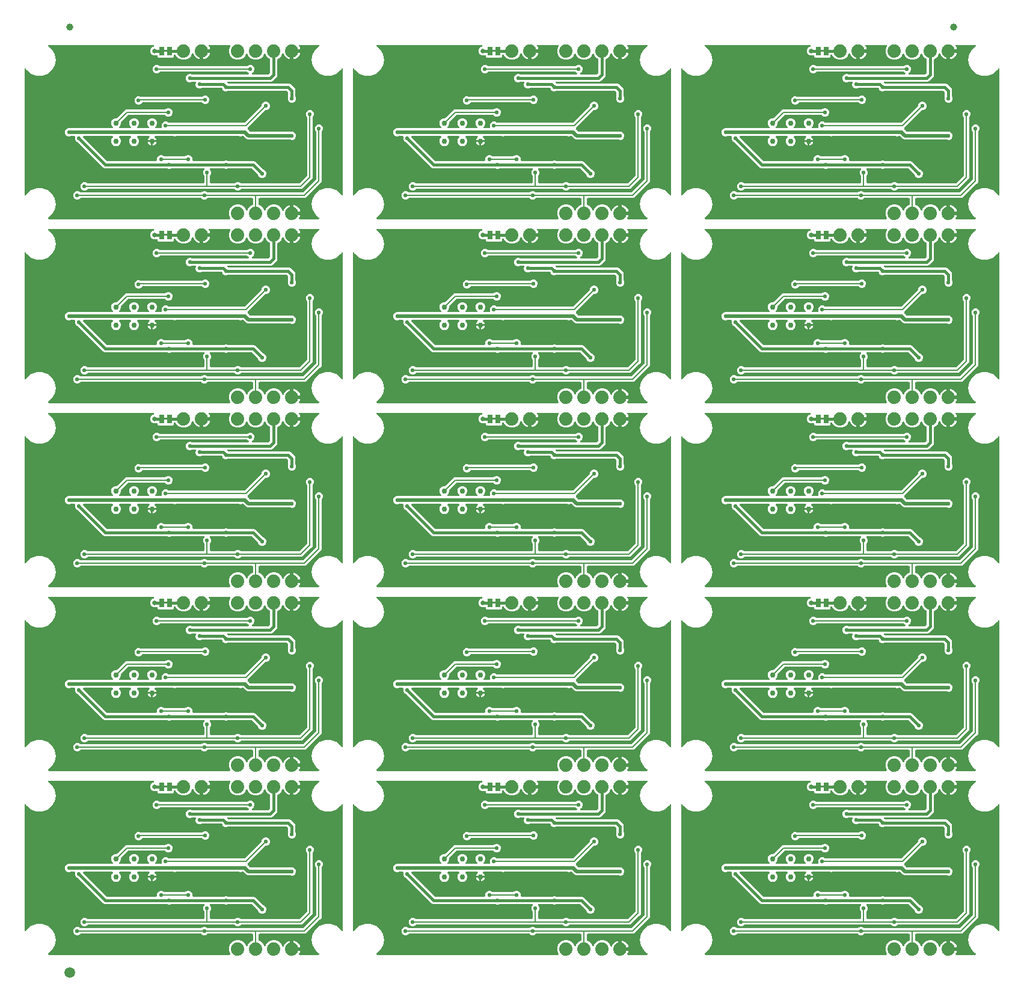
<source format=gbl>
G04 EAGLE Gerber RS-274X export*
G75*
%MOMM*%
%FSLAX34Y34*%
%LPD*%
%INBottom Copper*%
%IPPOS*%
%AMOC8*
5,1,8,0,0,1.08239X$1,22.5*%
G01*
%ADD10C,0.762000*%
%ADD11C,1.879600*%
%ADD12R,0.660400X1.270000*%
%ADD13C,1.000000*%
%ADD14C,1.500000*%
%ADD15C,0.554000*%
%ADD16C,0.508000*%
%ADD17C,0.406400*%
%ADD18C,0.635000*%
%ADD19C,0.203200*%

G36*
X292949Y781565D02*
X292949Y781565D01*
X292999Y781563D01*
X293106Y781585D01*
X293215Y781599D01*
X293261Y781617D01*
X293310Y781627D01*
X293409Y781675D01*
X293511Y781716D01*
X293551Y781745D01*
X293596Y781767D01*
X293680Y781838D01*
X293768Y781902D01*
X293800Y781941D01*
X293838Y781973D01*
X293901Y782063D01*
X293971Y782147D01*
X293992Y782192D01*
X294021Y782233D01*
X294060Y782336D01*
X294107Y782435D01*
X294116Y782484D01*
X294134Y782530D01*
X294146Y782640D01*
X294167Y782747D01*
X294163Y782797D01*
X294169Y782846D01*
X294154Y782955D01*
X294147Y783065D01*
X294131Y783112D01*
X294125Y783161D01*
X294072Y783314D01*
X292353Y787464D01*
X292353Y792416D01*
X294248Y796990D01*
X297750Y800492D01*
X302324Y802387D01*
X307276Y802387D01*
X311850Y800492D01*
X315352Y796990D01*
X316327Y794635D01*
X316396Y794515D01*
X316461Y794392D01*
X316475Y794377D01*
X316485Y794359D01*
X316582Y794259D01*
X316675Y794156D01*
X316692Y794145D01*
X316706Y794131D01*
X316825Y794058D01*
X316941Y793982D01*
X316960Y793975D01*
X316977Y793964D01*
X317110Y793923D01*
X317242Y793878D01*
X317262Y793877D01*
X317281Y793871D01*
X317420Y793864D01*
X317559Y793853D01*
X317579Y793857D01*
X317599Y793856D01*
X317735Y793884D01*
X317872Y793908D01*
X317891Y793916D01*
X317910Y793920D01*
X318036Y793981D01*
X318162Y794038D01*
X318178Y794051D01*
X318196Y794060D01*
X318302Y794150D01*
X318410Y794237D01*
X318423Y794253D01*
X318438Y794266D01*
X318518Y794380D01*
X318602Y794491D01*
X318614Y794516D01*
X318621Y794526D01*
X318628Y794545D01*
X318673Y794635D01*
X319648Y796991D01*
X323150Y800492D01*
X325352Y801404D01*
X325377Y801419D01*
X325405Y801428D01*
X325515Y801497D01*
X325628Y801562D01*
X325649Y801582D01*
X325674Y801598D01*
X325763Y801692D01*
X325856Y801783D01*
X325872Y801808D01*
X325892Y801830D01*
X325955Y801943D01*
X326023Y802054D01*
X326031Y802082D01*
X326046Y802108D01*
X326078Y802234D01*
X326116Y802358D01*
X326118Y802387D01*
X326125Y802416D01*
X326135Y802577D01*
X326135Y810006D01*
X326120Y810124D01*
X326113Y810243D01*
X326100Y810281D01*
X326095Y810322D01*
X326052Y810432D01*
X326015Y810545D01*
X325993Y810580D01*
X325978Y810617D01*
X325909Y810713D01*
X325845Y810814D01*
X325815Y810842D01*
X325792Y810875D01*
X325700Y810951D01*
X325613Y811032D01*
X325578Y811052D01*
X325547Y811077D01*
X325439Y811128D01*
X325335Y811186D01*
X325295Y811196D01*
X325259Y811213D01*
X325142Y811235D01*
X325027Y811265D01*
X324967Y811269D01*
X324947Y811273D01*
X324926Y811271D01*
X324866Y811275D01*
X262500Y811275D01*
X262402Y811263D01*
X262303Y811260D01*
X262244Y811243D01*
X262184Y811235D01*
X262092Y811199D01*
X261997Y811171D01*
X261945Y811141D01*
X261889Y811118D01*
X261809Y811060D01*
X261723Y811010D01*
X261648Y810944D01*
X261631Y810932D01*
X261624Y810922D01*
X261602Y810904D01*
X261106Y810407D01*
X258967Y809521D01*
X256653Y809521D01*
X254514Y810407D01*
X254018Y810904D01*
X253939Y810964D01*
X253867Y811032D01*
X253814Y811061D01*
X253766Y811098D01*
X253675Y811138D01*
X253589Y811186D01*
X253530Y811201D01*
X253474Y811225D01*
X253376Y811240D01*
X253281Y811265D01*
X253181Y811271D01*
X253160Y811275D01*
X253148Y811273D01*
X253120Y811275D01*
X83430Y811275D01*
X83332Y811263D01*
X83233Y811260D01*
X83174Y811243D01*
X83114Y811235D01*
X83022Y811199D01*
X82927Y811171D01*
X82875Y811141D01*
X82819Y811118D01*
X82739Y811060D01*
X82653Y811010D01*
X82578Y810944D01*
X82561Y810932D01*
X82554Y810922D01*
X82532Y810904D01*
X82036Y810407D01*
X79897Y809521D01*
X77583Y809521D01*
X75444Y810407D01*
X73807Y812044D01*
X72921Y814183D01*
X72921Y816497D01*
X73807Y818636D01*
X75444Y820273D01*
X77583Y821159D01*
X79897Y821159D01*
X82036Y820273D01*
X82532Y819776D01*
X82611Y819716D01*
X82683Y819648D01*
X82736Y819619D01*
X82784Y819582D01*
X82875Y819542D01*
X82961Y819494D01*
X83020Y819479D01*
X83076Y819455D01*
X83174Y819440D01*
X83269Y819415D01*
X83369Y819409D01*
X83390Y819405D01*
X83402Y819407D01*
X83430Y819405D01*
X253120Y819405D01*
X253218Y819417D01*
X253317Y819420D01*
X253376Y819437D01*
X253436Y819445D01*
X253528Y819481D01*
X253623Y819509D01*
X253675Y819539D01*
X253731Y819562D01*
X253811Y819620D01*
X253897Y819670D01*
X253972Y819736D01*
X253989Y819748D01*
X253996Y819758D01*
X254018Y819776D01*
X254514Y820273D01*
X256653Y821159D01*
X258967Y821159D01*
X261106Y820273D01*
X261602Y819776D01*
X261681Y819716D01*
X261753Y819648D01*
X261806Y819619D01*
X261854Y819582D01*
X261945Y819542D01*
X262031Y819494D01*
X262090Y819479D01*
X262146Y819455D01*
X262244Y819440D01*
X262339Y819415D01*
X262439Y819409D01*
X262460Y819405D01*
X262472Y819407D01*
X262500Y819405D01*
X396571Y819405D01*
X396669Y819417D01*
X396768Y819420D01*
X396826Y819437D01*
X396886Y819445D01*
X396978Y819481D01*
X397073Y819509D01*
X397125Y819539D01*
X397182Y819562D01*
X397262Y819620D01*
X397347Y819670D01*
X397423Y819736D01*
X397439Y819748D01*
X397447Y819758D01*
X397468Y819776D01*
X414664Y836972D01*
X414724Y837050D01*
X414792Y837122D01*
X414821Y837175D01*
X414858Y837223D01*
X414898Y837314D01*
X414946Y837401D01*
X414961Y837459D01*
X414985Y837515D01*
X415000Y837613D01*
X415025Y837709D01*
X415031Y837809D01*
X415035Y837829D01*
X415033Y837841D01*
X415035Y837869D01*
X415035Y904630D01*
X415023Y904728D01*
X415020Y904827D01*
X415003Y904886D01*
X414995Y904946D01*
X414959Y905038D01*
X414931Y905133D01*
X414901Y905185D01*
X414878Y905241D01*
X414820Y905321D01*
X414770Y905407D01*
X414704Y905482D01*
X414692Y905499D01*
X414682Y905506D01*
X414664Y905528D01*
X414167Y906024D01*
X413281Y908163D01*
X413281Y910477D01*
X414167Y912616D01*
X415804Y914253D01*
X417943Y915139D01*
X420257Y915139D01*
X422396Y914253D01*
X424033Y912616D01*
X424919Y910477D01*
X424919Y908163D01*
X424033Y906024D01*
X423536Y905528D01*
X423476Y905449D01*
X423408Y905377D01*
X423379Y905324D01*
X423342Y905276D01*
X423302Y905185D01*
X423254Y905099D01*
X423239Y905040D01*
X423215Y904984D01*
X423200Y904886D01*
X423175Y904791D01*
X423169Y904691D01*
X423165Y904670D01*
X423167Y904658D01*
X423165Y904630D01*
X423165Y833976D01*
X420412Y831224D01*
X400464Y811275D01*
X335534Y811275D01*
X335416Y811260D01*
X335297Y811253D01*
X335259Y811240D01*
X335218Y811235D01*
X335108Y811192D01*
X334995Y811155D01*
X334960Y811133D01*
X334923Y811118D01*
X334827Y811049D01*
X334726Y810985D01*
X334698Y810955D01*
X334665Y810932D01*
X334589Y810840D01*
X334508Y810753D01*
X334488Y810718D01*
X334463Y810687D01*
X334412Y810579D01*
X334354Y810475D01*
X334344Y810435D01*
X334327Y810399D01*
X334305Y810282D01*
X334275Y810167D01*
X334271Y810107D01*
X334267Y810087D01*
X334269Y810066D01*
X334265Y810006D01*
X334265Y802577D01*
X334268Y802547D01*
X334266Y802518D01*
X334288Y802390D01*
X334305Y802261D01*
X334315Y802234D01*
X334320Y802205D01*
X334374Y802086D01*
X334422Y801965D01*
X334439Y801942D01*
X334451Y801915D01*
X334532Y801813D01*
X334608Y801708D01*
X334631Y801689D01*
X334650Y801666D01*
X334753Y801588D01*
X334853Y801505D01*
X334880Y801493D01*
X334904Y801475D01*
X335048Y801404D01*
X337250Y800492D01*
X340752Y796990D01*
X341727Y794635D01*
X341796Y794515D01*
X341861Y794392D01*
X341875Y794377D01*
X341885Y794359D01*
X341982Y794259D01*
X342075Y794156D01*
X342092Y794145D01*
X342106Y794131D01*
X342225Y794058D01*
X342341Y793982D01*
X342360Y793975D01*
X342377Y793964D01*
X342510Y793923D01*
X342642Y793878D01*
X342662Y793877D01*
X342681Y793871D01*
X342820Y793864D01*
X342959Y793853D01*
X342979Y793857D01*
X342999Y793856D01*
X343135Y793884D01*
X343272Y793908D01*
X343291Y793916D01*
X343310Y793920D01*
X343436Y793981D01*
X343562Y794038D01*
X343578Y794051D01*
X343596Y794060D01*
X343702Y794150D01*
X343810Y794237D01*
X343823Y794253D01*
X343838Y794266D01*
X343918Y794380D01*
X344002Y794491D01*
X344014Y794516D01*
X344021Y794526D01*
X344028Y794545D01*
X344073Y794635D01*
X345048Y796991D01*
X348550Y800492D01*
X353124Y802387D01*
X358076Y802387D01*
X362650Y800492D01*
X366152Y796990D01*
X367405Y793965D01*
X367420Y793939D01*
X367429Y793910D01*
X367499Y793801D01*
X367563Y793688D01*
X367584Y793667D01*
X367599Y793642D01*
X367694Y793553D01*
X367784Y793460D01*
X367809Y793444D01*
X367831Y793424D01*
X367945Y793361D01*
X368055Y793294D01*
X368084Y793285D01*
X368110Y793271D01*
X368235Y793238D01*
X368359Y793200D01*
X368389Y793199D01*
X368418Y793191D01*
X368547Y793191D01*
X368677Y793185D01*
X368706Y793191D01*
X368736Y793191D01*
X368861Y793223D01*
X368988Y793249D01*
X369015Y793262D01*
X369044Y793270D01*
X369157Y793332D01*
X369274Y793389D01*
X369297Y793408D01*
X369323Y793423D01*
X369417Y793511D01*
X369516Y793595D01*
X369533Y793620D01*
X369555Y793640D01*
X369624Y793749D01*
X369699Y793855D01*
X369710Y793883D01*
X369726Y793908D01*
X369785Y794058D01*
X369936Y794523D01*
X370789Y796197D01*
X371894Y797718D01*
X373222Y799046D01*
X374743Y800151D01*
X376417Y801004D01*
X378204Y801585D01*
X378461Y801625D01*
X378461Y791210D01*
X378476Y791092D01*
X378483Y790973D01*
X378496Y790935D01*
X378501Y790895D01*
X378544Y790784D01*
X378581Y790671D01*
X378603Y790637D01*
X378618Y790599D01*
X378688Y790503D01*
X378751Y790402D01*
X378781Y790374D01*
X378804Y790342D01*
X378896Y790266D01*
X378983Y790184D01*
X379018Y790165D01*
X379049Y790139D01*
X379157Y790088D01*
X379261Y790031D01*
X379301Y790020D01*
X379337Y790003D01*
X379454Y789981D01*
X379569Y789951D01*
X379630Y789947D01*
X379650Y789943D01*
X379670Y789945D01*
X379730Y789941D01*
X381001Y789941D01*
X381001Y788670D01*
X381016Y788552D01*
X381023Y788433D01*
X381036Y788395D01*
X381041Y788354D01*
X381085Y788244D01*
X381121Y788131D01*
X381143Y788096D01*
X381158Y788059D01*
X381228Y787963D01*
X381291Y787862D01*
X381321Y787834D01*
X381345Y787801D01*
X381436Y787726D01*
X381523Y787644D01*
X381558Y787624D01*
X381590Y787599D01*
X381697Y787548D01*
X381802Y787490D01*
X381841Y787480D01*
X381877Y787463D01*
X381994Y787441D01*
X382109Y787411D01*
X382170Y787407D01*
X382190Y787403D01*
X382210Y787405D01*
X382270Y787401D01*
X392685Y787401D01*
X392645Y787144D01*
X392064Y785357D01*
X391211Y783683D01*
X391132Y783574D01*
X391113Y783539D01*
X391087Y783509D01*
X391036Y783400D01*
X390979Y783295D01*
X390969Y783257D01*
X390952Y783221D01*
X390929Y783104D01*
X390900Y782987D01*
X390900Y782947D01*
X390892Y782908D01*
X390900Y782789D01*
X390900Y782669D01*
X390909Y782631D01*
X390912Y782591D01*
X390949Y782477D01*
X390978Y782361D01*
X390998Y782326D01*
X391010Y782289D01*
X391074Y782187D01*
X391132Y782083D01*
X391159Y782054D01*
X391180Y782020D01*
X391267Y781938D01*
X391349Y781851D01*
X391383Y781829D01*
X391412Y781802D01*
X391517Y781744D01*
X391617Y781680D01*
X391655Y781668D01*
X391690Y781648D01*
X391806Y781619D01*
X391920Y781581D01*
X391960Y781579D01*
X391998Y781569D01*
X392159Y781559D01*
X418267Y781559D01*
X418302Y781563D01*
X418337Y781561D01*
X418459Y781583D01*
X418582Y781599D01*
X418615Y781612D01*
X418650Y781618D01*
X418763Y781670D01*
X418878Y781716D01*
X418906Y781736D01*
X418939Y781751D01*
X419035Y781830D01*
X419135Y781902D01*
X419158Y781930D01*
X419185Y781952D01*
X419259Y782052D01*
X419338Y782147D01*
X419353Y782179D01*
X419374Y782208D01*
X419421Y782323D01*
X419474Y782435D01*
X419480Y782470D01*
X419493Y782503D01*
X419510Y782626D01*
X419533Y782747D01*
X419531Y782783D01*
X419536Y782818D01*
X419521Y782941D01*
X419514Y783065D01*
X419503Y783099D01*
X419498Y783134D01*
X419454Y783249D01*
X419416Y783367D01*
X419397Y783397D01*
X419384Y783430D01*
X419312Y783531D01*
X419245Y783636D01*
X419220Y783660D01*
X419199Y783689D01*
X419082Y783800D01*
X414215Y787884D01*
X410229Y794789D01*
X408845Y802640D01*
X410229Y810491D01*
X414215Y817395D01*
X420322Y822520D01*
X427814Y825247D01*
X435786Y825247D01*
X443278Y822520D01*
X449385Y817395D01*
X450513Y815442D01*
X450601Y815326D01*
X450686Y815208D01*
X450697Y815199D01*
X450705Y815189D01*
X450819Y815098D01*
X450931Y815005D01*
X450944Y814999D01*
X450954Y814991D01*
X451088Y814931D01*
X451219Y814870D01*
X451232Y814867D01*
X451245Y814862D01*
X451389Y814837D01*
X451532Y814810D01*
X451545Y814811D01*
X451558Y814808D01*
X451704Y814821D01*
X451849Y814830D01*
X451862Y814834D01*
X451875Y814835D01*
X452013Y814883D01*
X452151Y814928D01*
X452163Y814935D01*
X452176Y814939D01*
X452297Y815020D01*
X452420Y815098D01*
X452429Y815108D01*
X452441Y815115D01*
X452538Y815223D01*
X452638Y815329D01*
X452645Y815341D01*
X452654Y815351D01*
X452721Y815480D01*
X452792Y815608D01*
X452795Y815621D01*
X452801Y815633D01*
X452835Y815775D01*
X452871Y815916D01*
X452872Y815934D01*
X452874Y815942D01*
X452874Y815960D01*
X452881Y816077D01*
X452881Y992403D01*
X452863Y992548D01*
X452848Y992693D01*
X452843Y992706D01*
X452841Y992719D01*
X452788Y992854D01*
X452737Y992991D01*
X452729Y993002D01*
X452724Y993015D01*
X452639Y993132D01*
X452556Y993252D01*
X452545Y993261D01*
X452538Y993272D01*
X452426Y993365D01*
X452315Y993460D01*
X452303Y993466D01*
X452293Y993475D01*
X452161Y993537D01*
X452030Y993602D01*
X452017Y993605D01*
X452005Y993610D01*
X451863Y993638D01*
X451719Y993668D01*
X451706Y993668D01*
X451693Y993670D01*
X451548Y993661D01*
X451402Y993655D01*
X451388Y993651D01*
X451375Y993650D01*
X451237Y993606D01*
X451097Y993564D01*
X451085Y993557D01*
X451073Y993552D01*
X450950Y993475D01*
X450825Y993399D01*
X450815Y993389D01*
X450804Y993382D01*
X450704Y993276D01*
X450602Y993172D01*
X450592Y993157D01*
X450586Y993151D01*
X450578Y993136D01*
X450513Y993038D01*
X449385Y991085D01*
X443278Y985960D01*
X435786Y983233D01*
X427814Y983233D01*
X420322Y985960D01*
X414215Y991084D01*
X410229Y997989D01*
X408845Y1005840D01*
X410229Y1013691D01*
X414215Y1020596D01*
X419082Y1024680D01*
X419106Y1024706D01*
X419135Y1024726D01*
X419214Y1024822D01*
X419299Y1024913D01*
X419315Y1024944D01*
X419338Y1024971D01*
X419391Y1025084D01*
X419450Y1025193D01*
X419458Y1025227D01*
X419474Y1025259D01*
X419497Y1025381D01*
X419527Y1025501D01*
X419527Y1025537D01*
X419533Y1025572D01*
X419526Y1025695D01*
X419525Y1025819D01*
X419516Y1025854D01*
X419514Y1025889D01*
X419475Y1026007D01*
X419444Y1026127D01*
X419426Y1026158D01*
X419416Y1026191D01*
X419349Y1026296D01*
X419289Y1026405D01*
X419264Y1026430D01*
X419245Y1026460D01*
X419155Y1026545D01*
X419070Y1026635D01*
X419040Y1026654D01*
X419014Y1026678D01*
X418905Y1026738D01*
X418800Y1026804D01*
X418766Y1026815D01*
X418735Y1026832D01*
X418615Y1026863D01*
X418497Y1026900D01*
X418462Y1026902D01*
X418427Y1026911D01*
X418267Y1026921D01*
X392159Y1026921D01*
X392119Y1026916D01*
X392079Y1026919D01*
X391962Y1026896D01*
X391843Y1026881D01*
X391806Y1026867D01*
X391767Y1026859D01*
X391659Y1026808D01*
X391548Y1026764D01*
X391515Y1026741D01*
X391479Y1026724D01*
X391387Y1026648D01*
X391290Y1026578D01*
X391265Y1026547D01*
X391234Y1026521D01*
X391164Y1026425D01*
X391087Y1026333D01*
X391070Y1026296D01*
X391047Y1026264D01*
X391003Y1026153D01*
X390952Y1026045D01*
X390944Y1026006D01*
X390930Y1025969D01*
X390915Y1025850D01*
X390892Y1025733D01*
X390895Y1025693D01*
X390890Y1025653D01*
X390904Y1025534D01*
X390912Y1025415D01*
X390924Y1025377D01*
X390929Y1025338D01*
X390973Y1025226D01*
X391010Y1025113D01*
X391031Y1025079D01*
X391046Y1025042D01*
X391132Y1024906D01*
X391211Y1024797D01*
X392064Y1023123D01*
X392645Y1021336D01*
X392685Y1021079D01*
X382270Y1021079D01*
X382152Y1021064D01*
X382033Y1021057D01*
X381995Y1021044D01*
X381955Y1021039D01*
X381844Y1020996D01*
X381731Y1020959D01*
X381697Y1020937D01*
X381659Y1020922D01*
X381563Y1020852D01*
X381462Y1020789D01*
X381434Y1020759D01*
X381402Y1020735D01*
X381326Y1020644D01*
X381244Y1020557D01*
X381225Y1020522D01*
X381199Y1020491D01*
X381148Y1020383D01*
X381091Y1020279D01*
X381080Y1020239D01*
X381063Y1020203D01*
X381041Y1020086D01*
X381011Y1019971D01*
X381007Y1019910D01*
X381003Y1019890D01*
X381005Y1019870D01*
X381001Y1019810D01*
X381001Y1018539D01*
X379730Y1018539D01*
X379612Y1018524D01*
X379493Y1018517D01*
X379455Y1018504D01*
X379414Y1018499D01*
X379304Y1018455D01*
X379191Y1018419D01*
X379156Y1018397D01*
X379119Y1018382D01*
X379023Y1018312D01*
X378922Y1018249D01*
X378894Y1018219D01*
X378861Y1018195D01*
X378786Y1018104D01*
X378704Y1018017D01*
X378684Y1017982D01*
X378659Y1017950D01*
X378608Y1017843D01*
X378550Y1017738D01*
X378540Y1017699D01*
X378523Y1017663D01*
X378501Y1017546D01*
X378471Y1017431D01*
X378467Y1017370D01*
X378463Y1017350D01*
X378465Y1017330D01*
X378461Y1017270D01*
X378461Y1006855D01*
X378204Y1006895D01*
X376417Y1007476D01*
X374743Y1008329D01*
X373222Y1009434D01*
X371894Y1010762D01*
X370789Y1012283D01*
X369936Y1013957D01*
X369785Y1014422D01*
X369772Y1014449D01*
X369765Y1014478D01*
X369705Y1014592D01*
X369650Y1014710D01*
X369631Y1014733D01*
X369617Y1014759D01*
X369530Y1014855D01*
X369447Y1014955D01*
X369423Y1014972D01*
X369403Y1014994D01*
X369294Y1015066D01*
X369190Y1015142D01*
X369162Y1015153D01*
X369137Y1015169D01*
X369014Y1015211D01*
X368894Y1015259D01*
X368864Y1015263D01*
X368836Y1015272D01*
X368707Y1015283D01*
X368579Y1015299D01*
X368549Y1015295D01*
X368519Y1015298D01*
X368391Y1015275D01*
X368263Y1015259D01*
X368235Y1015248D01*
X368206Y1015243D01*
X368088Y1015190D01*
X367967Y1015142D01*
X367943Y1015125D01*
X367916Y1015113D01*
X367815Y1015032D01*
X367710Y1014956D01*
X367691Y1014933D01*
X367667Y1014914D01*
X367589Y1014810D01*
X367507Y1014711D01*
X367494Y1014684D01*
X367476Y1014660D01*
X367405Y1014515D01*
X366152Y1011490D01*
X362650Y1007988D01*
X361464Y1007497D01*
X361439Y1007482D01*
X361411Y1007473D01*
X361301Y1007404D01*
X361188Y1007339D01*
X361167Y1007319D01*
X361142Y1007303D01*
X361053Y1007208D01*
X360960Y1007118D01*
X360944Y1007093D01*
X360924Y1007071D01*
X360861Y1006957D01*
X360793Y1006847D01*
X360785Y1006819D01*
X360770Y1006793D01*
X360738Y1006667D01*
X360700Y1006543D01*
X360698Y1006513D01*
X360691Y1006485D01*
X360681Y1006324D01*
X360681Y984509D01*
X359907Y982642D01*
X353398Y976133D01*
X351531Y975359D01*
X291481Y975359D01*
X291447Y975355D01*
X291413Y975357D01*
X291290Y975335D01*
X291166Y975319D01*
X291134Y975307D01*
X291100Y975301D01*
X290986Y975248D01*
X290870Y975202D01*
X290842Y975182D01*
X290811Y975168D01*
X290714Y975089D01*
X290613Y975016D01*
X290591Y974989D01*
X290564Y974967D01*
X290490Y974867D01*
X290410Y974771D01*
X290395Y974740D01*
X290375Y974712D01*
X290328Y974596D01*
X290274Y974483D01*
X290268Y974449D01*
X290255Y974417D01*
X290238Y974293D01*
X290215Y974171D01*
X290217Y974136D01*
X290212Y974102D01*
X290227Y973978D01*
X290234Y973853D01*
X290245Y973821D01*
X290249Y973786D01*
X290294Y973669D01*
X290332Y973551D01*
X290351Y973522D01*
X290363Y973490D01*
X290436Y973388D01*
X290503Y973282D01*
X290528Y973258D01*
X290548Y973230D01*
X290643Y973150D01*
X290734Y973064D01*
X290764Y973047D01*
X290791Y973025D01*
X290903Y972971D01*
X291013Y972910D01*
X291046Y972902D01*
X291077Y972887D01*
X291232Y972845D01*
X291233Y972845D01*
X291277Y972842D01*
X291321Y972831D01*
X291482Y972821D01*
X376931Y972821D01*
X378798Y972047D01*
X385307Y965538D01*
X386081Y963671D01*
X386081Y954422D01*
X386082Y954412D01*
X386081Y954403D01*
X386102Y954254D01*
X386121Y954106D01*
X386124Y954097D01*
X386125Y954088D01*
X386177Y953936D01*
X386819Y952387D01*
X386819Y950073D01*
X385933Y947934D01*
X384296Y946297D01*
X382157Y945411D01*
X379843Y945411D01*
X377704Y946297D01*
X376067Y947934D01*
X375181Y950073D01*
X375181Y952387D01*
X375823Y953936D01*
X375825Y953945D01*
X375830Y953953D01*
X375867Y954096D01*
X375907Y954243D01*
X375907Y954252D01*
X375909Y954261D01*
X375919Y954422D01*
X375919Y960030D01*
X375907Y960128D01*
X375904Y960227D01*
X375887Y960285D01*
X375879Y960345D01*
X375843Y960437D01*
X375815Y960532D01*
X375785Y960585D01*
X375762Y960641D01*
X375704Y960721D01*
X375654Y960806D01*
X375588Y960882D01*
X375576Y960898D01*
X375566Y960906D01*
X375548Y960927D01*
X374187Y962288D01*
X374109Y962348D01*
X374037Y962416D01*
X373984Y962445D01*
X373936Y962482D01*
X373845Y962522D01*
X373758Y962570D01*
X373700Y962585D01*
X373644Y962609D01*
X373546Y962624D01*
X373450Y962649D01*
X373350Y962655D01*
X373330Y962659D01*
X373318Y962657D01*
X373290Y962659D01*
X291482Y962659D01*
X291472Y962658D01*
X291463Y962659D01*
X291314Y962638D01*
X291166Y962619D01*
X291157Y962616D01*
X291148Y962615D01*
X290996Y962563D01*
X289447Y961921D01*
X287133Y961921D01*
X284994Y962807D01*
X283357Y964444D01*
X282843Y965686D01*
X282828Y965711D01*
X282819Y965739D01*
X282750Y965849D01*
X282685Y965962D01*
X282665Y965983D01*
X282649Y966008D01*
X282554Y966097D01*
X282464Y966190D01*
X282439Y966206D01*
X282417Y966226D01*
X282303Y966289D01*
X282193Y966357D01*
X282165Y966365D01*
X282139Y966380D01*
X282013Y966412D01*
X281889Y966450D01*
X281859Y966452D01*
X281831Y966459D01*
X281670Y966469D01*
X254492Y966469D01*
X254482Y966468D01*
X254473Y966469D01*
X254324Y966448D01*
X254176Y966429D01*
X254167Y966426D01*
X254158Y966425D01*
X254006Y966373D01*
X252457Y965731D01*
X250143Y965731D01*
X248004Y966617D01*
X246367Y968254D01*
X245481Y970393D01*
X245481Y972707D01*
X245853Y973604D01*
X245866Y973652D01*
X245887Y973697D01*
X245908Y973805D01*
X245937Y973911D01*
X245938Y973961D01*
X245947Y974010D01*
X245940Y974119D01*
X245942Y974229D01*
X245930Y974277D01*
X245927Y974327D01*
X245893Y974431D01*
X245868Y974538D01*
X245844Y974582D01*
X245829Y974629D01*
X245770Y974722D01*
X245719Y974819D01*
X245686Y974856D01*
X245659Y974898D01*
X245579Y974973D01*
X245505Y975055D01*
X245464Y975082D01*
X245427Y975116D01*
X245331Y975169D01*
X245239Y975229D01*
X245192Y975246D01*
X245149Y975270D01*
X245043Y975297D01*
X244939Y975333D01*
X244889Y975337D01*
X244841Y975349D01*
X244680Y975359D01*
X240682Y975359D01*
X240672Y975358D01*
X240663Y975359D01*
X240514Y975338D01*
X240366Y975319D01*
X240357Y975316D01*
X240348Y975315D01*
X240196Y975263D01*
X238647Y974621D01*
X236333Y974621D01*
X234194Y975507D01*
X232557Y977144D01*
X231671Y979283D01*
X231671Y981597D01*
X232557Y983736D01*
X234194Y985373D01*
X236333Y986259D01*
X238647Y986259D01*
X240196Y985617D01*
X240205Y985615D01*
X240213Y985610D01*
X240358Y985573D01*
X240503Y985533D01*
X240512Y985533D01*
X240521Y985531D01*
X240682Y985521D01*
X319389Y985521D01*
X319458Y985529D01*
X319528Y985528D01*
X319615Y985549D01*
X319704Y985561D01*
X319769Y985586D01*
X319837Y985603D01*
X319916Y985645D01*
X320000Y985678D01*
X320056Y985719D01*
X320118Y985751D01*
X320184Y985812D01*
X320257Y985864D01*
X320302Y985918D01*
X320353Y985965D01*
X320403Y986040D01*
X320460Y986109D01*
X320490Y986172D01*
X320528Y986231D01*
X320557Y986316D01*
X320596Y986397D01*
X320609Y986466D01*
X320631Y986532D01*
X320638Y986621D01*
X320655Y986709D01*
X320651Y986779D01*
X320656Y986849D01*
X320641Y986937D01*
X320636Y987027D01*
X320614Y987093D01*
X320602Y987162D01*
X320565Y987244D01*
X320538Y987329D01*
X320500Y987388D01*
X320472Y987452D01*
X320415Y987522D01*
X320367Y987598D01*
X320316Y987646D01*
X320273Y987700D01*
X320201Y987754D01*
X320136Y987816D01*
X320075Y987850D01*
X320019Y987892D01*
X319874Y987963D01*
X319284Y988207D01*
X318788Y988704D01*
X318709Y988764D01*
X318637Y988832D01*
X318584Y988861D01*
X318536Y988898D01*
X318445Y988938D01*
X318359Y988986D01*
X318300Y989001D01*
X318244Y989025D01*
X318146Y989040D01*
X318051Y989065D01*
X317951Y989071D01*
X317930Y989075D01*
X317918Y989073D01*
X317890Y989075D01*
X195190Y989075D01*
X195092Y989063D01*
X194993Y989060D01*
X194934Y989043D01*
X194874Y989035D01*
X194782Y988999D01*
X194687Y988971D01*
X194635Y988941D01*
X194579Y988918D01*
X194499Y988860D01*
X194413Y988810D01*
X194338Y988744D01*
X194321Y988732D01*
X194314Y988722D01*
X194292Y988704D01*
X193796Y988207D01*
X191657Y987321D01*
X189343Y987321D01*
X187204Y988207D01*
X185567Y989844D01*
X184681Y991983D01*
X184681Y994297D01*
X185567Y996436D01*
X187204Y998073D01*
X189343Y998959D01*
X191657Y998959D01*
X193796Y998073D01*
X194292Y997576D01*
X194371Y997516D01*
X194443Y997448D01*
X194496Y997419D01*
X194544Y997382D01*
X194635Y997342D01*
X194721Y997294D01*
X194780Y997279D01*
X194836Y997255D01*
X194934Y997240D01*
X195029Y997215D01*
X195129Y997209D01*
X195150Y997205D01*
X195162Y997207D01*
X195190Y997205D01*
X317890Y997205D01*
X317988Y997217D01*
X318087Y997220D01*
X318146Y997237D01*
X318206Y997245D01*
X318298Y997281D01*
X318393Y997309D01*
X318445Y997339D01*
X318501Y997362D01*
X318581Y997420D01*
X318667Y997470D01*
X318742Y997536D01*
X318759Y997548D01*
X318766Y997558D01*
X318788Y997576D01*
X319284Y998073D01*
X321423Y998959D01*
X323737Y998959D01*
X325876Y998073D01*
X327513Y996436D01*
X328399Y994297D01*
X328399Y991983D01*
X327513Y989844D01*
X325876Y988207D01*
X325286Y987963D01*
X325225Y987928D01*
X325160Y987902D01*
X325087Y987850D01*
X325009Y987805D01*
X324959Y987757D01*
X324903Y987716D01*
X324846Y987646D01*
X324781Y987584D01*
X324745Y987524D01*
X324700Y987471D01*
X324662Y987389D01*
X324615Y987313D01*
X324594Y987246D01*
X324564Y987183D01*
X324548Y987095D01*
X324521Y987009D01*
X324518Y986939D01*
X324505Y986870D01*
X324510Y986781D01*
X324506Y986691D01*
X324520Y986623D01*
X324524Y986553D01*
X324552Y986468D01*
X324570Y986380D01*
X324601Y986317D01*
X324622Y986251D01*
X324671Y986175D01*
X324710Y986094D01*
X324755Y986041D01*
X324793Y985982D01*
X324858Y985920D01*
X324916Y985852D01*
X324973Y985812D01*
X325024Y985764D01*
X325103Y985721D01*
X325176Y985669D01*
X325242Y985644D01*
X325303Y985610D01*
X325390Y985588D01*
X325474Y985556D01*
X325543Y985548D01*
X325611Y985531D01*
X325771Y985521D01*
X347890Y985521D01*
X347988Y985533D01*
X348087Y985536D01*
X348145Y985553D01*
X348205Y985561D01*
X348297Y985597D01*
X348392Y985625D01*
X348445Y985655D01*
X348501Y985678D01*
X348581Y985736D01*
X348666Y985786D01*
X348742Y985852D01*
X348758Y985864D01*
X348766Y985874D01*
X348787Y985892D01*
X350148Y987253D01*
X350208Y987331D01*
X350276Y987403D01*
X350305Y987456D01*
X350342Y987504D01*
X350382Y987595D01*
X350430Y987682D01*
X350445Y987740D01*
X350469Y987796D01*
X350484Y987894D01*
X350509Y987990D01*
X350515Y988090D01*
X350519Y988110D01*
X350517Y988122D01*
X350519Y988150D01*
X350519Y1006324D01*
X350516Y1006353D01*
X350518Y1006383D01*
X350496Y1006511D01*
X350479Y1006640D01*
X350469Y1006667D01*
X350464Y1006696D01*
X350410Y1006815D01*
X350362Y1006935D01*
X350345Y1006959D01*
X350333Y1006986D01*
X350252Y1007088D01*
X350176Y1007193D01*
X350153Y1007212D01*
X350134Y1007235D01*
X350031Y1007313D01*
X349931Y1007396D01*
X349904Y1007408D01*
X349880Y1007426D01*
X349736Y1007497D01*
X348550Y1007988D01*
X345048Y1011489D01*
X344073Y1013845D01*
X344004Y1013966D01*
X343939Y1014088D01*
X343925Y1014103D01*
X343915Y1014121D01*
X343818Y1014221D01*
X343725Y1014324D01*
X343708Y1014335D01*
X343694Y1014349D01*
X343576Y1014422D01*
X343459Y1014498D01*
X343440Y1014505D01*
X343423Y1014516D01*
X343290Y1014556D01*
X343158Y1014602D01*
X343138Y1014603D01*
X343119Y1014609D01*
X342980Y1014616D01*
X342841Y1014627D01*
X342821Y1014623D01*
X342801Y1014624D01*
X342665Y1014596D01*
X342528Y1014572D01*
X342509Y1014564D01*
X342490Y1014560D01*
X342365Y1014499D01*
X342238Y1014442D01*
X342222Y1014429D01*
X342204Y1014420D01*
X342098Y1014330D01*
X341990Y1014243D01*
X341977Y1014227D01*
X341962Y1014214D01*
X341882Y1014100D01*
X341798Y1013989D01*
X341786Y1013964D01*
X341779Y1013954D01*
X341772Y1013935D01*
X341727Y1013845D01*
X340752Y1011490D01*
X337250Y1007988D01*
X332676Y1006093D01*
X327724Y1006093D01*
X323150Y1007988D01*
X319648Y1011489D01*
X318673Y1013845D01*
X318604Y1013966D01*
X318539Y1014088D01*
X318525Y1014103D01*
X318515Y1014121D01*
X318418Y1014221D01*
X318325Y1014324D01*
X318308Y1014335D01*
X318294Y1014349D01*
X318176Y1014422D01*
X318059Y1014498D01*
X318040Y1014505D01*
X318023Y1014516D01*
X317890Y1014556D01*
X317758Y1014602D01*
X317738Y1014603D01*
X317719Y1014609D01*
X317580Y1014616D01*
X317441Y1014627D01*
X317421Y1014623D01*
X317401Y1014624D01*
X317265Y1014596D01*
X317128Y1014572D01*
X317109Y1014564D01*
X317090Y1014560D01*
X316965Y1014499D01*
X316838Y1014442D01*
X316822Y1014429D01*
X316804Y1014420D01*
X316698Y1014330D01*
X316590Y1014243D01*
X316577Y1014227D01*
X316562Y1014214D01*
X316482Y1014100D01*
X316398Y1013989D01*
X316386Y1013964D01*
X316379Y1013954D01*
X316372Y1013935D01*
X316327Y1013845D01*
X315352Y1011490D01*
X311850Y1007988D01*
X307276Y1006093D01*
X302324Y1006093D01*
X297750Y1007988D01*
X294248Y1011490D01*
X292353Y1016064D01*
X292353Y1021016D01*
X294072Y1025166D01*
X294086Y1025214D01*
X294107Y1025259D01*
X294127Y1025367D01*
X294156Y1025473D01*
X294157Y1025523D01*
X294167Y1025572D01*
X294160Y1025681D01*
X294161Y1025791D01*
X294150Y1025839D01*
X294147Y1025889D01*
X294113Y1025993D01*
X294087Y1026100D01*
X294064Y1026144D01*
X294049Y1026191D01*
X293990Y1026284D01*
X293939Y1026381D01*
X293905Y1026418D01*
X293879Y1026460D01*
X293798Y1026535D01*
X293725Y1026617D01*
X293683Y1026644D01*
X293647Y1026678D01*
X293551Y1026731D01*
X293459Y1026791D01*
X293412Y1026808D01*
X293368Y1026832D01*
X293262Y1026859D01*
X293158Y1026895D01*
X293109Y1026899D01*
X293061Y1026911D01*
X292900Y1026921D01*
X265159Y1026921D01*
X265119Y1026916D01*
X265079Y1026919D01*
X264962Y1026896D01*
X264843Y1026881D01*
X264806Y1026867D01*
X264767Y1026859D01*
X264659Y1026808D01*
X264548Y1026764D01*
X264515Y1026741D01*
X264479Y1026724D01*
X264387Y1026648D01*
X264290Y1026578D01*
X264265Y1026547D01*
X264234Y1026521D01*
X264164Y1026425D01*
X264087Y1026333D01*
X264070Y1026296D01*
X264047Y1026264D01*
X264003Y1026153D01*
X263952Y1026045D01*
X263944Y1026006D01*
X263930Y1025969D01*
X263915Y1025850D01*
X263892Y1025733D01*
X263895Y1025693D01*
X263890Y1025653D01*
X263904Y1025534D01*
X263912Y1025415D01*
X263924Y1025377D01*
X263929Y1025338D01*
X263973Y1025226D01*
X264010Y1025113D01*
X264031Y1025079D01*
X264046Y1025042D01*
X264132Y1024906D01*
X264211Y1024797D01*
X265064Y1023123D01*
X265645Y1021336D01*
X265685Y1021079D01*
X255270Y1021079D01*
X255152Y1021064D01*
X255033Y1021057D01*
X254995Y1021044D01*
X254955Y1021039D01*
X254844Y1020996D01*
X254731Y1020959D01*
X254697Y1020937D01*
X254659Y1020922D01*
X254563Y1020852D01*
X254462Y1020789D01*
X254434Y1020759D01*
X254402Y1020735D01*
X254326Y1020644D01*
X254244Y1020557D01*
X254225Y1020522D01*
X254199Y1020491D01*
X254148Y1020383D01*
X254091Y1020279D01*
X254080Y1020239D01*
X254063Y1020203D01*
X254041Y1020086D01*
X254011Y1019971D01*
X254007Y1019910D01*
X254003Y1019890D01*
X254005Y1019870D01*
X254001Y1019810D01*
X254001Y1018539D01*
X252730Y1018539D01*
X252612Y1018524D01*
X252493Y1018517D01*
X252455Y1018504D01*
X252414Y1018499D01*
X252304Y1018455D01*
X252191Y1018419D01*
X252156Y1018397D01*
X252119Y1018382D01*
X252023Y1018312D01*
X251922Y1018249D01*
X251894Y1018219D01*
X251861Y1018195D01*
X251786Y1018104D01*
X251704Y1018017D01*
X251684Y1017982D01*
X251659Y1017950D01*
X251608Y1017843D01*
X251550Y1017738D01*
X251540Y1017699D01*
X251523Y1017663D01*
X251501Y1017546D01*
X251471Y1017431D01*
X251467Y1017370D01*
X251463Y1017350D01*
X251465Y1017330D01*
X251461Y1017270D01*
X251461Y1006855D01*
X251204Y1006895D01*
X249417Y1007476D01*
X247743Y1008329D01*
X246222Y1009434D01*
X244894Y1010762D01*
X243789Y1012283D01*
X242936Y1013957D01*
X242785Y1014422D01*
X242772Y1014449D01*
X242765Y1014478D01*
X242705Y1014592D01*
X242650Y1014710D01*
X242631Y1014733D01*
X242617Y1014759D01*
X242530Y1014855D01*
X242447Y1014955D01*
X242423Y1014972D01*
X242403Y1014994D01*
X242294Y1015066D01*
X242190Y1015142D01*
X242162Y1015153D01*
X242137Y1015169D01*
X242014Y1015211D01*
X241894Y1015259D01*
X241864Y1015263D01*
X241836Y1015272D01*
X241707Y1015283D01*
X241579Y1015299D01*
X241549Y1015295D01*
X241519Y1015298D01*
X241391Y1015275D01*
X241263Y1015259D01*
X241235Y1015248D01*
X241206Y1015243D01*
X241088Y1015190D01*
X240967Y1015142D01*
X240943Y1015125D01*
X240916Y1015113D01*
X240815Y1015032D01*
X240710Y1014956D01*
X240691Y1014933D01*
X240667Y1014914D01*
X240589Y1014810D01*
X240507Y1014711D01*
X240494Y1014684D01*
X240476Y1014660D01*
X240405Y1014515D01*
X239152Y1011490D01*
X235650Y1007988D01*
X231076Y1006093D01*
X226124Y1006093D01*
X221550Y1007988D01*
X218048Y1011490D01*
X217557Y1012676D01*
X217542Y1012701D01*
X217533Y1012729D01*
X217464Y1012839D01*
X217399Y1012952D01*
X217379Y1012973D01*
X217363Y1012998D01*
X217268Y1013087D01*
X217178Y1013180D01*
X217153Y1013196D01*
X217131Y1013216D01*
X217017Y1013279D01*
X216907Y1013347D01*
X216879Y1013355D01*
X216853Y1013370D01*
X216727Y1013402D01*
X216603Y1013440D01*
X216573Y1013442D01*
X216545Y1013449D01*
X216384Y1013459D01*
X216027Y1013459D01*
X215909Y1013444D01*
X215790Y1013437D01*
X215752Y1013424D01*
X215711Y1013419D01*
X215601Y1013376D01*
X215488Y1013339D01*
X215453Y1013317D01*
X215416Y1013302D01*
X215320Y1013233D01*
X215219Y1013169D01*
X215191Y1013139D01*
X215158Y1013116D01*
X215082Y1013024D01*
X215001Y1012937D01*
X214981Y1012902D01*
X214956Y1012871D01*
X214905Y1012763D01*
X214847Y1012659D01*
X214837Y1012619D01*
X214820Y1012583D01*
X214798Y1012466D01*
X214768Y1012351D01*
X214764Y1012291D01*
X214760Y1012271D01*
X214762Y1012250D01*
X214758Y1012190D01*
X214758Y1010927D01*
X212972Y1009141D01*
X203711Y1009141D01*
X203631Y1009182D01*
X203591Y1009191D01*
X203554Y1009207D01*
X203437Y1009226D01*
X203320Y1009252D01*
X203280Y1009251D01*
X203240Y1009257D01*
X203122Y1009246D01*
X203003Y1009242D01*
X202964Y1009231D01*
X202924Y1009227D01*
X202811Y1009187D01*
X202697Y1009154D01*
X202676Y1009141D01*
X193428Y1009141D01*
X191642Y1010927D01*
X191642Y1011429D01*
X191636Y1011479D01*
X191638Y1011528D01*
X191616Y1011636D01*
X191602Y1011745D01*
X191584Y1011791D01*
X191574Y1011840D01*
X191526Y1011938D01*
X191485Y1012040D01*
X191456Y1012081D01*
X191434Y1012125D01*
X191363Y1012209D01*
X191299Y1012298D01*
X191260Y1012329D01*
X191228Y1012367D01*
X191138Y1012430D01*
X191054Y1012501D01*
X191009Y1012522D01*
X190968Y1012550D01*
X190865Y1012589D01*
X190766Y1012636D01*
X190717Y1012645D01*
X190671Y1012663D01*
X190561Y1012675D01*
X190454Y1012696D01*
X190404Y1012693D01*
X190355Y1012698D01*
X190246Y1012683D01*
X190136Y1012676D01*
X190089Y1012661D01*
X190040Y1012654D01*
X189887Y1012602D01*
X189198Y1012316D01*
X186722Y1012316D01*
X184435Y1013264D01*
X182684Y1015015D01*
X181736Y1017302D01*
X181736Y1019778D01*
X182684Y1022065D01*
X184435Y1023816D01*
X186036Y1024479D01*
X186096Y1024514D01*
X186161Y1024540D01*
X186234Y1024592D01*
X186312Y1024637D01*
X186362Y1024685D01*
X186418Y1024726D01*
X186476Y1024796D01*
X186540Y1024858D01*
X186577Y1024918D01*
X186621Y1024971D01*
X186660Y1025053D01*
X186707Y1025129D01*
X186727Y1025196D01*
X186757Y1025259D01*
X186774Y1025347D01*
X186800Y1025433D01*
X186803Y1025503D01*
X186817Y1025572D01*
X186811Y1025661D01*
X186815Y1025751D01*
X186801Y1025819D01*
X186797Y1025889D01*
X186769Y1025974D01*
X186751Y1026062D01*
X186720Y1026125D01*
X186699Y1026191D01*
X186651Y1026267D01*
X186611Y1026348D01*
X186566Y1026401D01*
X186529Y1026460D01*
X186463Y1026522D01*
X186405Y1026590D01*
X186348Y1026630D01*
X186297Y1026678D01*
X186218Y1026721D01*
X186145Y1026773D01*
X186080Y1026798D01*
X186019Y1026832D01*
X185932Y1026854D01*
X185848Y1026886D01*
X185778Y1026894D01*
X185711Y1026911D01*
X185550Y1026921D01*
X38933Y1026921D01*
X38898Y1026917D01*
X38863Y1026919D01*
X38741Y1026897D01*
X38618Y1026881D01*
X38585Y1026868D01*
X38550Y1026862D01*
X38437Y1026810D01*
X38322Y1026764D01*
X38294Y1026744D01*
X38261Y1026729D01*
X38165Y1026650D01*
X38065Y1026578D01*
X38042Y1026550D01*
X38015Y1026528D01*
X37941Y1026428D01*
X37862Y1026333D01*
X37847Y1026301D01*
X37826Y1026272D01*
X37779Y1026157D01*
X37726Y1026045D01*
X37720Y1026010D01*
X37707Y1025977D01*
X37690Y1025854D01*
X37667Y1025733D01*
X37669Y1025697D01*
X37664Y1025662D01*
X37679Y1025539D01*
X37686Y1025415D01*
X37697Y1025381D01*
X37702Y1025346D01*
X37746Y1025231D01*
X37784Y1025113D01*
X37803Y1025083D01*
X37816Y1025050D01*
X37888Y1024949D01*
X37955Y1024844D01*
X37980Y1024820D01*
X38001Y1024791D01*
X38118Y1024680D01*
X42985Y1020596D01*
X46971Y1013691D01*
X48355Y1005840D01*
X46971Y997989D01*
X42985Y991085D01*
X36878Y985960D01*
X29386Y983233D01*
X21414Y983233D01*
X13922Y985960D01*
X7815Y991084D01*
X6687Y993038D01*
X6599Y993154D01*
X6514Y993272D01*
X6503Y993281D01*
X6495Y993291D01*
X6381Y993382D01*
X6269Y993475D01*
X6256Y993481D01*
X6246Y993489D01*
X6112Y993549D01*
X5981Y993610D01*
X5968Y993613D01*
X5955Y993618D01*
X5811Y993643D01*
X5668Y993670D01*
X5655Y993669D01*
X5642Y993672D01*
X5496Y993659D01*
X5351Y993650D01*
X5338Y993646D01*
X5325Y993645D01*
X5187Y993597D01*
X5049Y993552D01*
X5037Y993545D01*
X5024Y993541D01*
X4903Y993460D01*
X4780Y993382D01*
X4771Y993372D01*
X4759Y993365D01*
X4662Y993257D01*
X4562Y993151D01*
X4555Y993139D01*
X4546Y993129D01*
X4479Y993000D01*
X4408Y992872D01*
X4405Y992859D01*
X4399Y992847D01*
X4365Y992705D01*
X4329Y992564D01*
X4328Y992546D01*
X4326Y992538D01*
X4326Y992520D01*
X4319Y992403D01*
X4319Y816077D01*
X4337Y815932D01*
X4352Y815787D01*
X4357Y815774D01*
X4359Y815761D01*
X4412Y815626D01*
X4463Y815489D01*
X4471Y815478D01*
X4476Y815465D01*
X4561Y815348D01*
X4644Y815228D01*
X4655Y815219D01*
X4662Y815208D01*
X4775Y815115D01*
X4885Y815020D01*
X4897Y815014D01*
X4907Y815005D01*
X5039Y814943D01*
X5170Y814878D01*
X5183Y814875D01*
X5195Y814870D01*
X5337Y814842D01*
X5481Y814812D01*
X5494Y814812D01*
X5507Y814810D01*
X5652Y814819D01*
X5798Y814825D01*
X5812Y814829D01*
X5825Y814830D01*
X5963Y814874D01*
X6103Y814916D01*
X6115Y814923D01*
X6127Y814928D01*
X6250Y815005D01*
X6375Y815081D01*
X6385Y815091D01*
X6396Y815098D01*
X6496Y815204D01*
X6598Y815308D01*
X6608Y815323D01*
X6614Y815329D01*
X6622Y815344D01*
X6687Y815442D01*
X7815Y817395D01*
X13922Y822520D01*
X21414Y825247D01*
X29386Y825247D01*
X36878Y822520D01*
X42985Y817396D01*
X46971Y810491D01*
X48355Y802640D01*
X46971Y794789D01*
X42985Y787885D01*
X38118Y783800D01*
X38094Y783774D01*
X38065Y783754D01*
X37986Y783658D01*
X37901Y783567D01*
X37885Y783536D01*
X37862Y783509D01*
X37809Y783396D01*
X37750Y783287D01*
X37742Y783253D01*
X37726Y783221D01*
X37703Y783099D01*
X37673Y782979D01*
X37673Y782943D01*
X37667Y782908D01*
X37674Y782785D01*
X37675Y782661D01*
X37684Y782626D01*
X37686Y782591D01*
X37725Y782473D01*
X37756Y782353D01*
X37774Y782322D01*
X37784Y782289D01*
X37851Y782184D01*
X37911Y782075D01*
X37936Y782050D01*
X37955Y782020D01*
X38045Y781935D01*
X38130Y781845D01*
X38160Y781826D01*
X38186Y781802D01*
X38295Y781742D01*
X38400Y781676D01*
X38434Y781665D01*
X38465Y781648D01*
X38585Y781617D01*
X38703Y781580D01*
X38738Y781578D01*
X38773Y781569D01*
X38933Y781559D01*
X292900Y781559D01*
X292949Y781565D01*
G37*
G36*
X755229Y781565D02*
X755229Y781565D01*
X755279Y781563D01*
X755386Y781585D01*
X755495Y781599D01*
X755541Y781617D01*
X755590Y781627D01*
X755689Y781675D01*
X755791Y781716D01*
X755831Y781745D01*
X755876Y781767D01*
X755960Y781838D01*
X756048Y781902D01*
X756080Y781941D01*
X756118Y781973D01*
X756181Y782063D01*
X756251Y782147D01*
X756272Y782192D01*
X756301Y782233D01*
X756340Y782336D01*
X756387Y782435D01*
X756396Y782484D01*
X756414Y782530D01*
X756426Y782640D01*
X756447Y782747D01*
X756443Y782797D01*
X756449Y782846D01*
X756434Y782955D01*
X756427Y783065D01*
X756411Y783112D01*
X756405Y783161D01*
X756352Y783314D01*
X754633Y787464D01*
X754633Y792416D01*
X756528Y796990D01*
X760030Y800492D01*
X764604Y802387D01*
X769556Y802387D01*
X774130Y800492D01*
X777632Y796990D01*
X778607Y794635D01*
X778676Y794515D01*
X778741Y794392D01*
X778755Y794377D01*
X778765Y794359D01*
X778862Y794259D01*
X778955Y794156D01*
X778972Y794145D01*
X778986Y794131D01*
X779105Y794058D01*
X779221Y793982D01*
X779240Y793975D01*
X779257Y793964D01*
X779390Y793924D01*
X779522Y793878D01*
X779542Y793877D01*
X779561Y793871D01*
X779700Y793864D01*
X779839Y793853D01*
X779859Y793857D01*
X779879Y793856D01*
X780015Y793884D01*
X780152Y793908D01*
X780171Y793916D01*
X780190Y793920D01*
X780316Y793981D01*
X780442Y794038D01*
X780458Y794051D01*
X780476Y794060D01*
X780582Y794150D01*
X780690Y794237D01*
X780703Y794253D01*
X780718Y794266D01*
X780798Y794380D01*
X780882Y794491D01*
X780894Y794516D01*
X780901Y794526D01*
X780908Y794545D01*
X780953Y794635D01*
X781928Y796990D01*
X785430Y800492D01*
X787632Y801404D01*
X787657Y801419D01*
X787685Y801428D01*
X787795Y801497D01*
X787908Y801562D01*
X787929Y801582D01*
X787954Y801598D01*
X788043Y801692D01*
X788136Y801783D01*
X788152Y801808D01*
X788172Y801830D01*
X788235Y801943D01*
X788303Y802054D01*
X788311Y802082D01*
X788326Y802108D01*
X788358Y802234D01*
X788396Y802358D01*
X788398Y802387D01*
X788405Y802416D01*
X788415Y802577D01*
X788415Y810006D01*
X788400Y810124D01*
X788393Y810243D01*
X788380Y810281D01*
X788375Y810322D01*
X788332Y810432D01*
X788295Y810545D01*
X788273Y810580D01*
X788258Y810617D01*
X788189Y810713D01*
X788125Y810814D01*
X788095Y810842D01*
X788072Y810875D01*
X787980Y810951D01*
X787893Y811032D01*
X787858Y811052D01*
X787827Y811077D01*
X787719Y811128D01*
X787615Y811186D01*
X787575Y811196D01*
X787539Y811213D01*
X787422Y811235D01*
X787307Y811265D01*
X787247Y811269D01*
X787227Y811273D01*
X787206Y811271D01*
X787146Y811275D01*
X724780Y811275D01*
X724682Y811263D01*
X724583Y811260D01*
X724524Y811243D01*
X724464Y811235D01*
X724372Y811199D01*
X724277Y811171D01*
X724225Y811141D01*
X724169Y811118D01*
X724089Y811060D01*
X724003Y811010D01*
X723928Y810944D01*
X723911Y810932D01*
X723904Y810922D01*
X723882Y810904D01*
X723386Y810407D01*
X721247Y809521D01*
X718933Y809521D01*
X716794Y810407D01*
X716298Y810904D01*
X716219Y810964D01*
X716147Y811032D01*
X716094Y811061D01*
X716046Y811098D01*
X715955Y811138D01*
X715869Y811186D01*
X715810Y811201D01*
X715754Y811225D01*
X715656Y811240D01*
X715561Y811265D01*
X715461Y811271D01*
X715440Y811275D01*
X715428Y811273D01*
X715400Y811275D01*
X545710Y811275D01*
X545612Y811263D01*
X545513Y811260D01*
X545454Y811243D01*
X545394Y811235D01*
X545302Y811199D01*
X545207Y811171D01*
X545155Y811141D01*
X545099Y811118D01*
X545019Y811060D01*
X544933Y811010D01*
X544858Y810944D01*
X544841Y810932D01*
X544834Y810922D01*
X544812Y810904D01*
X544316Y810407D01*
X542177Y809521D01*
X539863Y809521D01*
X537724Y810407D01*
X536087Y812044D01*
X535201Y814183D01*
X535201Y816497D01*
X536087Y818636D01*
X537724Y820273D01*
X539863Y821159D01*
X542177Y821159D01*
X544316Y820273D01*
X544812Y819776D01*
X544891Y819716D01*
X544963Y819648D01*
X545016Y819619D01*
X545064Y819582D01*
X545155Y819542D01*
X545241Y819494D01*
X545300Y819479D01*
X545356Y819455D01*
X545454Y819440D01*
X545549Y819415D01*
X545649Y819409D01*
X545670Y819405D01*
X545682Y819407D01*
X545710Y819405D01*
X715400Y819405D01*
X715498Y819417D01*
X715597Y819420D01*
X715656Y819437D01*
X715716Y819445D01*
X715808Y819481D01*
X715903Y819509D01*
X715955Y819539D01*
X716011Y819562D01*
X716091Y819620D01*
X716177Y819670D01*
X716252Y819736D01*
X716269Y819748D01*
X716276Y819758D01*
X716298Y819776D01*
X716794Y820273D01*
X718933Y821159D01*
X721247Y821159D01*
X723386Y820273D01*
X723882Y819776D01*
X723961Y819716D01*
X724033Y819648D01*
X724086Y819619D01*
X724134Y819582D01*
X724225Y819542D01*
X724311Y819494D01*
X724370Y819479D01*
X724426Y819455D01*
X724524Y819440D01*
X724619Y819415D01*
X724719Y819409D01*
X724740Y819405D01*
X724752Y819407D01*
X724780Y819405D01*
X858851Y819405D01*
X858949Y819417D01*
X859048Y819420D01*
X859106Y819437D01*
X859166Y819445D01*
X859258Y819481D01*
X859353Y819509D01*
X859405Y819539D01*
X859462Y819562D01*
X859542Y819620D01*
X859627Y819670D01*
X859703Y819736D01*
X859719Y819748D01*
X859727Y819758D01*
X859748Y819776D01*
X876944Y836972D01*
X877004Y837050D01*
X877072Y837122D01*
X877101Y837175D01*
X877138Y837223D01*
X877178Y837314D01*
X877226Y837401D01*
X877241Y837459D01*
X877265Y837515D01*
X877280Y837613D01*
X877305Y837709D01*
X877311Y837809D01*
X877315Y837829D01*
X877313Y837841D01*
X877315Y837869D01*
X877315Y904630D01*
X877303Y904728D01*
X877300Y904827D01*
X877283Y904886D01*
X877275Y904946D01*
X877239Y905038D01*
X877211Y905133D01*
X877181Y905185D01*
X877158Y905241D01*
X877100Y905321D01*
X877050Y905407D01*
X876984Y905482D01*
X876972Y905499D01*
X876962Y905506D01*
X876944Y905528D01*
X876447Y906024D01*
X875561Y908163D01*
X875561Y910477D01*
X876447Y912616D01*
X878084Y914253D01*
X880223Y915139D01*
X882537Y915139D01*
X884676Y914253D01*
X886313Y912616D01*
X887199Y910477D01*
X887199Y908163D01*
X886313Y906024D01*
X885816Y905528D01*
X885756Y905449D01*
X885688Y905377D01*
X885659Y905324D01*
X885622Y905276D01*
X885582Y905185D01*
X885534Y905099D01*
X885519Y905040D01*
X885495Y904984D01*
X885480Y904886D01*
X885455Y904791D01*
X885449Y904691D01*
X885445Y904670D01*
X885447Y904658D01*
X885445Y904630D01*
X885445Y833976D01*
X862744Y811275D01*
X797814Y811275D01*
X797696Y811260D01*
X797577Y811253D01*
X797539Y811240D01*
X797498Y811235D01*
X797388Y811192D01*
X797275Y811155D01*
X797240Y811133D01*
X797203Y811118D01*
X797107Y811049D01*
X797006Y810985D01*
X796978Y810955D01*
X796945Y810932D01*
X796869Y810840D01*
X796788Y810753D01*
X796768Y810718D01*
X796743Y810687D01*
X796692Y810579D01*
X796634Y810475D01*
X796624Y810435D01*
X796607Y810399D01*
X796585Y810282D01*
X796555Y810167D01*
X796551Y810107D01*
X796547Y810087D01*
X796549Y810066D01*
X796545Y810006D01*
X796545Y802577D01*
X796548Y802547D01*
X796546Y802518D01*
X796568Y802390D01*
X796585Y802261D01*
X796595Y802234D01*
X796600Y802205D01*
X796654Y802086D01*
X796702Y801965D01*
X796719Y801942D01*
X796731Y801915D01*
X796812Y801813D01*
X796888Y801708D01*
X796911Y801689D01*
X796930Y801666D01*
X797033Y801588D01*
X797133Y801505D01*
X797160Y801493D01*
X797184Y801475D01*
X797328Y801404D01*
X799530Y800492D01*
X803032Y796990D01*
X804007Y794635D01*
X804076Y794515D01*
X804141Y794392D01*
X804155Y794377D01*
X804165Y794359D01*
X804262Y794259D01*
X804355Y794156D01*
X804372Y794145D01*
X804386Y794131D01*
X804505Y794058D01*
X804621Y793982D01*
X804640Y793975D01*
X804657Y793964D01*
X804790Y793924D01*
X804922Y793878D01*
X804942Y793877D01*
X804961Y793871D01*
X805100Y793864D01*
X805239Y793853D01*
X805259Y793857D01*
X805279Y793856D01*
X805415Y793884D01*
X805552Y793908D01*
X805571Y793916D01*
X805590Y793920D01*
X805716Y793981D01*
X805842Y794038D01*
X805858Y794051D01*
X805876Y794060D01*
X805982Y794150D01*
X806090Y794237D01*
X806103Y794253D01*
X806118Y794266D01*
X806198Y794380D01*
X806282Y794491D01*
X806294Y794516D01*
X806301Y794526D01*
X806308Y794545D01*
X806353Y794635D01*
X807328Y796990D01*
X810830Y800492D01*
X815404Y802387D01*
X820356Y802387D01*
X824930Y800492D01*
X828432Y796990D01*
X829685Y793965D01*
X829700Y793939D01*
X829709Y793910D01*
X829779Y793801D01*
X829843Y793688D01*
X829864Y793667D01*
X829880Y793642D01*
X829974Y793553D01*
X830064Y793460D01*
X830090Y793444D01*
X830111Y793424D01*
X830225Y793361D01*
X830335Y793294D01*
X830364Y793285D01*
X830390Y793271D01*
X830515Y793238D01*
X830639Y793200D01*
X830669Y793199D01*
X830698Y793191D01*
X830828Y793191D01*
X830957Y793185D01*
X830986Y793191D01*
X831016Y793191D01*
X831141Y793223D01*
X831268Y793249D01*
X831295Y793262D01*
X831324Y793270D01*
X831437Y793332D01*
X831554Y793389D01*
X831577Y793408D01*
X831603Y793423D01*
X831697Y793511D01*
X831796Y793595D01*
X831813Y793620D01*
X831835Y793640D01*
X831904Y793749D01*
X831979Y793855D01*
X831990Y793883D01*
X832006Y793909D01*
X832065Y794058D01*
X832216Y794523D01*
X833069Y796197D01*
X834174Y797718D01*
X835502Y799046D01*
X837023Y800151D01*
X838697Y801004D01*
X840484Y801585D01*
X840741Y801625D01*
X840741Y791210D01*
X840756Y791092D01*
X840763Y790973D01*
X840776Y790935D01*
X840781Y790895D01*
X840824Y790784D01*
X840861Y790671D01*
X840883Y790637D01*
X840898Y790599D01*
X840968Y790503D01*
X841031Y790402D01*
X841061Y790374D01*
X841084Y790342D01*
X841176Y790266D01*
X841263Y790184D01*
X841298Y790165D01*
X841329Y790139D01*
X841437Y790088D01*
X841541Y790031D01*
X841581Y790020D01*
X841617Y790003D01*
X841734Y789981D01*
X841849Y789951D01*
X841910Y789947D01*
X841930Y789943D01*
X841950Y789945D01*
X842010Y789941D01*
X843281Y789941D01*
X843281Y788670D01*
X843296Y788552D01*
X843303Y788433D01*
X843316Y788395D01*
X843321Y788354D01*
X843365Y788244D01*
X843401Y788131D01*
X843423Y788096D01*
X843438Y788059D01*
X843508Y787963D01*
X843571Y787862D01*
X843601Y787834D01*
X843625Y787801D01*
X843716Y787726D01*
X843803Y787644D01*
X843838Y787624D01*
X843870Y787599D01*
X843977Y787548D01*
X844082Y787490D01*
X844121Y787480D01*
X844157Y787463D01*
X844274Y787441D01*
X844389Y787411D01*
X844450Y787407D01*
X844470Y787403D01*
X844490Y787405D01*
X844550Y787401D01*
X854965Y787401D01*
X854925Y787144D01*
X854344Y785357D01*
X853491Y783683D01*
X853412Y783574D01*
X853393Y783539D01*
X853367Y783509D01*
X853316Y783400D01*
X853259Y783296D01*
X853249Y783257D01*
X853232Y783221D01*
X853209Y783104D01*
X853180Y782987D01*
X853180Y782948D01*
X853172Y782908D01*
X853180Y782789D01*
X853179Y782669D01*
X853189Y782631D01*
X853192Y782591D01*
X853229Y782477D01*
X853258Y782361D01*
X853278Y782326D01*
X853290Y782289D01*
X853354Y782188D01*
X853411Y782083D01*
X853439Y782054D01*
X853460Y782020D01*
X853547Y781938D01*
X853629Y781851D01*
X853663Y781829D01*
X853692Y781802D01*
X853796Y781744D01*
X853897Y781680D01*
X853935Y781668D01*
X853970Y781648D01*
X854086Y781619D01*
X854200Y781581D01*
X854240Y781579D01*
X854278Y781569D01*
X854439Y781559D01*
X880547Y781559D01*
X880582Y781563D01*
X880617Y781561D01*
X880739Y781583D01*
X880862Y781599D01*
X880895Y781612D01*
X880930Y781618D01*
X881043Y781670D01*
X881158Y781716D01*
X881186Y781736D01*
X881219Y781751D01*
X881315Y781830D01*
X881415Y781902D01*
X881438Y781930D01*
X881465Y781952D01*
X881539Y782052D01*
X881618Y782147D01*
X881633Y782179D01*
X881654Y782208D01*
X881701Y782323D01*
X881754Y782435D01*
X881760Y782470D01*
X881773Y782503D01*
X881790Y782626D01*
X881813Y782747D01*
X881811Y782783D01*
X881816Y782818D01*
X881801Y782941D01*
X881794Y783065D01*
X881783Y783099D01*
X881778Y783134D01*
X881734Y783249D01*
X881696Y783367D01*
X881677Y783397D01*
X881664Y783430D01*
X881592Y783531D01*
X881525Y783636D01*
X881500Y783660D01*
X881479Y783689D01*
X881362Y783800D01*
X876495Y787884D01*
X872509Y794789D01*
X871125Y802640D01*
X872509Y810491D01*
X876495Y817395D01*
X882602Y822520D01*
X890094Y825247D01*
X898066Y825247D01*
X905558Y822520D01*
X911665Y817396D01*
X912793Y815442D01*
X912881Y815326D01*
X912966Y815208D01*
X912977Y815199D01*
X912985Y815189D01*
X913099Y815098D01*
X913211Y815005D01*
X913224Y814999D01*
X913234Y814991D01*
X913368Y814931D01*
X913499Y814870D01*
X913512Y814867D01*
X913525Y814862D01*
X913669Y814837D01*
X913812Y814810D01*
X913825Y814811D01*
X913838Y814808D01*
X913984Y814821D01*
X914129Y814830D01*
X914142Y814834D01*
X914155Y814835D01*
X914293Y814883D01*
X914431Y814928D01*
X914443Y814935D01*
X914456Y814939D01*
X914577Y815020D01*
X914700Y815098D01*
X914709Y815108D01*
X914721Y815115D01*
X914818Y815223D01*
X914918Y815329D01*
X914925Y815341D01*
X914934Y815351D01*
X915001Y815480D01*
X915072Y815608D01*
X915075Y815621D01*
X915081Y815633D01*
X915115Y815775D01*
X915151Y815916D01*
X915152Y815934D01*
X915154Y815942D01*
X915154Y815960D01*
X915161Y816077D01*
X915161Y992403D01*
X915143Y992548D01*
X915128Y992693D01*
X915123Y992706D01*
X915121Y992719D01*
X915068Y992854D01*
X915017Y992991D01*
X915009Y993002D01*
X915004Y993015D01*
X914919Y993132D01*
X914836Y993252D01*
X914825Y993261D01*
X914818Y993272D01*
X914706Y993365D01*
X914595Y993460D01*
X914583Y993466D01*
X914573Y993475D01*
X914441Y993537D01*
X914310Y993602D01*
X914297Y993605D01*
X914285Y993610D01*
X914142Y993638D01*
X913999Y993668D01*
X913986Y993668D01*
X913973Y993670D01*
X913828Y993661D01*
X913682Y993655D01*
X913668Y993651D01*
X913655Y993650D01*
X913517Y993606D01*
X913377Y993564D01*
X913365Y993557D01*
X913353Y993552D01*
X913229Y993474D01*
X913105Y993399D01*
X913095Y993389D01*
X913084Y993382D01*
X912984Y993276D01*
X912882Y993172D01*
X912872Y993157D01*
X912866Y993151D01*
X912858Y993136D01*
X912793Y993038D01*
X911665Y991085D01*
X905558Y985960D01*
X898066Y983233D01*
X890094Y983233D01*
X882602Y985960D01*
X876495Y991084D01*
X872509Y997989D01*
X871125Y1005840D01*
X872509Y1013691D01*
X876495Y1020595D01*
X881362Y1024680D01*
X881386Y1024706D01*
X881415Y1024726D01*
X881494Y1024822D01*
X881579Y1024913D01*
X881595Y1024944D01*
X881618Y1024971D01*
X881671Y1025084D01*
X881730Y1025193D01*
X881738Y1025227D01*
X881754Y1025259D01*
X881777Y1025381D01*
X881807Y1025501D01*
X881807Y1025537D01*
X881813Y1025572D01*
X881806Y1025695D01*
X881805Y1025819D01*
X881796Y1025854D01*
X881794Y1025889D01*
X881755Y1026007D01*
X881724Y1026127D01*
X881706Y1026158D01*
X881696Y1026191D01*
X881629Y1026296D01*
X881569Y1026405D01*
X881544Y1026430D01*
X881525Y1026460D01*
X881435Y1026545D01*
X881350Y1026635D01*
X881320Y1026654D01*
X881294Y1026678D01*
X881185Y1026738D01*
X881080Y1026804D01*
X881046Y1026815D01*
X881015Y1026832D01*
X880895Y1026863D01*
X880777Y1026900D01*
X880742Y1026902D01*
X880707Y1026911D01*
X880547Y1026921D01*
X854439Y1026921D01*
X854399Y1026916D01*
X854359Y1026919D01*
X854242Y1026896D01*
X854123Y1026881D01*
X854086Y1026867D01*
X854047Y1026859D01*
X853939Y1026808D01*
X853828Y1026764D01*
X853795Y1026741D01*
X853759Y1026724D01*
X853667Y1026648D01*
X853570Y1026578D01*
X853545Y1026547D01*
X853514Y1026521D01*
X853444Y1026425D01*
X853367Y1026333D01*
X853350Y1026296D01*
X853327Y1026264D01*
X853283Y1026153D01*
X853232Y1026045D01*
X853224Y1026006D01*
X853210Y1025969D01*
X853195Y1025850D01*
X853172Y1025733D01*
X853175Y1025693D01*
X853170Y1025653D01*
X853184Y1025534D01*
X853192Y1025415D01*
X853204Y1025377D01*
X853209Y1025338D01*
X853253Y1025226D01*
X853290Y1025113D01*
X853311Y1025079D01*
X853326Y1025042D01*
X853412Y1024906D01*
X853491Y1024797D01*
X854344Y1023123D01*
X854925Y1021336D01*
X854965Y1021079D01*
X844550Y1021079D01*
X844432Y1021064D01*
X844313Y1021057D01*
X844275Y1021044D01*
X844235Y1021039D01*
X844124Y1020996D01*
X844011Y1020959D01*
X843977Y1020937D01*
X843939Y1020922D01*
X843843Y1020852D01*
X843742Y1020789D01*
X843714Y1020759D01*
X843682Y1020735D01*
X843606Y1020644D01*
X843524Y1020557D01*
X843505Y1020522D01*
X843479Y1020491D01*
X843428Y1020383D01*
X843371Y1020279D01*
X843360Y1020239D01*
X843343Y1020203D01*
X843321Y1020086D01*
X843291Y1019971D01*
X843287Y1019910D01*
X843283Y1019890D01*
X843285Y1019870D01*
X843281Y1019810D01*
X843281Y1018539D01*
X842010Y1018539D01*
X841892Y1018524D01*
X841773Y1018517D01*
X841735Y1018504D01*
X841694Y1018499D01*
X841584Y1018455D01*
X841471Y1018419D01*
X841436Y1018397D01*
X841399Y1018382D01*
X841303Y1018312D01*
X841202Y1018249D01*
X841174Y1018219D01*
X841141Y1018195D01*
X841066Y1018104D01*
X840984Y1018017D01*
X840964Y1017982D01*
X840939Y1017950D01*
X840888Y1017843D01*
X840830Y1017738D01*
X840820Y1017699D01*
X840803Y1017663D01*
X840781Y1017546D01*
X840751Y1017431D01*
X840747Y1017370D01*
X840743Y1017350D01*
X840745Y1017330D01*
X840741Y1017270D01*
X840741Y1006855D01*
X840484Y1006895D01*
X838697Y1007476D01*
X837023Y1008329D01*
X835502Y1009434D01*
X834174Y1010762D01*
X833069Y1012283D01*
X832216Y1013957D01*
X832065Y1014422D01*
X832052Y1014449D01*
X832045Y1014478D01*
X831985Y1014592D01*
X831930Y1014710D01*
X831911Y1014733D01*
X831897Y1014759D01*
X831810Y1014855D01*
X831727Y1014955D01*
X831703Y1014972D01*
X831683Y1014994D01*
X831574Y1015066D01*
X831470Y1015142D01*
X831442Y1015153D01*
X831417Y1015169D01*
X831294Y1015211D01*
X831174Y1015259D01*
X831144Y1015263D01*
X831116Y1015272D01*
X830987Y1015283D01*
X830859Y1015299D01*
X830829Y1015295D01*
X830799Y1015298D01*
X830671Y1015275D01*
X830543Y1015259D01*
X830515Y1015248D01*
X830486Y1015243D01*
X830368Y1015190D01*
X830247Y1015142D01*
X830223Y1015125D01*
X830196Y1015113D01*
X830095Y1015032D01*
X829990Y1014956D01*
X829971Y1014933D01*
X829947Y1014914D01*
X829869Y1014810D01*
X829787Y1014711D01*
X829774Y1014684D01*
X829756Y1014660D01*
X829685Y1014515D01*
X828432Y1011490D01*
X824930Y1007988D01*
X823744Y1007497D01*
X823719Y1007482D01*
X823691Y1007473D01*
X823581Y1007404D01*
X823468Y1007339D01*
X823447Y1007319D01*
X823422Y1007303D01*
X823333Y1007208D01*
X823240Y1007118D01*
X823224Y1007093D01*
X823204Y1007071D01*
X823141Y1006957D01*
X823073Y1006847D01*
X823065Y1006819D01*
X823050Y1006793D01*
X823018Y1006667D01*
X822980Y1006543D01*
X822978Y1006513D01*
X822971Y1006485D01*
X822961Y1006324D01*
X822961Y984509D01*
X822187Y982642D01*
X815678Y976133D01*
X813811Y975359D01*
X753761Y975359D01*
X753648Y975345D01*
X753533Y975339D01*
X753490Y975325D01*
X753446Y975319D01*
X753339Y975277D01*
X753230Y975243D01*
X753192Y975219D01*
X753150Y975202D01*
X753058Y975135D01*
X752960Y975074D01*
X752929Y975042D01*
X752893Y975016D01*
X752820Y974927D01*
X752741Y974844D01*
X752719Y974805D01*
X752690Y974771D01*
X752641Y974667D01*
X752585Y974567D01*
X752574Y974523D01*
X752555Y974483D01*
X752533Y974371D01*
X752504Y974260D01*
X752503Y974215D01*
X752495Y974171D01*
X752502Y974056D01*
X752501Y973942D01*
X752512Y973898D01*
X752515Y973853D01*
X752550Y973744D01*
X752577Y973633D01*
X752599Y973593D01*
X752613Y973551D01*
X752674Y973454D01*
X752728Y973353D01*
X752759Y973320D01*
X752783Y973282D01*
X752866Y973203D01*
X752944Y973119D01*
X752982Y973095D01*
X753014Y973064D01*
X753115Y973009D01*
X753211Y972946D01*
X753274Y972921D01*
X753293Y972910D01*
X753311Y972906D01*
X753360Y972886D01*
X753481Y972862D01*
X753601Y972831D01*
X753653Y972828D01*
X753672Y972824D01*
X753693Y972825D01*
X753762Y972821D01*
X839211Y972821D01*
X841078Y972047D01*
X842686Y970440D01*
X842686Y970439D01*
X847587Y965538D01*
X848361Y963671D01*
X848361Y954422D01*
X848362Y954412D01*
X848361Y954403D01*
X848382Y954254D01*
X848401Y954106D01*
X848404Y954097D01*
X848405Y954088D01*
X848457Y953936D01*
X849099Y952387D01*
X849099Y950073D01*
X848213Y947934D01*
X846576Y946297D01*
X844437Y945411D01*
X842123Y945411D01*
X839984Y946297D01*
X838347Y947934D01*
X837461Y950073D01*
X837461Y952387D01*
X838103Y953936D01*
X838105Y953945D01*
X838110Y953953D01*
X838147Y954096D01*
X838187Y954243D01*
X838187Y954252D01*
X838189Y954261D01*
X838199Y954422D01*
X838199Y960030D01*
X838187Y960128D01*
X838184Y960227D01*
X838167Y960285D01*
X838159Y960345D01*
X838123Y960437D01*
X838095Y960532D01*
X838065Y960585D01*
X838042Y960641D01*
X837984Y960721D01*
X837934Y960806D01*
X837868Y960882D01*
X837856Y960898D01*
X837846Y960906D01*
X837828Y960927D01*
X836467Y962288D01*
X836389Y962348D01*
X836317Y962416D01*
X836264Y962445D01*
X836216Y962482D01*
X836125Y962522D01*
X836038Y962570D01*
X835980Y962585D01*
X835924Y962609D01*
X835826Y962624D01*
X835730Y962649D01*
X835630Y962655D01*
X835610Y962659D01*
X835598Y962657D01*
X835570Y962659D01*
X753762Y962659D01*
X753752Y962658D01*
X753743Y962659D01*
X753594Y962638D01*
X753446Y962619D01*
X753437Y962616D01*
X753428Y962615D01*
X753276Y962563D01*
X751727Y961921D01*
X749413Y961921D01*
X747274Y962807D01*
X745637Y964444D01*
X745123Y965686D01*
X745108Y965711D01*
X745099Y965739D01*
X745030Y965849D01*
X744965Y965962D01*
X744945Y965983D01*
X744929Y966008D01*
X744834Y966097D01*
X744744Y966190D01*
X744719Y966206D01*
X744697Y966226D01*
X744583Y966289D01*
X744473Y966357D01*
X744445Y966365D01*
X744419Y966380D01*
X744293Y966412D01*
X744169Y966450D01*
X744139Y966452D01*
X744111Y966459D01*
X743950Y966469D01*
X716772Y966469D01*
X716762Y966468D01*
X716753Y966469D01*
X716604Y966448D01*
X716456Y966429D01*
X716447Y966426D01*
X716438Y966425D01*
X716286Y966373D01*
X714737Y965731D01*
X712423Y965731D01*
X710284Y966617D01*
X708647Y968254D01*
X707761Y970393D01*
X707761Y972707D01*
X708133Y973604D01*
X708146Y973652D01*
X708167Y973697D01*
X708188Y973805D01*
X708217Y973911D01*
X708217Y973961D01*
X708227Y974010D01*
X708220Y974119D01*
X708222Y974229D01*
X708210Y974277D01*
X708207Y974327D01*
X708173Y974431D01*
X708148Y974538D01*
X708124Y974582D01*
X708109Y974629D01*
X708050Y974722D01*
X707999Y974819D01*
X707965Y974856D01*
X707939Y974898D01*
X707859Y974973D01*
X707785Y975055D01*
X707743Y975082D01*
X707707Y975116D01*
X707611Y975169D01*
X707519Y975229D01*
X707472Y975246D01*
X707429Y975270D01*
X707322Y975297D01*
X707218Y975333D01*
X707169Y975337D01*
X707121Y975349D01*
X706960Y975359D01*
X702962Y975359D01*
X702952Y975358D01*
X702943Y975359D01*
X702794Y975338D01*
X702646Y975319D01*
X702637Y975316D01*
X702628Y975315D01*
X702476Y975263D01*
X700927Y974621D01*
X698613Y974621D01*
X696474Y975507D01*
X694837Y977144D01*
X693951Y979283D01*
X693951Y981597D01*
X694837Y983736D01*
X696474Y985373D01*
X698613Y986259D01*
X700927Y986259D01*
X702476Y985617D01*
X702485Y985615D01*
X702493Y985610D01*
X702638Y985573D01*
X702783Y985533D01*
X702792Y985533D01*
X702801Y985531D01*
X702962Y985521D01*
X781669Y985521D01*
X781738Y985529D01*
X781808Y985528D01*
X781895Y985549D01*
X781984Y985561D01*
X782049Y985586D01*
X782117Y985603D01*
X782196Y985645D01*
X782280Y985678D01*
X782336Y985719D01*
X782398Y985751D01*
X782464Y985812D01*
X782537Y985864D01*
X782582Y985918D01*
X782633Y985965D01*
X782683Y986040D01*
X782740Y986109D01*
X782770Y986173D01*
X782808Y986231D01*
X782837Y986316D01*
X782875Y986397D01*
X782889Y986466D01*
X782911Y986532D01*
X782918Y986621D01*
X782935Y986709D01*
X782931Y986779D01*
X782936Y986849D01*
X782921Y986937D01*
X782916Y987027D01*
X782894Y987093D01*
X782882Y987162D01*
X782845Y987244D01*
X782817Y987329D01*
X782780Y987388D01*
X782751Y987452D01*
X782695Y987522D01*
X782647Y987598D01*
X782597Y987646D01*
X782553Y987700D01*
X782481Y987755D01*
X782416Y987816D01*
X782355Y987850D01*
X782299Y987892D01*
X782154Y987963D01*
X781564Y988207D01*
X781068Y988704D01*
X780989Y988764D01*
X780917Y988832D01*
X780864Y988861D01*
X780816Y988898D01*
X780725Y988938D01*
X780639Y988986D01*
X780580Y989001D01*
X780524Y989025D01*
X780426Y989040D01*
X780331Y989065D01*
X780231Y989071D01*
X780210Y989075D01*
X780198Y989073D01*
X780170Y989075D01*
X657470Y989075D01*
X657372Y989063D01*
X657273Y989060D01*
X657214Y989043D01*
X657154Y989035D01*
X657062Y988999D01*
X656967Y988971D01*
X656915Y988941D01*
X656859Y988918D01*
X656779Y988860D01*
X656693Y988810D01*
X656618Y988744D01*
X656601Y988732D01*
X656594Y988722D01*
X656572Y988704D01*
X656076Y988207D01*
X653937Y987321D01*
X651623Y987321D01*
X649484Y988207D01*
X647847Y989844D01*
X646961Y991983D01*
X646961Y994297D01*
X647847Y996436D01*
X649484Y998073D01*
X651623Y998959D01*
X653937Y998959D01*
X656076Y998073D01*
X656572Y997576D01*
X656651Y997516D01*
X656723Y997448D01*
X656776Y997419D01*
X656824Y997382D01*
X656915Y997342D01*
X657001Y997294D01*
X657060Y997279D01*
X657116Y997255D01*
X657214Y997240D01*
X657309Y997215D01*
X657409Y997209D01*
X657430Y997205D01*
X657442Y997207D01*
X657470Y997205D01*
X780170Y997205D01*
X780268Y997217D01*
X780367Y997220D01*
X780426Y997237D01*
X780486Y997245D01*
X780578Y997281D01*
X780673Y997309D01*
X780725Y997339D01*
X780781Y997362D01*
X780861Y997420D01*
X780947Y997470D01*
X781022Y997536D01*
X781039Y997548D01*
X781046Y997558D01*
X781068Y997576D01*
X781564Y998073D01*
X783703Y998959D01*
X786017Y998959D01*
X788156Y998073D01*
X789793Y996436D01*
X790679Y994297D01*
X790679Y991983D01*
X789793Y989844D01*
X788156Y988207D01*
X787566Y987963D01*
X787505Y987928D01*
X787440Y987902D01*
X787368Y987850D01*
X787289Y987805D01*
X787239Y987757D01*
X787183Y987716D01*
X787126Y987646D01*
X787061Y987584D01*
X787025Y987524D01*
X786980Y987471D01*
X786942Y987389D01*
X786895Y987313D01*
X786874Y987246D01*
X786845Y987183D01*
X786828Y987095D01*
X786801Y987009D01*
X786798Y986939D01*
X786785Y986870D01*
X786790Y986781D01*
X786786Y986691D01*
X786800Y986623D01*
X786804Y986553D01*
X786832Y986468D01*
X786850Y986380D01*
X786881Y986317D01*
X786903Y986251D01*
X786951Y986175D01*
X786990Y986094D01*
X787035Y986041D01*
X787073Y985982D01*
X787138Y985920D01*
X787196Y985852D01*
X787253Y985812D01*
X787304Y985764D01*
X787383Y985721D01*
X787456Y985669D01*
X787522Y985644D01*
X787583Y985610D01*
X787670Y985588D01*
X787754Y985556D01*
X787823Y985548D01*
X787891Y985531D01*
X788051Y985521D01*
X810170Y985521D01*
X810268Y985533D01*
X810367Y985536D01*
X810425Y985553D01*
X810485Y985561D01*
X810577Y985597D01*
X810672Y985625D01*
X810725Y985655D01*
X810781Y985678D01*
X810861Y985736D01*
X810946Y985786D01*
X811022Y985852D01*
X811038Y985864D01*
X811046Y985874D01*
X811067Y985892D01*
X812428Y987253D01*
X812488Y987331D01*
X812556Y987403D01*
X812585Y987456D01*
X812622Y987504D01*
X812662Y987595D01*
X812710Y987682D01*
X812725Y987740D01*
X812749Y987796D01*
X812764Y987894D01*
X812789Y987990D01*
X812795Y988090D01*
X812799Y988110D01*
X812797Y988122D01*
X812799Y988150D01*
X812799Y1006324D01*
X812796Y1006353D01*
X812798Y1006383D01*
X812776Y1006511D01*
X812759Y1006640D01*
X812749Y1006667D01*
X812744Y1006696D01*
X812690Y1006815D01*
X812642Y1006935D01*
X812625Y1006959D01*
X812613Y1006986D01*
X812532Y1007088D01*
X812456Y1007193D01*
X812433Y1007212D01*
X812414Y1007235D01*
X812311Y1007313D01*
X812211Y1007396D01*
X812184Y1007408D01*
X812160Y1007426D01*
X812016Y1007497D01*
X810830Y1007988D01*
X807328Y1011490D01*
X806353Y1013845D01*
X806284Y1013965D01*
X806219Y1014088D01*
X806205Y1014103D01*
X806195Y1014121D01*
X806098Y1014221D01*
X806005Y1014324D01*
X805988Y1014335D01*
X805974Y1014349D01*
X805856Y1014422D01*
X805739Y1014498D01*
X805720Y1014505D01*
X805703Y1014516D01*
X805570Y1014556D01*
X805438Y1014602D01*
X805418Y1014603D01*
X805399Y1014609D01*
X805260Y1014616D01*
X805121Y1014627D01*
X805101Y1014623D01*
X805081Y1014624D01*
X804945Y1014596D01*
X804808Y1014572D01*
X804789Y1014564D01*
X804770Y1014560D01*
X804645Y1014499D01*
X804518Y1014442D01*
X804502Y1014429D01*
X804484Y1014420D01*
X804378Y1014330D01*
X804270Y1014243D01*
X804257Y1014227D01*
X804242Y1014214D01*
X804162Y1014100D01*
X804078Y1013989D01*
X804066Y1013964D01*
X804059Y1013954D01*
X804052Y1013935D01*
X804007Y1013845D01*
X803032Y1011490D01*
X799530Y1007988D01*
X794956Y1006093D01*
X790004Y1006093D01*
X785430Y1007988D01*
X781928Y1011490D01*
X780953Y1013845D01*
X780884Y1013965D01*
X780819Y1014088D01*
X780805Y1014103D01*
X780795Y1014121D01*
X780698Y1014221D01*
X780605Y1014324D01*
X780588Y1014335D01*
X780574Y1014349D01*
X780456Y1014422D01*
X780339Y1014498D01*
X780320Y1014505D01*
X780303Y1014516D01*
X780170Y1014556D01*
X780038Y1014602D01*
X780018Y1014603D01*
X779999Y1014609D01*
X779860Y1014616D01*
X779721Y1014627D01*
X779701Y1014623D01*
X779681Y1014624D01*
X779545Y1014596D01*
X779408Y1014572D01*
X779389Y1014564D01*
X779370Y1014560D01*
X779245Y1014499D01*
X779118Y1014442D01*
X779102Y1014429D01*
X779084Y1014420D01*
X778978Y1014330D01*
X778870Y1014243D01*
X778857Y1014227D01*
X778842Y1014214D01*
X778762Y1014100D01*
X778678Y1013989D01*
X778666Y1013964D01*
X778659Y1013954D01*
X778652Y1013935D01*
X778607Y1013845D01*
X777632Y1011490D01*
X774130Y1007988D01*
X769556Y1006093D01*
X764604Y1006093D01*
X760030Y1007988D01*
X756528Y1011490D01*
X754633Y1016064D01*
X754633Y1021016D01*
X756352Y1025166D01*
X756366Y1025214D01*
X756387Y1025259D01*
X756407Y1025367D01*
X756436Y1025473D01*
X756437Y1025523D01*
X756447Y1025572D01*
X756440Y1025681D01*
X756441Y1025791D01*
X756430Y1025839D01*
X756427Y1025889D01*
X756393Y1025993D01*
X756367Y1026100D01*
X756344Y1026144D01*
X756329Y1026191D01*
X756270Y1026284D01*
X756219Y1026381D01*
X756185Y1026418D01*
X756159Y1026460D01*
X756078Y1026535D01*
X756005Y1026617D01*
X755963Y1026644D01*
X755927Y1026678D01*
X755831Y1026731D01*
X755739Y1026791D01*
X755692Y1026808D01*
X755648Y1026832D01*
X755542Y1026859D01*
X755438Y1026895D01*
X755389Y1026899D01*
X755341Y1026911D01*
X755180Y1026921D01*
X727439Y1026921D01*
X727399Y1026916D01*
X727359Y1026919D01*
X727242Y1026896D01*
X727123Y1026881D01*
X727086Y1026867D01*
X727047Y1026859D01*
X726939Y1026808D01*
X726828Y1026764D01*
X726795Y1026741D01*
X726759Y1026724D01*
X726667Y1026648D01*
X726570Y1026578D01*
X726545Y1026547D01*
X726514Y1026521D01*
X726444Y1026425D01*
X726367Y1026333D01*
X726350Y1026296D01*
X726327Y1026264D01*
X726283Y1026153D01*
X726232Y1026045D01*
X726224Y1026006D01*
X726210Y1025969D01*
X726195Y1025850D01*
X726172Y1025733D01*
X726175Y1025693D01*
X726170Y1025653D01*
X726184Y1025534D01*
X726192Y1025415D01*
X726204Y1025377D01*
X726209Y1025338D01*
X726253Y1025226D01*
X726290Y1025113D01*
X726311Y1025079D01*
X726326Y1025042D01*
X726412Y1024906D01*
X726491Y1024797D01*
X727344Y1023123D01*
X727925Y1021336D01*
X727965Y1021079D01*
X717550Y1021079D01*
X717432Y1021064D01*
X717313Y1021057D01*
X717275Y1021044D01*
X717235Y1021039D01*
X717124Y1020996D01*
X717011Y1020959D01*
X716977Y1020937D01*
X716939Y1020922D01*
X716843Y1020852D01*
X716742Y1020789D01*
X716714Y1020759D01*
X716682Y1020735D01*
X716606Y1020644D01*
X716524Y1020557D01*
X716505Y1020522D01*
X716479Y1020491D01*
X716428Y1020383D01*
X716371Y1020279D01*
X716360Y1020239D01*
X716343Y1020203D01*
X716321Y1020086D01*
X716291Y1019971D01*
X716287Y1019910D01*
X716283Y1019890D01*
X716285Y1019870D01*
X716281Y1019810D01*
X716281Y1018539D01*
X715010Y1018539D01*
X714892Y1018524D01*
X714773Y1018517D01*
X714735Y1018504D01*
X714694Y1018499D01*
X714584Y1018455D01*
X714471Y1018419D01*
X714436Y1018397D01*
X714399Y1018382D01*
X714303Y1018312D01*
X714202Y1018249D01*
X714174Y1018219D01*
X714141Y1018195D01*
X714066Y1018104D01*
X713984Y1018017D01*
X713964Y1017982D01*
X713939Y1017950D01*
X713888Y1017843D01*
X713830Y1017738D01*
X713820Y1017699D01*
X713803Y1017663D01*
X713781Y1017546D01*
X713751Y1017431D01*
X713747Y1017370D01*
X713743Y1017350D01*
X713745Y1017330D01*
X713741Y1017270D01*
X713741Y1006855D01*
X713484Y1006895D01*
X711697Y1007476D01*
X710023Y1008329D01*
X708502Y1009434D01*
X707174Y1010762D01*
X706069Y1012283D01*
X705216Y1013957D01*
X705065Y1014422D01*
X705052Y1014449D01*
X705045Y1014478D01*
X704985Y1014592D01*
X704930Y1014710D01*
X704911Y1014733D01*
X704897Y1014759D01*
X704810Y1014855D01*
X704727Y1014955D01*
X704703Y1014972D01*
X704683Y1014994D01*
X704574Y1015066D01*
X704470Y1015142D01*
X704442Y1015153D01*
X704417Y1015169D01*
X704294Y1015211D01*
X704174Y1015259D01*
X704144Y1015263D01*
X704116Y1015272D01*
X703987Y1015283D01*
X703859Y1015299D01*
X703829Y1015295D01*
X703799Y1015298D01*
X703671Y1015275D01*
X703543Y1015259D01*
X703515Y1015248D01*
X703486Y1015243D01*
X703368Y1015190D01*
X703247Y1015142D01*
X703223Y1015125D01*
X703196Y1015113D01*
X703095Y1015032D01*
X702990Y1014956D01*
X702971Y1014933D01*
X702947Y1014914D01*
X702869Y1014810D01*
X702787Y1014711D01*
X702774Y1014684D01*
X702756Y1014660D01*
X702685Y1014515D01*
X701432Y1011490D01*
X697930Y1007988D01*
X693356Y1006093D01*
X688404Y1006093D01*
X683830Y1007988D01*
X680328Y1011490D01*
X679837Y1012676D01*
X679822Y1012701D01*
X679813Y1012729D01*
X679744Y1012839D01*
X679679Y1012952D01*
X679659Y1012973D01*
X679643Y1012998D01*
X679548Y1013087D01*
X679458Y1013180D01*
X679433Y1013196D01*
X679411Y1013216D01*
X679297Y1013279D01*
X679187Y1013347D01*
X679159Y1013355D01*
X679133Y1013370D01*
X679007Y1013402D01*
X678883Y1013440D01*
X678853Y1013442D01*
X678825Y1013449D01*
X678664Y1013459D01*
X678307Y1013459D01*
X678189Y1013444D01*
X678070Y1013437D01*
X678032Y1013424D01*
X677991Y1013419D01*
X677881Y1013376D01*
X677768Y1013339D01*
X677733Y1013317D01*
X677696Y1013302D01*
X677600Y1013233D01*
X677499Y1013169D01*
X677471Y1013139D01*
X677438Y1013116D01*
X677362Y1013024D01*
X677281Y1012937D01*
X677261Y1012902D01*
X677236Y1012871D01*
X677185Y1012763D01*
X677127Y1012659D01*
X677117Y1012619D01*
X677100Y1012583D01*
X677078Y1012466D01*
X677048Y1012351D01*
X677044Y1012291D01*
X677040Y1012271D01*
X677042Y1012250D01*
X677038Y1012190D01*
X677038Y1010927D01*
X675252Y1009141D01*
X665991Y1009141D01*
X665911Y1009182D01*
X665871Y1009191D01*
X665834Y1009207D01*
X665717Y1009226D01*
X665600Y1009252D01*
X665560Y1009251D01*
X665520Y1009257D01*
X665402Y1009246D01*
X665283Y1009242D01*
X665244Y1009231D01*
X665204Y1009227D01*
X665091Y1009187D01*
X664977Y1009154D01*
X664956Y1009141D01*
X655708Y1009141D01*
X653922Y1010927D01*
X653922Y1011429D01*
X653916Y1011479D01*
X653918Y1011528D01*
X653896Y1011636D01*
X653882Y1011745D01*
X653864Y1011791D01*
X653854Y1011840D01*
X653806Y1011938D01*
X653765Y1012040D01*
X653736Y1012081D01*
X653714Y1012125D01*
X653643Y1012209D01*
X653579Y1012298D01*
X653540Y1012329D01*
X653508Y1012367D01*
X653418Y1012430D01*
X653334Y1012501D01*
X653289Y1012522D01*
X653248Y1012550D01*
X653145Y1012589D01*
X653046Y1012636D01*
X652997Y1012645D01*
X652951Y1012663D01*
X652841Y1012675D01*
X652734Y1012696D01*
X652684Y1012693D01*
X652635Y1012698D01*
X652526Y1012683D01*
X652416Y1012676D01*
X652369Y1012661D01*
X652320Y1012654D01*
X652167Y1012602D01*
X651478Y1012316D01*
X649002Y1012316D01*
X646715Y1013264D01*
X644964Y1015015D01*
X644016Y1017302D01*
X644016Y1019778D01*
X644964Y1022065D01*
X646715Y1023816D01*
X648316Y1024479D01*
X648376Y1024514D01*
X648441Y1024540D01*
X648514Y1024592D01*
X648592Y1024637D01*
X648642Y1024685D01*
X648698Y1024726D01*
X648756Y1024796D01*
X648820Y1024858D01*
X648857Y1024918D01*
X648901Y1024971D01*
X648940Y1025053D01*
X648986Y1025129D01*
X649007Y1025196D01*
X649037Y1025259D01*
X649054Y1025347D01*
X649080Y1025433D01*
X649083Y1025503D01*
X649097Y1025572D01*
X649091Y1025661D01*
X649095Y1025751D01*
X649081Y1025819D01*
X649077Y1025889D01*
X649049Y1025974D01*
X649031Y1026062D01*
X649000Y1026125D01*
X648979Y1026191D01*
X648931Y1026267D01*
X648891Y1026348D01*
X648846Y1026401D01*
X648809Y1026460D01*
X648743Y1026522D01*
X648685Y1026590D01*
X648628Y1026630D01*
X648577Y1026678D01*
X648498Y1026721D01*
X648425Y1026773D01*
X648360Y1026798D01*
X648298Y1026832D01*
X648212Y1026854D01*
X648127Y1026886D01*
X648058Y1026894D01*
X647991Y1026911D01*
X647830Y1026921D01*
X501213Y1026921D01*
X501178Y1026917D01*
X501143Y1026919D01*
X501021Y1026897D01*
X500898Y1026881D01*
X500865Y1026868D01*
X500830Y1026862D01*
X500717Y1026810D01*
X500602Y1026764D01*
X500574Y1026744D01*
X500541Y1026729D01*
X500445Y1026650D01*
X500345Y1026578D01*
X500322Y1026550D01*
X500295Y1026528D01*
X500221Y1026428D01*
X500142Y1026333D01*
X500127Y1026301D01*
X500106Y1026272D01*
X500059Y1026157D01*
X500006Y1026045D01*
X500000Y1026010D01*
X499987Y1025977D01*
X499970Y1025854D01*
X499947Y1025733D01*
X499949Y1025697D01*
X499944Y1025662D01*
X499959Y1025539D01*
X499966Y1025415D01*
X499977Y1025381D01*
X499982Y1025346D01*
X500026Y1025231D01*
X500064Y1025113D01*
X500083Y1025083D01*
X500096Y1025050D01*
X500168Y1024949D01*
X500235Y1024844D01*
X500260Y1024820D01*
X500281Y1024791D01*
X500398Y1024680D01*
X505265Y1020596D01*
X509251Y1013691D01*
X510635Y1005840D01*
X509251Y997989D01*
X505265Y991085D01*
X499158Y985960D01*
X491666Y983233D01*
X483694Y983233D01*
X476202Y985960D01*
X470095Y991084D01*
X468967Y993038D01*
X468879Y993154D01*
X468794Y993272D01*
X468783Y993281D01*
X468775Y993291D01*
X468661Y993382D01*
X468549Y993475D01*
X468536Y993481D01*
X468526Y993489D01*
X468392Y993549D01*
X468261Y993610D01*
X468248Y993613D01*
X468235Y993618D01*
X468091Y993643D01*
X467948Y993670D01*
X467935Y993669D01*
X467922Y993672D01*
X467776Y993659D01*
X467631Y993650D01*
X467618Y993646D01*
X467605Y993645D01*
X467467Y993597D01*
X467329Y993552D01*
X467317Y993545D01*
X467304Y993541D01*
X467183Y993460D01*
X467060Y993382D01*
X467051Y993372D01*
X467039Y993365D01*
X466942Y993257D01*
X466842Y993151D01*
X466835Y993139D01*
X466826Y993129D01*
X466759Y993000D01*
X466688Y992872D01*
X466685Y992859D01*
X466679Y992847D01*
X466645Y992705D01*
X466609Y992564D01*
X466608Y992546D01*
X466606Y992538D01*
X466606Y992520D01*
X466599Y992403D01*
X466599Y816077D01*
X466617Y815932D01*
X466632Y815787D01*
X466637Y815774D01*
X466639Y815761D01*
X466692Y815626D01*
X466743Y815489D01*
X466751Y815478D01*
X466756Y815465D01*
X466841Y815348D01*
X466924Y815228D01*
X466935Y815219D01*
X466942Y815208D01*
X467055Y815115D01*
X467165Y815020D01*
X467177Y815014D01*
X467187Y815005D01*
X467319Y814943D01*
X467450Y814878D01*
X467463Y814875D01*
X467475Y814870D01*
X467617Y814842D01*
X467761Y814812D01*
X467774Y814812D01*
X467787Y814810D01*
X467932Y814819D01*
X468078Y814825D01*
X468092Y814829D01*
X468105Y814830D01*
X468243Y814874D01*
X468383Y814916D01*
X468395Y814923D01*
X468407Y814928D01*
X468530Y815005D01*
X468655Y815081D01*
X468665Y815091D01*
X468676Y815098D01*
X468776Y815204D01*
X468878Y815308D01*
X468888Y815323D01*
X468894Y815329D01*
X468902Y815344D01*
X468967Y815442D01*
X470095Y817395D01*
X476202Y822520D01*
X483694Y825247D01*
X491666Y825247D01*
X499158Y822520D01*
X505265Y817396D01*
X509251Y810491D01*
X510635Y802640D01*
X509251Y794789D01*
X505265Y787885D01*
X500398Y783800D01*
X500374Y783774D01*
X500345Y783754D01*
X500266Y783658D01*
X500181Y783567D01*
X500165Y783536D01*
X500142Y783509D01*
X500089Y783396D01*
X500030Y783287D01*
X500022Y783253D01*
X500006Y783221D01*
X499983Y783099D01*
X499953Y782979D01*
X499953Y782943D01*
X499947Y782908D01*
X499954Y782785D01*
X499955Y782661D01*
X499964Y782626D01*
X499966Y782591D01*
X500005Y782473D01*
X500036Y782353D01*
X500054Y782322D01*
X500064Y782289D01*
X500131Y782184D01*
X500191Y782075D01*
X500216Y782050D01*
X500235Y782020D01*
X500325Y781935D01*
X500410Y781845D01*
X500440Y781826D01*
X500466Y781802D01*
X500575Y781742D01*
X500680Y781676D01*
X500714Y781665D01*
X500745Y781648D01*
X500865Y781617D01*
X500983Y781580D01*
X501018Y781578D01*
X501053Y781569D01*
X501213Y781559D01*
X755180Y781559D01*
X755229Y781565D01*
G37*
G36*
X755229Y4325D02*
X755229Y4325D01*
X755279Y4323D01*
X755386Y4345D01*
X755495Y4359D01*
X755541Y4377D01*
X755590Y4387D01*
X755689Y4435D01*
X755791Y4476D01*
X755831Y4505D01*
X755876Y4527D01*
X755960Y4598D01*
X756048Y4662D01*
X756080Y4701D01*
X756118Y4733D01*
X756181Y4823D01*
X756251Y4907D01*
X756272Y4952D01*
X756301Y4993D01*
X756340Y5096D01*
X756387Y5195D01*
X756396Y5244D01*
X756414Y5290D01*
X756426Y5400D01*
X756447Y5507D01*
X756443Y5557D01*
X756449Y5606D01*
X756434Y5715D01*
X756427Y5825D01*
X756411Y5872D01*
X756405Y5921D01*
X756352Y6074D01*
X754633Y10224D01*
X754633Y15176D01*
X756528Y19750D01*
X760030Y23252D01*
X764604Y25147D01*
X769556Y25147D01*
X774130Y23252D01*
X777632Y19750D01*
X778607Y17395D01*
X778676Y17275D01*
X778741Y17152D01*
X778755Y17137D01*
X778765Y17119D01*
X778862Y17019D01*
X778955Y16916D01*
X778972Y16905D01*
X778986Y16891D01*
X779105Y16818D01*
X779221Y16742D01*
X779240Y16735D01*
X779257Y16724D01*
X779390Y16684D01*
X779522Y16638D01*
X779542Y16637D01*
X779561Y16631D01*
X779700Y16624D01*
X779839Y16613D01*
X779859Y16617D01*
X779879Y16616D01*
X780015Y16644D01*
X780152Y16668D01*
X780171Y16676D01*
X780190Y16680D01*
X780316Y16741D01*
X780442Y16798D01*
X780458Y16811D01*
X780476Y16820D01*
X780582Y16910D01*
X780690Y16997D01*
X780703Y17013D01*
X780718Y17026D01*
X780798Y17140D01*
X780882Y17251D01*
X780894Y17276D01*
X780901Y17286D01*
X780908Y17305D01*
X780953Y17395D01*
X781928Y19750D01*
X785430Y23252D01*
X787632Y24164D01*
X787657Y24179D01*
X787685Y24188D01*
X787795Y24257D01*
X787908Y24322D01*
X787929Y24342D01*
X787954Y24358D01*
X788043Y24452D01*
X788136Y24543D01*
X788152Y24568D01*
X788172Y24590D01*
X788235Y24703D01*
X788303Y24814D01*
X788311Y24842D01*
X788326Y24868D01*
X788358Y24994D01*
X788396Y25118D01*
X788398Y25147D01*
X788405Y25176D01*
X788415Y25337D01*
X788415Y32766D01*
X788400Y32884D01*
X788393Y33003D01*
X788380Y33041D01*
X788375Y33082D01*
X788332Y33192D01*
X788295Y33305D01*
X788273Y33340D01*
X788258Y33377D01*
X788189Y33473D01*
X788125Y33574D01*
X788095Y33602D01*
X788072Y33635D01*
X787980Y33711D01*
X787893Y33792D01*
X787858Y33812D01*
X787827Y33837D01*
X787719Y33888D01*
X787615Y33946D01*
X787575Y33956D01*
X787539Y33973D01*
X787422Y33995D01*
X787307Y34025D01*
X787247Y34029D01*
X787227Y34033D01*
X787206Y34031D01*
X787146Y34035D01*
X724780Y34035D01*
X724682Y34023D01*
X724583Y34020D01*
X724524Y34003D01*
X724464Y33995D01*
X724372Y33959D01*
X724277Y33931D01*
X724225Y33901D01*
X724169Y33878D01*
X724089Y33820D01*
X724003Y33770D01*
X723928Y33704D01*
X723911Y33692D01*
X723904Y33682D01*
X723882Y33664D01*
X723386Y33167D01*
X721247Y32281D01*
X718933Y32281D01*
X716794Y33167D01*
X716298Y33664D01*
X716219Y33724D01*
X716147Y33792D01*
X716094Y33821D01*
X716046Y33858D01*
X715955Y33898D01*
X715869Y33946D01*
X715810Y33961D01*
X715754Y33985D01*
X715656Y34000D01*
X715561Y34025D01*
X715461Y34031D01*
X715440Y34035D01*
X715428Y34033D01*
X715400Y34035D01*
X545710Y34035D01*
X545612Y34023D01*
X545513Y34020D01*
X545454Y34003D01*
X545394Y33995D01*
X545302Y33959D01*
X545207Y33931D01*
X545155Y33901D01*
X545099Y33878D01*
X545019Y33820D01*
X544933Y33770D01*
X544858Y33704D01*
X544841Y33692D01*
X544834Y33682D01*
X544812Y33664D01*
X544316Y33167D01*
X542177Y32281D01*
X539863Y32281D01*
X537724Y33167D01*
X536087Y34804D01*
X535201Y36943D01*
X535201Y39257D01*
X536087Y41396D01*
X537724Y43033D01*
X539863Y43919D01*
X542177Y43919D01*
X544316Y43033D01*
X544812Y42536D01*
X544891Y42476D01*
X544963Y42408D01*
X545016Y42379D01*
X545064Y42342D01*
X545155Y42302D01*
X545241Y42254D01*
X545300Y42239D01*
X545356Y42215D01*
X545454Y42200D01*
X545549Y42175D01*
X545649Y42169D01*
X545670Y42165D01*
X545682Y42167D01*
X545710Y42165D01*
X715400Y42165D01*
X715498Y42177D01*
X715597Y42180D01*
X715656Y42197D01*
X715716Y42205D01*
X715808Y42241D01*
X715903Y42269D01*
X715955Y42299D01*
X716011Y42322D01*
X716091Y42380D01*
X716177Y42430D01*
X716252Y42496D01*
X716269Y42508D01*
X716276Y42518D01*
X716298Y42536D01*
X716794Y43033D01*
X718933Y43919D01*
X721247Y43919D01*
X723386Y43033D01*
X723882Y42536D01*
X723961Y42476D01*
X724033Y42408D01*
X724086Y42379D01*
X724134Y42342D01*
X724225Y42302D01*
X724311Y42254D01*
X724370Y42239D01*
X724426Y42215D01*
X724524Y42200D01*
X724619Y42175D01*
X724719Y42169D01*
X724740Y42165D01*
X724752Y42167D01*
X724780Y42165D01*
X858851Y42165D01*
X858949Y42177D01*
X859048Y42180D01*
X859106Y42197D01*
X859166Y42205D01*
X859258Y42241D01*
X859353Y42269D01*
X859405Y42299D01*
X859462Y42322D01*
X859542Y42380D01*
X859627Y42430D01*
X859703Y42496D01*
X859719Y42508D01*
X859727Y42518D01*
X859748Y42536D01*
X876944Y59732D01*
X877004Y59810D01*
X877072Y59882D01*
X877101Y59935D01*
X877138Y59983D01*
X877178Y60074D01*
X877226Y60161D01*
X877241Y60219D01*
X877265Y60275D01*
X877280Y60373D01*
X877305Y60469D01*
X877311Y60569D01*
X877315Y60589D01*
X877313Y60601D01*
X877315Y60629D01*
X877315Y127390D01*
X877303Y127488D01*
X877300Y127587D01*
X877283Y127646D01*
X877275Y127706D01*
X877239Y127798D01*
X877211Y127893D01*
X877181Y127945D01*
X877158Y128001D01*
X877100Y128081D01*
X877050Y128167D01*
X876984Y128242D01*
X876972Y128259D01*
X876962Y128266D01*
X876944Y128288D01*
X876447Y128784D01*
X875561Y130923D01*
X875561Y133237D01*
X876447Y135376D01*
X878084Y137013D01*
X880223Y137899D01*
X882537Y137899D01*
X884676Y137013D01*
X886313Y135376D01*
X887199Y133237D01*
X887199Y130923D01*
X886313Y128784D01*
X885816Y128288D01*
X885756Y128209D01*
X885688Y128137D01*
X885659Y128084D01*
X885622Y128036D01*
X885582Y127945D01*
X885534Y127859D01*
X885519Y127800D01*
X885495Y127744D01*
X885480Y127646D01*
X885455Y127551D01*
X885449Y127451D01*
X885445Y127430D01*
X885447Y127418D01*
X885445Y127390D01*
X885445Y56736D01*
X862744Y34035D01*
X797814Y34035D01*
X797696Y34020D01*
X797577Y34013D01*
X797539Y34000D01*
X797498Y33995D01*
X797388Y33952D01*
X797275Y33915D01*
X797240Y33893D01*
X797203Y33878D01*
X797107Y33809D01*
X797006Y33745D01*
X796978Y33715D01*
X796945Y33692D01*
X796869Y33600D01*
X796788Y33513D01*
X796768Y33478D01*
X796743Y33447D01*
X796692Y33339D01*
X796634Y33235D01*
X796624Y33195D01*
X796607Y33159D01*
X796585Y33042D01*
X796555Y32927D01*
X796551Y32867D01*
X796547Y32847D01*
X796549Y32826D01*
X796545Y32766D01*
X796545Y25337D01*
X796548Y25307D01*
X796546Y25278D01*
X796568Y25150D01*
X796585Y25021D01*
X796595Y24994D01*
X796600Y24965D01*
X796654Y24846D01*
X796702Y24725D01*
X796719Y24702D01*
X796731Y24675D01*
X796812Y24573D01*
X796888Y24468D01*
X796911Y24449D01*
X796930Y24426D01*
X797033Y24348D01*
X797133Y24265D01*
X797160Y24253D01*
X797184Y24235D01*
X797328Y24164D01*
X799530Y23252D01*
X803032Y19750D01*
X804007Y17395D01*
X804076Y17275D01*
X804141Y17152D01*
X804155Y17137D01*
X804165Y17119D01*
X804262Y17019D01*
X804355Y16916D01*
X804372Y16905D01*
X804386Y16891D01*
X804505Y16818D01*
X804621Y16742D01*
X804640Y16735D01*
X804657Y16724D01*
X804790Y16684D01*
X804922Y16638D01*
X804942Y16637D01*
X804961Y16631D01*
X805100Y16624D01*
X805239Y16613D01*
X805259Y16617D01*
X805279Y16616D01*
X805415Y16644D01*
X805552Y16668D01*
X805571Y16676D01*
X805590Y16680D01*
X805716Y16741D01*
X805842Y16798D01*
X805858Y16811D01*
X805876Y16820D01*
X805982Y16910D01*
X806090Y16997D01*
X806103Y17013D01*
X806118Y17026D01*
X806198Y17140D01*
X806282Y17251D01*
X806294Y17276D01*
X806301Y17286D01*
X806308Y17305D01*
X806353Y17395D01*
X807328Y19750D01*
X810830Y23252D01*
X815404Y25147D01*
X820356Y25147D01*
X824930Y23252D01*
X828432Y19750D01*
X829685Y16725D01*
X829700Y16699D01*
X829709Y16670D01*
X829778Y16561D01*
X829843Y16448D01*
X829864Y16427D01*
X829880Y16402D01*
X829974Y16313D01*
X830064Y16220D01*
X830090Y16204D01*
X830111Y16184D01*
X830225Y16121D01*
X830335Y16054D01*
X830364Y16045D01*
X830390Y16031D01*
X830516Y15998D01*
X830639Y15960D01*
X830669Y15959D01*
X830698Y15951D01*
X830828Y15951D01*
X830957Y15945D01*
X830986Y15951D01*
X831016Y15951D01*
X831142Y15983D01*
X831268Y16009D01*
X831295Y16022D01*
X831324Y16030D01*
X831438Y16092D01*
X831554Y16149D01*
X831577Y16168D01*
X831603Y16183D01*
X831698Y16271D01*
X831796Y16355D01*
X831813Y16380D01*
X831835Y16400D01*
X831904Y16509D01*
X831979Y16615D01*
X831990Y16643D01*
X832006Y16669D01*
X832065Y16818D01*
X832216Y17283D01*
X833069Y18957D01*
X834174Y20478D01*
X835502Y21806D01*
X837023Y22911D01*
X838697Y23764D01*
X840484Y24345D01*
X840741Y24385D01*
X840741Y13970D01*
X840756Y13852D01*
X840763Y13733D01*
X840776Y13695D01*
X840781Y13655D01*
X840824Y13544D01*
X840861Y13431D01*
X840883Y13397D01*
X840898Y13359D01*
X840968Y13263D01*
X841031Y13162D01*
X841061Y13134D01*
X841084Y13102D01*
X841176Y13026D01*
X841263Y12944D01*
X841298Y12925D01*
X841329Y12899D01*
X841437Y12848D01*
X841541Y12791D01*
X841581Y12780D01*
X841617Y12763D01*
X841734Y12741D01*
X841849Y12711D01*
X841910Y12707D01*
X841930Y12703D01*
X841950Y12705D01*
X842010Y12701D01*
X843281Y12701D01*
X843281Y11430D01*
X843296Y11312D01*
X843303Y11193D01*
X843316Y11155D01*
X843321Y11114D01*
X843365Y11004D01*
X843401Y10891D01*
X843423Y10856D01*
X843438Y10819D01*
X843508Y10723D01*
X843571Y10622D01*
X843601Y10594D01*
X843625Y10561D01*
X843716Y10486D01*
X843803Y10404D01*
X843838Y10384D01*
X843870Y10359D01*
X843977Y10308D01*
X844082Y10250D01*
X844121Y10240D01*
X844157Y10223D01*
X844274Y10201D01*
X844389Y10171D01*
X844450Y10167D01*
X844470Y10163D01*
X844490Y10165D01*
X844550Y10161D01*
X854965Y10161D01*
X854925Y9904D01*
X854344Y8117D01*
X853491Y6443D01*
X853412Y6334D01*
X853393Y6299D01*
X853367Y6269D01*
X853316Y6160D01*
X853259Y6056D01*
X853249Y6017D01*
X853232Y5981D01*
X853209Y5864D01*
X853180Y5747D01*
X853180Y5708D01*
X853172Y5668D01*
X853180Y5549D01*
X853179Y5429D01*
X853189Y5391D01*
X853192Y5351D01*
X853229Y5237D01*
X853258Y5121D01*
X853278Y5086D01*
X853290Y5049D01*
X853354Y4948D01*
X853411Y4843D01*
X853439Y4814D01*
X853460Y4780D01*
X853547Y4698D01*
X853629Y4611D01*
X853663Y4589D01*
X853692Y4562D01*
X853796Y4504D01*
X853897Y4440D01*
X853935Y4428D01*
X853970Y4408D01*
X854086Y4379D01*
X854200Y4341D01*
X854240Y4339D01*
X854278Y4329D01*
X854439Y4319D01*
X880547Y4319D01*
X880582Y4323D01*
X880617Y4321D01*
X880739Y4343D01*
X880862Y4359D01*
X880895Y4372D01*
X880930Y4378D01*
X881043Y4430D01*
X881158Y4476D01*
X881186Y4496D01*
X881219Y4511D01*
X881315Y4590D01*
X881415Y4662D01*
X881438Y4690D01*
X881465Y4712D01*
X881539Y4812D01*
X881618Y4907D01*
X881633Y4939D01*
X881654Y4968D01*
X881701Y5083D01*
X881754Y5195D01*
X881760Y5230D01*
X881773Y5263D01*
X881790Y5386D01*
X881813Y5507D01*
X881811Y5543D01*
X881816Y5578D01*
X881801Y5701D01*
X881794Y5825D01*
X881783Y5859D01*
X881778Y5894D01*
X881734Y6009D01*
X881696Y6127D01*
X881677Y6157D01*
X881664Y6190D01*
X881592Y6291D01*
X881525Y6396D01*
X881500Y6420D01*
X881479Y6449D01*
X881362Y6560D01*
X876495Y10644D01*
X872509Y17549D01*
X871125Y25400D01*
X872509Y33251D01*
X876495Y40155D01*
X882602Y45280D01*
X890094Y48007D01*
X898066Y48007D01*
X905558Y45280D01*
X911665Y40156D01*
X912793Y38202D01*
X912881Y38086D01*
X912966Y37968D01*
X912977Y37959D01*
X912985Y37949D01*
X913099Y37858D01*
X913211Y37765D01*
X913224Y37759D01*
X913234Y37751D01*
X913368Y37691D01*
X913499Y37630D01*
X913512Y37627D01*
X913525Y37622D01*
X913669Y37597D01*
X913812Y37570D01*
X913825Y37571D01*
X913838Y37568D01*
X913984Y37581D01*
X914129Y37590D01*
X914142Y37594D01*
X914155Y37595D01*
X914293Y37643D01*
X914431Y37688D01*
X914443Y37695D01*
X914456Y37699D01*
X914577Y37780D01*
X914700Y37858D01*
X914709Y37868D01*
X914721Y37875D01*
X914818Y37983D01*
X914918Y38089D01*
X914925Y38101D01*
X914934Y38111D01*
X915001Y38240D01*
X915072Y38368D01*
X915075Y38381D01*
X915081Y38393D01*
X915115Y38535D01*
X915151Y38676D01*
X915152Y38694D01*
X915154Y38702D01*
X915154Y38720D01*
X915161Y38837D01*
X915161Y215163D01*
X915143Y215308D01*
X915128Y215453D01*
X915123Y215466D01*
X915121Y215479D01*
X915068Y215614D01*
X915017Y215751D01*
X915009Y215762D01*
X915004Y215775D01*
X914919Y215892D01*
X914836Y216012D01*
X914825Y216021D01*
X914818Y216032D01*
X914706Y216125D01*
X914595Y216220D01*
X914583Y216226D01*
X914573Y216235D01*
X914441Y216297D01*
X914310Y216362D01*
X914297Y216365D01*
X914285Y216370D01*
X914143Y216398D01*
X913999Y216428D01*
X913986Y216428D01*
X913973Y216430D01*
X913828Y216421D01*
X913682Y216415D01*
X913668Y216411D01*
X913655Y216410D01*
X913517Y216366D01*
X913377Y216324D01*
X913365Y216317D01*
X913353Y216312D01*
X913230Y216235D01*
X913105Y216159D01*
X913095Y216149D01*
X913084Y216142D01*
X912984Y216036D01*
X912882Y215932D01*
X912872Y215917D01*
X912866Y215911D01*
X912858Y215896D01*
X912793Y215798D01*
X911665Y213845D01*
X905558Y208720D01*
X898066Y205993D01*
X890094Y205993D01*
X882602Y208720D01*
X876495Y213845D01*
X872509Y220749D01*
X871125Y228600D01*
X872509Y236451D01*
X876495Y243355D01*
X881362Y247440D01*
X881386Y247466D01*
X881415Y247486D01*
X881494Y247582D01*
X881579Y247673D01*
X881595Y247704D01*
X881618Y247731D01*
X881671Y247844D01*
X881730Y247953D01*
X881738Y247987D01*
X881754Y248019D01*
X881777Y248141D01*
X881807Y248261D01*
X881807Y248297D01*
X881813Y248332D01*
X881806Y248455D01*
X881805Y248579D01*
X881796Y248614D01*
X881794Y248649D01*
X881755Y248767D01*
X881724Y248887D01*
X881706Y248918D01*
X881696Y248951D01*
X881629Y249056D01*
X881569Y249165D01*
X881544Y249190D01*
X881525Y249220D01*
X881435Y249305D01*
X881350Y249395D01*
X881320Y249414D01*
X881294Y249438D01*
X881185Y249498D01*
X881080Y249564D01*
X881046Y249575D01*
X881015Y249592D01*
X880895Y249623D01*
X880777Y249660D01*
X880742Y249662D01*
X880707Y249671D01*
X880547Y249681D01*
X854439Y249681D01*
X854399Y249676D01*
X854359Y249679D01*
X854242Y249656D01*
X854123Y249641D01*
X854086Y249627D01*
X854047Y249619D01*
X853939Y249568D01*
X853828Y249524D01*
X853795Y249501D01*
X853759Y249484D01*
X853667Y249408D01*
X853570Y249338D01*
X853545Y249307D01*
X853514Y249281D01*
X853444Y249185D01*
X853367Y249093D01*
X853350Y249056D01*
X853327Y249024D01*
X853283Y248913D01*
X853232Y248805D01*
X853224Y248766D01*
X853210Y248729D01*
X853195Y248610D01*
X853172Y248493D01*
X853175Y248453D01*
X853170Y248413D01*
X853184Y248294D01*
X853192Y248175D01*
X853204Y248137D01*
X853209Y248098D01*
X853253Y247986D01*
X853290Y247873D01*
X853311Y247839D01*
X853326Y247802D01*
X853412Y247666D01*
X853491Y247557D01*
X854344Y245883D01*
X854925Y244096D01*
X854965Y243839D01*
X844550Y243839D01*
X844432Y243824D01*
X844313Y243817D01*
X844275Y243804D01*
X844235Y243799D01*
X844124Y243756D01*
X844011Y243719D01*
X843977Y243697D01*
X843939Y243682D01*
X843843Y243612D01*
X843742Y243549D01*
X843714Y243519D01*
X843682Y243495D01*
X843606Y243404D01*
X843524Y243317D01*
X843505Y243282D01*
X843479Y243251D01*
X843428Y243143D01*
X843371Y243039D01*
X843360Y242999D01*
X843343Y242963D01*
X843321Y242846D01*
X843291Y242731D01*
X843287Y242670D01*
X843283Y242650D01*
X843285Y242630D01*
X843281Y242570D01*
X843281Y241299D01*
X842010Y241299D01*
X841892Y241284D01*
X841773Y241277D01*
X841735Y241264D01*
X841694Y241259D01*
X841584Y241215D01*
X841471Y241179D01*
X841436Y241157D01*
X841399Y241142D01*
X841303Y241072D01*
X841202Y241009D01*
X841174Y240979D01*
X841141Y240955D01*
X841066Y240864D01*
X840984Y240777D01*
X840964Y240742D01*
X840939Y240710D01*
X840888Y240603D01*
X840830Y240498D01*
X840820Y240459D01*
X840803Y240423D01*
X840781Y240306D01*
X840751Y240191D01*
X840747Y240130D01*
X840743Y240110D01*
X840745Y240090D01*
X840741Y240030D01*
X840741Y229615D01*
X840484Y229655D01*
X838697Y230236D01*
X837023Y231089D01*
X835502Y232194D01*
X834174Y233522D01*
X833069Y235043D01*
X832216Y236717D01*
X832065Y237182D01*
X832052Y237209D01*
X832045Y237238D01*
X831985Y237352D01*
X831930Y237470D01*
X831911Y237493D01*
X831897Y237519D01*
X831810Y237615D01*
X831727Y237715D01*
X831703Y237732D01*
X831683Y237754D01*
X831574Y237826D01*
X831470Y237902D01*
X831442Y237913D01*
X831417Y237929D01*
X831294Y237971D01*
X831174Y238019D01*
X831144Y238023D01*
X831116Y238032D01*
X830987Y238043D01*
X830859Y238059D01*
X830829Y238055D01*
X830799Y238058D01*
X830671Y238035D01*
X830543Y238019D01*
X830515Y238008D01*
X830486Y238003D01*
X830368Y237950D01*
X830247Y237902D01*
X830223Y237885D01*
X830196Y237873D01*
X830095Y237792D01*
X829990Y237716D01*
X829971Y237693D01*
X829947Y237674D01*
X829869Y237570D01*
X829787Y237471D01*
X829774Y237444D01*
X829756Y237420D01*
X829685Y237275D01*
X828432Y234250D01*
X824930Y230748D01*
X823744Y230257D01*
X823719Y230242D01*
X823691Y230233D01*
X823581Y230164D01*
X823468Y230099D01*
X823447Y230079D01*
X823422Y230063D01*
X823333Y229968D01*
X823240Y229878D01*
X823224Y229853D01*
X823204Y229831D01*
X823141Y229717D01*
X823073Y229607D01*
X823065Y229579D01*
X823050Y229553D01*
X823018Y229427D01*
X822980Y229303D01*
X822978Y229273D01*
X822971Y229245D01*
X822961Y229084D01*
X822961Y207269D01*
X822187Y205402D01*
X815678Y198893D01*
X813811Y198119D01*
X753761Y198119D01*
X753648Y198105D01*
X753533Y198099D01*
X753490Y198085D01*
X753446Y198079D01*
X753339Y198037D01*
X753230Y198003D01*
X753192Y197979D01*
X753150Y197962D01*
X753058Y197895D01*
X752960Y197834D01*
X752929Y197802D01*
X752893Y197776D01*
X752820Y197687D01*
X752741Y197604D01*
X752719Y197565D01*
X752690Y197531D01*
X752641Y197427D01*
X752585Y197327D01*
X752574Y197283D01*
X752555Y197243D01*
X752533Y197131D01*
X752504Y197020D01*
X752503Y196975D01*
X752495Y196931D01*
X752502Y196816D01*
X752501Y196702D01*
X752512Y196658D01*
X752515Y196613D01*
X752550Y196504D01*
X752577Y196393D01*
X752599Y196353D01*
X752613Y196311D01*
X752674Y196214D01*
X752728Y196113D01*
X752759Y196080D01*
X752783Y196042D01*
X752866Y195963D01*
X752944Y195879D01*
X752982Y195855D01*
X753014Y195824D01*
X753115Y195769D01*
X753211Y195706D01*
X753274Y195681D01*
X753293Y195670D01*
X753311Y195666D01*
X753360Y195646D01*
X753481Y195622D01*
X753601Y195591D01*
X753653Y195588D01*
X753672Y195584D01*
X753693Y195585D01*
X753762Y195581D01*
X839211Y195581D01*
X841078Y194807D01*
X842686Y193200D01*
X842686Y193199D01*
X847587Y188298D01*
X848361Y186431D01*
X848361Y177182D01*
X848362Y177172D01*
X848361Y177163D01*
X848382Y177014D01*
X848401Y176866D01*
X848404Y176857D01*
X848405Y176848D01*
X848457Y176696D01*
X849099Y175147D01*
X849099Y172833D01*
X848213Y170694D01*
X846576Y169057D01*
X844437Y168171D01*
X842123Y168171D01*
X839984Y169057D01*
X838347Y170694D01*
X837461Y172833D01*
X837461Y175147D01*
X838103Y176696D01*
X838105Y176705D01*
X838110Y176713D01*
X838147Y176856D01*
X838187Y177003D01*
X838187Y177012D01*
X838189Y177021D01*
X838199Y177182D01*
X838199Y182790D01*
X838187Y182888D01*
X838184Y182987D01*
X838167Y183045D01*
X838159Y183105D01*
X838123Y183197D01*
X838095Y183292D01*
X838065Y183345D01*
X838042Y183401D01*
X837984Y183481D01*
X837934Y183566D01*
X837868Y183642D01*
X837856Y183658D01*
X837846Y183666D01*
X837828Y183687D01*
X836467Y185048D01*
X836389Y185108D01*
X836317Y185176D01*
X836264Y185205D01*
X836216Y185242D01*
X836125Y185282D01*
X836038Y185330D01*
X835980Y185345D01*
X835924Y185369D01*
X835826Y185384D01*
X835730Y185409D01*
X835630Y185415D01*
X835610Y185419D01*
X835598Y185417D01*
X835570Y185419D01*
X753762Y185419D01*
X753752Y185418D01*
X753743Y185419D01*
X753594Y185398D01*
X753446Y185379D01*
X753437Y185376D01*
X753428Y185375D01*
X753276Y185323D01*
X751727Y184681D01*
X749413Y184681D01*
X747274Y185567D01*
X745637Y187204D01*
X745123Y188446D01*
X745108Y188471D01*
X745099Y188499D01*
X745030Y188609D01*
X744965Y188722D01*
X744945Y188743D01*
X744929Y188768D01*
X744834Y188857D01*
X744744Y188950D01*
X744719Y188966D01*
X744697Y188986D01*
X744583Y189049D01*
X744473Y189117D01*
X744445Y189125D01*
X744419Y189140D01*
X744293Y189172D01*
X744169Y189210D01*
X744139Y189212D01*
X744111Y189219D01*
X743950Y189229D01*
X716772Y189229D01*
X716762Y189228D01*
X716753Y189229D01*
X716604Y189208D01*
X716456Y189189D01*
X716447Y189186D01*
X716438Y189185D01*
X716286Y189133D01*
X714737Y188491D01*
X712423Y188491D01*
X710284Y189377D01*
X708647Y191014D01*
X707761Y193153D01*
X707761Y195467D01*
X708133Y196364D01*
X708146Y196412D01*
X708167Y196457D01*
X708188Y196565D01*
X708217Y196671D01*
X708217Y196721D01*
X708227Y196770D01*
X708220Y196879D01*
X708222Y196989D01*
X708210Y197037D01*
X708207Y197087D01*
X708173Y197191D01*
X708148Y197298D01*
X708124Y197342D01*
X708109Y197389D01*
X708050Y197482D01*
X707999Y197579D01*
X707965Y197616D01*
X707939Y197658D01*
X707859Y197733D01*
X707785Y197815D01*
X707743Y197842D01*
X707707Y197876D01*
X707611Y197929D01*
X707519Y197989D01*
X707472Y198006D01*
X707429Y198030D01*
X707322Y198057D01*
X707218Y198093D01*
X707169Y198097D01*
X707121Y198109D01*
X706960Y198119D01*
X702962Y198119D01*
X702952Y198118D01*
X702943Y198119D01*
X702794Y198098D01*
X702646Y198079D01*
X702637Y198076D01*
X702628Y198075D01*
X702476Y198023D01*
X700927Y197381D01*
X698613Y197381D01*
X696474Y198267D01*
X694837Y199904D01*
X693951Y202043D01*
X693951Y204357D01*
X694837Y206496D01*
X696474Y208133D01*
X698613Y209019D01*
X700927Y209019D01*
X702476Y208377D01*
X702485Y208375D01*
X702493Y208370D01*
X702638Y208333D01*
X702783Y208293D01*
X702792Y208293D01*
X702801Y208291D01*
X702962Y208281D01*
X781669Y208281D01*
X781738Y208289D01*
X781808Y208288D01*
X781895Y208309D01*
X781984Y208321D01*
X782049Y208346D01*
X782117Y208363D01*
X782196Y208405D01*
X782280Y208438D01*
X782336Y208479D01*
X782398Y208511D01*
X782464Y208572D01*
X782537Y208624D01*
X782582Y208678D01*
X782633Y208725D01*
X782683Y208800D01*
X782740Y208869D01*
X782770Y208933D01*
X782808Y208991D01*
X782837Y209076D01*
X782875Y209157D01*
X782889Y209226D01*
X782911Y209292D01*
X782918Y209381D01*
X782935Y209469D01*
X782931Y209539D01*
X782936Y209609D01*
X782921Y209697D01*
X782916Y209787D01*
X782894Y209853D01*
X782882Y209922D01*
X782845Y210004D01*
X782817Y210089D01*
X782780Y210148D01*
X782751Y210212D01*
X782695Y210282D01*
X782647Y210358D01*
X782597Y210406D01*
X782553Y210460D01*
X782481Y210515D01*
X782416Y210576D01*
X782355Y210610D01*
X782299Y210652D01*
X782154Y210723D01*
X781564Y210967D01*
X781068Y211464D01*
X780989Y211524D01*
X780917Y211592D01*
X780864Y211621D01*
X780816Y211658D01*
X780725Y211698D01*
X780639Y211746D01*
X780580Y211761D01*
X780524Y211785D01*
X780426Y211800D01*
X780331Y211825D01*
X780231Y211831D01*
X780210Y211835D01*
X780198Y211833D01*
X780170Y211835D01*
X657470Y211835D01*
X657372Y211823D01*
X657273Y211820D01*
X657214Y211803D01*
X657154Y211795D01*
X657062Y211759D01*
X656967Y211731D01*
X656915Y211701D01*
X656859Y211678D01*
X656779Y211620D01*
X656693Y211570D01*
X656618Y211504D01*
X656601Y211492D01*
X656594Y211482D01*
X656572Y211464D01*
X656076Y210967D01*
X653937Y210081D01*
X651623Y210081D01*
X649484Y210967D01*
X647847Y212604D01*
X646961Y214743D01*
X646961Y217057D01*
X647847Y219196D01*
X649484Y220833D01*
X651623Y221719D01*
X653937Y221719D01*
X656076Y220833D01*
X656572Y220336D01*
X656651Y220276D01*
X656723Y220208D01*
X656776Y220179D01*
X656824Y220142D01*
X656915Y220102D01*
X657001Y220054D01*
X657060Y220039D01*
X657116Y220015D01*
X657214Y220000D01*
X657309Y219975D01*
X657409Y219969D01*
X657430Y219965D01*
X657442Y219967D01*
X657470Y219965D01*
X780170Y219965D01*
X780268Y219977D01*
X780367Y219980D01*
X780426Y219997D01*
X780486Y220005D01*
X780578Y220041D01*
X780673Y220069D01*
X780725Y220099D01*
X780781Y220122D01*
X780861Y220180D01*
X780947Y220230D01*
X781022Y220296D01*
X781039Y220308D01*
X781046Y220318D01*
X781068Y220336D01*
X781564Y220833D01*
X783703Y221719D01*
X786017Y221719D01*
X788156Y220833D01*
X789793Y219196D01*
X790679Y217057D01*
X790679Y214743D01*
X789793Y212604D01*
X788156Y210967D01*
X787566Y210723D01*
X787505Y210688D01*
X787440Y210662D01*
X787368Y210610D01*
X787289Y210565D01*
X787239Y210517D01*
X787183Y210476D01*
X787126Y210406D01*
X787061Y210344D01*
X787025Y210284D01*
X786980Y210231D01*
X786942Y210149D01*
X786895Y210073D01*
X786874Y210006D01*
X786845Y209943D01*
X786828Y209855D01*
X786801Y209769D01*
X786798Y209699D01*
X786785Y209630D01*
X786790Y209541D01*
X786786Y209451D01*
X786800Y209383D01*
X786804Y209313D01*
X786832Y209228D01*
X786850Y209140D01*
X786881Y209077D01*
X786903Y209011D01*
X786951Y208935D01*
X786990Y208854D01*
X787035Y208801D01*
X787073Y208742D01*
X787138Y208680D01*
X787196Y208612D01*
X787253Y208572D01*
X787304Y208524D01*
X787383Y208481D01*
X787456Y208429D01*
X787522Y208404D01*
X787583Y208370D01*
X787670Y208348D01*
X787754Y208316D01*
X787823Y208308D01*
X787891Y208291D01*
X788051Y208281D01*
X810170Y208281D01*
X810268Y208293D01*
X810367Y208296D01*
X810425Y208313D01*
X810485Y208321D01*
X810577Y208357D01*
X810672Y208385D01*
X810725Y208415D01*
X810781Y208438D01*
X810861Y208496D01*
X810946Y208546D01*
X811022Y208612D01*
X811038Y208624D01*
X811046Y208634D01*
X811067Y208652D01*
X812428Y210013D01*
X812488Y210091D01*
X812556Y210163D01*
X812585Y210216D01*
X812622Y210264D01*
X812662Y210355D01*
X812710Y210442D01*
X812725Y210500D01*
X812749Y210556D01*
X812764Y210654D01*
X812789Y210750D01*
X812795Y210850D01*
X812799Y210870D01*
X812797Y210882D01*
X812799Y210910D01*
X812799Y229084D01*
X812796Y229113D01*
X812798Y229143D01*
X812776Y229271D01*
X812759Y229400D01*
X812749Y229427D01*
X812744Y229456D01*
X812690Y229575D01*
X812642Y229695D01*
X812625Y229719D01*
X812613Y229746D01*
X812532Y229848D01*
X812456Y229953D01*
X812433Y229972D01*
X812414Y229995D01*
X812311Y230073D01*
X812211Y230156D01*
X812184Y230168D01*
X812160Y230186D01*
X812016Y230257D01*
X810830Y230748D01*
X807328Y234249D01*
X806353Y236605D01*
X806284Y236726D01*
X806219Y236848D01*
X806205Y236863D01*
X806195Y236881D01*
X806098Y236981D01*
X806005Y237084D01*
X805988Y237095D01*
X805974Y237109D01*
X805856Y237182D01*
X805739Y237258D01*
X805720Y237265D01*
X805703Y237276D01*
X805570Y237316D01*
X805438Y237362D01*
X805418Y237363D01*
X805399Y237369D01*
X805260Y237376D01*
X805121Y237387D01*
X805101Y237383D01*
X805081Y237384D01*
X804945Y237356D01*
X804808Y237332D01*
X804789Y237324D01*
X804770Y237320D01*
X804645Y237259D01*
X804518Y237202D01*
X804502Y237189D01*
X804484Y237180D01*
X804378Y237090D01*
X804270Y237003D01*
X804257Y236987D01*
X804242Y236974D01*
X804162Y236860D01*
X804078Y236749D01*
X804066Y236724D01*
X804059Y236714D01*
X804052Y236695D01*
X804007Y236605D01*
X803032Y234250D01*
X799530Y230748D01*
X794956Y228853D01*
X790004Y228853D01*
X785430Y230748D01*
X781928Y234249D01*
X780953Y236605D01*
X780884Y236726D01*
X780819Y236848D01*
X780805Y236863D01*
X780795Y236881D01*
X780698Y236981D01*
X780605Y237084D01*
X780588Y237095D01*
X780574Y237109D01*
X780456Y237182D01*
X780339Y237258D01*
X780320Y237265D01*
X780303Y237276D01*
X780170Y237316D01*
X780038Y237362D01*
X780018Y237363D01*
X779999Y237369D01*
X779860Y237376D01*
X779721Y237387D01*
X779701Y237383D01*
X779681Y237384D01*
X779545Y237356D01*
X779408Y237332D01*
X779389Y237324D01*
X779370Y237320D01*
X779245Y237259D01*
X779118Y237202D01*
X779102Y237189D01*
X779084Y237180D01*
X778978Y237090D01*
X778870Y237003D01*
X778857Y236987D01*
X778842Y236974D01*
X778762Y236860D01*
X778678Y236749D01*
X778666Y236724D01*
X778659Y236714D01*
X778652Y236695D01*
X778607Y236605D01*
X777632Y234250D01*
X774130Y230748D01*
X769556Y228853D01*
X764604Y228853D01*
X760030Y230748D01*
X756528Y234250D01*
X754633Y238824D01*
X754633Y243776D01*
X756352Y247926D01*
X756366Y247974D01*
X756387Y248019D01*
X756407Y248127D01*
X756436Y248233D01*
X756437Y248283D01*
X756447Y248332D01*
X756440Y248441D01*
X756441Y248551D01*
X756430Y248599D01*
X756427Y248649D01*
X756393Y248753D01*
X756367Y248860D01*
X756344Y248904D01*
X756329Y248951D01*
X756270Y249044D01*
X756219Y249141D01*
X756185Y249178D01*
X756159Y249220D01*
X756078Y249295D01*
X756005Y249377D01*
X755963Y249404D01*
X755927Y249438D01*
X755831Y249491D01*
X755739Y249551D01*
X755692Y249568D01*
X755648Y249592D01*
X755542Y249619D01*
X755438Y249655D01*
X755389Y249659D01*
X755341Y249671D01*
X755180Y249681D01*
X727439Y249681D01*
X727399Y249676D01*
X727359Y249679D01*
X727242Y249656D01*
X727123Y249641D01*
X727086Y249627D01*
X727047Y249619D01*
X726939Y249568D01*
X726828Y249524D01*
X726795Y249501D01*
X726759Y249484D01*
X726667Y249408D01*
X726570Y249338D01*
X726545Y249307D01*
X726514Y249281D01*
X726444Y249185D01*
X726367Y249093D01*
X726350Y249056D01*
X726327Y249024D01*
X726283Y248913D01*
X726232Y248805D01*
X726224Y248766D01*
X726210Y248729D01*
X726195Y248610D01*
X726172Y248493D01*
X726175Y248453D01*
X726170Y248413D01*
X726184Y248294D01*
X726192Y248175D01*
X726204Y248137D01*
X726209Y248098D01*
X726253Y247986D01*
X726290Y247873D01*
X726311Y247839D01*
X726326Y247802D01*
X726412Y247666D01*
X726491Y247557D01*
X727344Y245883D01*
X727925Y244096D01*
X727965Y243839D01*
X717550Y243839D01*
X717432Y243824D01*
X717313Y243817D01*
X717275Y243804D01*
X717235Y243799D01*
X717124Y243756D01*
X717011Y243719D01*
X716977Y243697D01*
X716939Y243682D01*
X716843Y243612D01*
X716742Y243549D01*
X716714Y243519D01*
X716682Y243495D01*
X716606Y243404D01*
X716524Y243317D01*
X716505Y243282D01*
X716479Y243251D01*
X716428Y243143D01*
X716371Y243039D01*
X716360Y242999D01*
X716343Y242963D01*
X716321Y242846D01*
X716291Y242731D01*
X716287Y242670D01*
X716283Y242650D01*
X716285Y242630D01*
X716281Y242570D01*
X716281Y241299D01*
X715010Y241299D01*
X714892Y241284D01*
X714773Y241277D01*
X714735Y241264D01*
X714694Y241259D01*
X714584Y241215D01*
X714471Y241179D01*
X714436Y241157D01*
X714399Y241142D01*
X714303Y241072D01*
X714202Y241009D01*
X714174Y240979D01*
X714141Y240955D01*
X714066Y240864D01*
X713984Y240777D01*
X713964Y240742D01*
X713939Y240710D01*
X713888Y240603D01*
X713830Y240498D01*
X713820Y240459D01*
X713803Y240423D01*
X713781Y240306D01*
X713751Y240191D01*
X713747Y240130D01*
X713743Y240110D01*
X713745Y240090D01*
X713741Y240030D01*
X713741Y229615D01*
X713484Y229655D01*
X711697Y230236D01*
X710023Y231089D01*
X708502Y232194D01*
X707174Y233522D01*
X706069Y235043D01*
X705216Y236717D01*
X705065Y237182D01*
X705052Y237209D01*
X705045Y237238D01*
X704985Y237352D01*
X704930Y237470D01*
X704911Y237493D01*
X704897Y237519D01*
X704810Y237615D01*
X704727Y237715D01*
X704703Y237732D01*
X704683Y237754D01*
X704574Y237826D01*
X704470Y237902D01*
X704442Y237913D01*
X704417Y237929D01*
X704294Y237971D01*
X704174Y238019D01*
X704144Y238023D01*
X704116Y238032D01*
X703987Y238043D01*
X703859Y238059D01*
X703829Y238055D01*
X703799Y238058D01*
X703671Y238035D01*
X703543Y238019D01*
X703515Y238008D01*
X703486Y238003D01*
X703368Y237950D01*
X703247Y237902D01*
X703223Y237885D01*
X703196Y237873D01*
X703095Y237792D01*
X702990Y237716D01*
X702971Y237693D01*
X702947Y237674D01*
X702869Y237570D01*
X702787Y237471D01*
X702774Y237444D01*
X702756Y237420D01*
X702685Y237275D01*
X701432Y234250D01*
X697930Y230748D01*
X693356Y228853D01*
X688404Y228853D01*
X683830Y230748D01*
X680328Y234250D01*
X679837Y235436D01*
X679822Y235461D01*
X679813Y235489D01*
X679744Y235599D01*
X679679Y235712D01*
X679659Y235733D01*
X679643Y235758D01*
X679548Y235847D01*
X679458Y235940D01*
X679433Y235956D01*
X679411Y235976D01*
X679297Y236039D01*
X679187Y236107D01*
X679159Y236115D01*
X679133Y236130D01*
X679007Y236162D01*
X678883Y236200D01*
X678853Y236202D01*
X678825Y236209D01*
X678664Y236219D01*
X678307Y236219D01*
X678189Y236204D01*
X678070Y236197D01*
X678032Y236184D01*
X677991Y236179D01*
X677881Y236136D01*
X677768Y236099D01*
X677733Y236077D01*
X677696Y236062D01*
X677600Y235993D01*
X677499Y235929D01*
X677471Y235899D01*
X677438Y235876D01*
X677362Y235784D01*
X677281Y235697D01*
X677261Y235662D01*
X677236Y235631D01*
X677185Y235523D01*
X677127Y235419D01*
X677117Y235379D01*
X677100Y235343D01*
X677078Y235226D01*
X677048Y235111D01*
X677044Y235051D01*
X677040Y235031D01*
X677042Y235010D01*
X677038Y234950D01*
X677038Y233687D01*
X675252Y231901D01*
X665991Y231901D01*
X665911Y231942D01*
X665871Y231951D01*
X665834Y231967D01*
X665717Y231986D01*
X665600Y232012D01*
X665560Y232011D01*
X665520Y232017D01*
X665402Y232006D01*
X665283Y232002D01*
X665244Y231991D01*
X665204Y231987D01*
X665091Y231947D01*
X664977Y231914D01*
X664956Y231901D01*
X655708Y231901D01*
X653922Y233687D01*
X653922Y234189D01*
X653916Y234239D01*
X653918Y234288D01*
X653896Y234396D01*
X653882Y234505D01*
X653864Y234551D01*
X653854Y234600D01*
X653806Y234698D01*
X653765Y234800D01*
X653736Y234841D01*
X653714Y234885D01*
X653643Y234969D01*
X653579Y235058D01*
X653540Y235089D01*
X653508Y235127D01*
X653418Y235190D01*
X653334Y235261D01*
X653289Y235282D01*
X653248Y235310D01*
X653145Y235349D01*
X653046Y235396D01*
X652997Y235405D01*
X652951Y235423D01*
X652841Y235435D01*
X652734Y235456D01*
X652684Y235453D01*
X652635Y235458D01*
X652526Y235443D01*
X652416Y235436D01*
X652369Y235421D01*
X652320Y235414D01*
X652167Y235362D01*
X651478Y235076D01*
X649002Y235076D01*
X646715Y236024D01*
X644964Y237775D01*
X644016Y240062D01*
X644016Y242538D01*
X644964Y244825D01*
X646715Y246576D01*
X648316Y247239D01*
X648376Y247274D01*
X648441Y247300D01*
X648514Y247352D01*
X648592Y247397D01*
X648642Y247445D01*
X648698Y247486D01*
X648756Y247556D01*
X648820Y247618D01*
X648857Y247678D01*
X648901Y247731D01*
X648940Y247813D01*
X648986Y247889D01*
X649007Y247956D01*
X649037Y248019D01*
X649054Y248107D01*
X649080Y248193D01*
X649083Y248263D01*
X649097Y248332D01*
X649091Y248421D01*
X649095Y248511D01*
X649081Y248579D01*
X649077Y248649D01*
X649049Y248734D01*
X649031Y248822D01*
X649000Y248885D01*
X648979Y248951D01*
X648931Y249027D01*
X648891Y249108D01*
X648846Y249161D01*
X648809Y249220D01*
X648743Y249282D01*
X648685Y249350D01*
X648628Y249390D01*
X648577Y249438D01*
X648498Y249481D01*
X648425Y249533D01*
X648360Y249558D01*
X648298Y249592D01*
X648212Y249614D01*
X648127Y249646D01*
X648058Y249654D01*
X647991Y249671D01*
X647830Y249681D01*
X501213Y249681D01*
X501178Y249677D01*
X501143Y249679D01*
X501021Y249657D01*
X500898Y249641D01*
X500865Y249628D01*
X500830Y249622D01*
X500717Y249570D01*
X500602Y249524D01*
X500574Y249504D01*
X500541Y249489D01*
X500445Y249410D01*
X500345Y249338D01*
X500322Y249310D01*
X500295Y249288D01*
X500221Y249188D01*
X500142Y249093D01*
X500127Y249061D01*
X500106Y249032D01*
X500059Y248917D01*
X500006Y248805D01*
X500000Y248770D01*
X499987Y248737D01*
X499970Y248614D01*
X499947Y248493D01*
X499949Y248457D01*
X499944Y248422D01*
X499959Y248299D01*
X499966Y248175D01*
X499977Y248141D01*
X499982Y248106D01*
X500026Y247991D01*
X500064Y247873D01*
X500083Y247843D01*
X500096Y247810D01*
X500168Y247709D01*
X500235Y247604D01*
X500260Y247580D01*
X500281Y247551D01*
X500398Y247440D01*
X505265Y243356D01*
X509251Y236451D01*
X510635Y228600D01*
X509251Y220749D01*
X505265Y213845D01*
X499158Y208720D01*
X491666Y205993D01*
X483694Y205993D01*
X476202Y208720D01*
X470095Y213844D01*
X468967Y215798D01*
X468879Y215914D01*
X468794Y216032D01*
X468783Y216041D01*
X468775Y216051D01*
X468661Y216142D01*
X468549Y216235D01*
X468536Y216241D01*
X468526Y216249D01*
X468392Y216309D01*
X468261Y216370D01*
X468248Y216373D01*
X468235Y216378D01*
X468091Y216403D01*
X467948Y216430D01*
X467935Y216429D01*
X467922Y216432D01*
X467776Y216419D01*
X467631Y216410D01*
X467618Y216406D01*
X467605Y216405D01*
X467467Y216357D01*
X467329Y216312D01*
X467317Y216305D01*
X467304Y216301D01*
X467183Y216220D01*
X467060Y216142D01*
X467051Y216132D01*
X467039Y216125D01*
X466942Y216017D01*
X466842Y215911D01*
X466835Y215899D01*
X466826Y215889D01*
X466759Y215760D01*
X466688Y215632D01*
X466685Y215619D01*
X466679Y215607D01*
X466645Y215465D01*
X466609Y215324D01*
X466608Y215306D01*
X466606Y215298D01*
X466606Y215280D01*
X466599Y215163D01*
X466599Y38837D01*
X466617Y38692D01*
X466632Y38547D01*
X466637Y38534D01*
X466639Y38521D01*
X466692Y38386D01*
X466743Y38249D01*
X466751Y38238D01*
X466756Y38225D01*
X466841Y38108D01*
X466924Y37988D01*
X466935Y37979D01*
X466942Y37968D01*
X467055Y37875D01*
X467165Y37780D01*
X467177Y37774D01*
X467187Y37765D01*
X467319Y37703D01*
X467450Y37638D01*
X467463Y37635D01*
X467475Y37630D01*
X467617Y37602D01*
X467761Y37572D01*
X467774Y37572D01*
X467787Y37570D01*
X467932Y37579D01*
X468078Y37585D01*
X468092Y37589D01*
X468105Y37590D01*
X468243Y37634D01*
X468383Y37676D01*
X468395Y37683D01*
X468407Y37688D01*
X468530Y37765D01*
X468655Y37841D01*
X468665Y37851D01*
X468676Y37858D01*
X468776Y37964D01*
X468878Y38068D01*
X468888Y38083D01*
X468894Y38089D01*
X468902Y38104D01*
X468967Y38202D01*
X470095Y40155D01*
X476202Y45280D01*
X483694Y48007D01*
X491666Y48007D01*
X499158Y45280D01*
X505265Y40156D01*
X509251Y33251D01*
X510635Y25400D01*
X509251Y17549D01*
X505265Y10645D01*
X500398Y6560D01*
X500374Y6534D01*
X500345Y6514D01*
X500266Y6418D01*
X500181Y6327D01*
X500165Y6296D01*
X500142Y6269D01*
X500089Y6156D01*
X500030Y6047D01*
X500022Y6013D01*
X500006Y5981D01*
X499983Y5859D01*
X499953Y5739D01*
X499953Y5703D01*
X499947Y5668D01*
X499954Y5545D01*
X499955Y5421D01*
X499964Y5386D01*
X499966Y5351D01*
X500005Y5233D01*
X500036Y5113D01*
X500054Y5082D01*
X500064Y5049D01*
X500131Y4944D01*
X500191Y4835D01*
X500216Y4810D01*
X500235Y4780D01*
X500325Y4695D01*
X500410Y4605D01*
X500440Y4586D01*
X500466Y4562D01*
X500575Y4502D01*
X500680Y4436D01*
X500714Y4425D01*
X500745Y4408D01*
X500865Y4377D01*
X500983Y4340D01*
X501018Y4338D01*
X501053Y4329D01*
X501213Y4319D01*
X755180Y4319D01*
X755229Y4325D01*
G37*
G36*
X292949Y4325D02*
X292949Y4325D01*
X292999Y4323D01*
X293106Y4345D01*
X293215Y4359D01*
X293261Y4377D01*
X293310Y4387D01*
X293409Y4435D01*
X293511Y4476D01*
X293551Y4505D01*
X293596Y4527D01*
X293680Y4598D01*
X293768Y4662D01*
X293800Y4701D01*
X293838Y4733D01*
X293901Y4823D01*
X293971Y4907D01*
X293992Y4952D01*
X294021Y4993D01*
X294060Y5096D01*
X294107Y5195D01*
X294116Y5244D01*
X294134Y5290D01*
X294146Y5400D01*
X294167Y5507D01*
X294163Y5557D01*
X294169Y5606D01*
X294154Y5715D01*
X294147Y5825D01*
X294131Y5872D01*
X294125Y5921D01*
X294072Y6074D01*
X292353Y10224D01*
X292353Y15176D01*
X294248Y19750D01*
X297750Y23252D01*
X302324Y25147D01*
X307276Y25147D01*
X311850Y23252D01*
X315352Y19750D01*
X316327Y17395D01*
X316396Y17275D01*
X316461Y17152D01*
X316475Y17137D01*
X316485Y17119D01*
X316582Y17019D01*
X316675Y16916D01*
X316692Y16905D01*
X316706Y16891D01*
X316825Y16818D01*
X316941Y16742D01*
X316960Y16735D01*
X316977Y16724D01*
X317110Y16684D01*
X317242Y16638D01*
X317262Y16637D01*
X317281Y16631D01*
X317420Y16624D01*
X317559Y16613D01*
X317579Y16617D01*
X317599Y16616D01*
X317735Y16644D01*
X317872Y16668D01*
X317891Y16676D01*
X317910Y16680D01*
X318036Y16741D01*
X318162Y16798D01*
X318178Y16811D01*
X318196Y16820D01*
X318302Y16910D01*
X318410Y16997D01*
X318423Y17013D01*
X318438Y17026D01*
X318518Y17140D01*
X318602Y17251D01*
X318614Y17276D01*
X318621Y17286D01*
X318628Y17305D01*
X318673Y17395D01*
X319648Y19750D01*
X323150Y23252D01*
X325352Y24164D01*
X325377Y24179D01*
X325405Y24188D01*
X325515Y24257D01*
X325628Y24322D01*
X325649Y24342D01*
X325674Y24358D01*
X325763Y24452D01*
X325856Y24543D01*
X325872Y24568D01*
X325892Y24590D01*
X325955Y24703D01*
X326023Y24814D01*
X326031Y24842D01*
X326046Y24868D01*
X326078Y24994D01*
X326116Y25118D01*
X326118Y25147D01*
X326125Y25176D01*
X326135Y25337D01*
X326135Y32766D01*
X326120Y32884D01*
X326113Y33003D01*
X326100Y33041D01*
X326095Y33082D01*
X326052Y33192D01*
X326015Y33305D01*
X325993Y33340D01*
X325978Y33377D01*
X325909Y33473D01*
X325845Y33574D01*
X325815Y33602D01*
X325792Y33635D01*
X325700Y33711D01*
X325613Y33792D01*
X325578Y33812D01*
X325547Y33837D01*
X325439Y33888D01*
X325335Y33946D01*
X325295Y33956D01*
X325259Y33973D01*
X325142Y33995D01*
X325027Y34025D01*
X324967Y34029D01*
X324947Y34033D01*
X324926Y34031D01*
X324866Y34035D01*
X262500Y34035D01*
X262402Y34023D01*
X262303Y34020D01*
X262244Y34003D01*
X262184Y33995D01*
X262092Y33959D01*
X261997Y33931D01*
X261945Y33901D01*
X261889Y33878D01*
X261809Y33820D01*
X261723Y33770D01*
X261648Y33704D01*
X261631Y33692D01*
X261624Y33682D01*
X261602Y33664D01*
X261106Y33167D01*
X258967Y32281D01*
X256653Y32281D01*
X254514Y33167D01*
X254018Y33664D01*
X253939Y33724D01*
X253867Y33792D01*
X253814Y33821D01*
X253766Y33858D01*
X253675Y33898D01*
X253589Y33946D01*
X253530Y33961D01*
X253474Y33985D01*
X253376Y34000D01*
X253281Y34025D01*
X253181Y34031D01*
X253160Y34035D01*
X253148Y34033D01*
X253120Y34035D01*
X83430Y34035D01*
X83332Y34023D01*
X83233Y34020D01*
X83174Y34003D01*
X83114Y33995D01*
X83022Y33959D01*
X82927Y33931D01*
X82875Y33901D01*
X82819Y33878D01*
X82739Y33820D01*
X82653Y33770D01*
X82578Y33704D01*
X82561Y33692D01*
X82554Y33682D01*
X82532Y33664D01*
X82036Y33167D01*
X79897Y32281D01*
X77583Y32281D01*
X75444Y33167D01*
X73807Y34804D01*
X72921Y36943D01*
X72921Y39257D01*
X73807Y41396D01*
X75444Y43033D01*
X77583Y43919D01*
X79897Y43919D01*
X82036Y43033D01*
X82532Y42536D01*
X82611Y42476D01*
X82683Y42408D01*
X82736Y42379D01*
X82784Y42342D01*
X82875Y42302D01*
X82961Y42254D01*
X83020Y42239D01*
X83076Y42215D01*
X83174Y42200D01*
X83269Y42175D01*
X83369Y42169D01*
X83390Y42165D01*
X83402Y42167D01*
X83430Y42165D01*
X253120Y42165D01*
X253218Y42177D01*
X253317Y42180D01*
X253376Y42197D01*
X253436Y42205D01*
X253528Y42241D01*
X253623Y42269D01*
X253675Y42299D01*
X253731Y42322D01*
X253811Y42380D01*
X253897Y42430D01*
X253972Y42496D01*
X253989Y42508D01*
X253996Y42518D01*
X254018Y42536D01*
X254514Y43033D01*
X256653Y43919D01*
X258967Y43919D01*
X261106Y43033D01*
X261602Y42536D01*
X261681Y42476D01*
X261753Y42408D01*
X261806Y42379D01*
X261854Y42342D01*
X261945Y42302D01*
X262031Y42254D01*
X262090Y42239D01*
X262146Y42215D01*
X262244Y42200D01*
X262339Y42175D01*
X262439Y42169D01*
X262460Y42165D01*
X262472Y42167D01*
X262500Y42165D01*
X396571Y42165D01*
X396669Y42177D01*
X396768Y42180D01*
X396826Y42197D01*
X396886Y42205D01*
X396978Y42241D01*
X397073Y42269D01*
X397125Y42299D01*
X397182Y42322D01*
X397262Y42380D01*
X397347Y42430D01*
X397423Y42496D01*
X397439Y42508D01*
X397447Y42518D01*
X397468Y42536D01*
X414664Y59732D01*
X414724Y59810D01*
X414792Y59882D01*
X414821Y59935D01*
X414858Y59983D01*
X414898Y60074D01*
X414946Y60161D01*
X414961Y60219D01*
X414985Y60275D01*
X415000Y60373D01*
X415025Y60469D01*
X415031Y60569D01*
X415035Y60589D01*
X415033Y60601D01*
X415035Y60629D01*
X415035Y127390D01*
X415023Y127488D01*
X415020Y127587D01*
X415003Y127646D01*
X414995Y127706D01*
X414959Y127798D01*
X414931Y127893D01*
X414901Y127945D01*
X414878Y128001D01*
X414820Y128081D01*
X414770Y128167D01*
X414704Y128242D01*
X414692Y128259D01*
X414682Y128266D01*
X414664Y128288D01*
X414167Y128784D01*
X413281Y130923D01*
X413281Y133237D01*
X414167Y135376D01*
X415804Y137013D01*
X417943Y137899D01*
X420257Y137899D01*
X422396Y137013D01*
X424033Y135376D01*
X424919Y133237D01*
X424919Y130923D01*
X424033Y128784D01*
X423536Y128288D01*
X423476Y128209D01*
X423408Y128137D01*
X423379Y128084D01*
X423342Y128036D01*
X423302Y127945D01*
X423254Y127859D01*
X423239Y127800D01*
X423215Y127744D01*
X423200Y127646D01*
X423175Y127551D01*
X423169Y127451D01*
X423165Y127430D01*
X423167Y127418D01*
X423165Y127390D01*
X423165Y56736D01*
X420412Y53984D01*
X400464Y34035D01*
X335534Y34035D01*
X335416Y34020D01*
X335297Y34013D01*
X335259Y34000D01*
X335218Y33995D01*
X335108Y33952D01*
X334995Y33915D01*
X334960Y33893D01*
X334923Y33878D01*
X334827Y33809D01*
X334726Y33745D01*
X334698Y33715D01*
X334665Y33692D01*
X334589Y33600D01*
X334508Y33513D01*
X334488Y33478D01*
X334463Y33447D01*
X334412Y33339D01*
X334354Y33235D01*
X334344Y33195D01*
X334327Y33159D01*
X334305Y33042D01*
X334275Y32927D01*
X334271Y32867D01*
X334267Y32847D01*
X334269Y32826D01*
X334265Y32766D01*
X334265Y25337D01*
X334268Y25307D01*
X334266Y25278D01*
X334288Y25150D01*
X334305Y25021D01*
X334315Y24994D01*
X334320Y24965D01*
X334374Y24846D01*
X334422Y24725D01*
X334439Y24702D01*
X334451Y24675D01*
X334532Y24573D01*
X334608Y24468D01*
X334631Y24449D01*
X334650Y24426D01*
X334753Y24348D01*
X334853Y24265D01*
X334880Y24253D01*
X334904Y24235D01*
X335048Y24164D01*
X337250Y23252D01*
X340752Y19750D01*
X341727Y17395D01*
X341796Y17275D01*
X341861Y17152D01*
X341875Y17137D01*
X341885Y17119D01*
X341982Y17019D01*
X342075Y16916D01*
X342092Y16905D01*
X342106Y16891D01*
X342225Y16818D01*
X342341Y16742D01*
X342360Y16735D01*
X342377Y16724D01*
X342510Y16684D01*
X342642Y16638D01*
X342662Y16637D01*
X342681Y16631D01*
X342820Y16624D01*
X342959Y16613D01*
X342979Y16617D01*
X342999Y16616D01*
X343135Y16644D01*
X343272Y16668D01*
X343291Y16676D01*
X343310Y16680D01*
X343436Y16741D01*
X343562Y16798D01*
X343578Y16811D01*
X343596Y16820D01*
X343702Y16910D01*
X343810Y16997D01*
X343823Y17013D01*
X343838Y17026D01*
X343918Y17140D01*
X344002Y17251D01*
X344014Y17276D01*
X344021Y17286D01*
X344028Y17305D01*
X344073Y17395D01*
X345048Y19750D01*
X348550Y23252D01*
X353124Y25147D01*
X358076Y25147D01*
X362650Y23252D01*
X366152Y19750D01*
X367405Y16725D01*
X367420Y16699D01*
X367429Y16670D01*
X367499Y16561D01*
X367563Y16448D01*
X367584Y16427D01*
X367600Y16402D01*
X367694Y16313D01*
X367784Y16220D01*
X367810Y16204D01*
X367831Y16184D01*
X367945Y16121D01*
X368055Y16054D01*
X368084Y16045D01*
X368110Y16031D01*
X368235Y15998D01*
X368359Y15960D01*
X368389Y15959D01*
X368418Y15951D01*
X368548Y15951D01*
X368677Y15945D01*
X368706Y15951D01*
X368736Y15951D01*
X368861Y15983D01*
X368988Y16009D01*
X369015Y16022D01*
X369044Y16030D01*
X369157Y16092D01*
X369274Y16149D01*
X369297Y16168D01*
X369323Y16183D01*
X369417Y16271D01*
X369516Y16355D01*
X369533Y16380D01*
X369555Y16400D01*
X369624Y16509D01*
X369699Y16615D01*
X369710Y16643D01*
X369726Y16669D01*
X369785Y16818D01*
X369936Y17283D01*
X370789Y18957D01*
X371894Y20478D01*
X373222Y21806D01*
X374743Y22911D01*
X376417Y23764D01*
X378204Y24345D01*
X378461Y24385D01*
X378461Y13970D01*
X378476Y13852D01*
X378483Y13733D01*
X378496Y13695D01*
X378501Y13655D01*
X378544Y13544D01*
X378581Y13431D01*
X378603Y13397D01*
X378618Y13359D01*
X378688Y13263D01*
X378751Y13162D01*
X378781Y13134D01*
X378804Y13102D01*
X378896Y13026D01*
X378983Y12944D01*
X379018Y12925D01*
X379049Y12899D01*
X379157Y12848D01*
X379261Y12791D01*
X379301Y12780D01*
X379337Y12763D01*
X379454Y12741D01*
X379569Y12711D01*
X379630Y12707D01*
X379650Y12703D01*
X379670Y12705D01*
X379730Y12701D01*
X381001Y12701D01*
X381001Y11430D01*
X381016Y11312D01*
X381023Y11193D01*
X381036Y11155D01*
X381041Y11114D01*
X381085Y11004D01*
X381121Y10891D01*
X381143Y10856D01*
X381158Y10819D01*
X381228Y10723D01*
X381291Y10622D01*
X381321Y10594D01*
X381345Y10561D01*
X381436Y10486D01*
X381523Y10404D01*
X381558Y10384D01*
X381590Y10359D01*
X381697Y10308D01*
X381802Y10250D01*
X381841Y10240D01*
X381877Y10223D01*
X381994Y10201D01*
X382109Y10171D01*
X382170Y10167D01*
X382190Y10163D01*
X382210Y10165D01*
X382270Y10161D01*
X392685Y10161D01*
X392645Y9904D01*
X392064Y8117D01*
X391211Y6443D01*
X391132Y6334D01*
X391113Y6299D01*
X391087Y6269D01*
X391036Y6160D01*
X390979Y6056D01*
X390969Y6017D01*
X390952Y5981D01*
X390929Y5864D01*
X390900Y5747D01*
X390900Y5708D01*
X390892Y5668D01*
X390900Y5549D01*
X390899Y5429D01*
X390909Y5391D01*
X390912Y5351D01*
X390949Y5237D01*
X390978Y5121D01*
X390998Y5086D01*
X391010Y5049D01*
X391074Y4948D01*
X391131Y4843D01*
X391159Y4814D01*
X391180Y4780D01*
X391267Y4698D01*
X391349Y4611D01*
X391383Y4589D01*
X391412Y4562D01*
X391516Y4504D01*
X391617Y4440D01*
X391655Y4428D01*
X391690Y4408D01*
X391806Y4379D01*
X391920Y4341D01*
X391960Y4339D01*
X391998Y4329D01*
X392159Y4319D01*
X418267Y4319D01*
X418302Y4323D01*
X418337Y4321D01*
X418459Y4343D01*
X418582Y4359D01*
X418615Y4372D01*
X418650Y4378D01*
X418763Y4430D01*
X418878Y4476D01*
X418906Y4496D01*
X418939Y4511D01*
X419035Y4590D01*
X419135Y4662D01*
X419158Y4690D01*
X419185Y4712D01*
X419259Y4812D01*
X419338Y4907D01*
X419353Y4939D01*
X419374Y4968D01*
X419421Y5083D01*
X419474Y5195D01*
X419480Y5230D01*
X419493Y5263D01*
X419510Y5386D01*
X419533Y5507D01*
X419531Y5543D01*
X419536Y5578D01*
X419521Y5701D01*
X419514Y5825D01*
X419503Y5859D01*
X419498Y5894D01*
X419454Y6009D01*
X419416Y6127D01*
X419397Y6157D01*
X419384Y6190D01*
X419312Y6291D01*
X419245Y6396D01*
X419220Y6420D01*
X419199Y6449D01*
X419082Y6560D01*
X414215Y10644D01*
X410229Y17549D01*
X408845Y25400D01*
X410229Y33251D01*
X414215Y40155D01*
X420322Y45280D01*
X427814Y48007D01*
X435786Y48007D01*
X443278Y45280D01*
X449385Y40156D01*
X450513Y38202D01*
X450601Y38086D01*
X450686Y37968D01*
X450697Y37959D01*
X450705Y37949D01*
X450819Y37858D01*
X450931Y37765D01*
X450944Y37759D01*
X450954Y37751D01*
X451088Y37691D01*
X451219Y37630D01*
X451232Y37627D01*
X451245Y37622D01*
X451389Y37597D01*
X451532Y37570D01*
X451545Y37571D01*
X451558Y37568D01*
X451704Y37581D01*
X451849Y37590D01*
X451862Y37594D01*
X451875Y37595D01*
X452013Y37643D01*
X452151Y37688D01*
X452163Y37695D01*
X452176Y37699D01*
X452297Y37780D01*
X452420Y37858D01*
X452429Y37868D01*
X452441Y37875D01*
X452538Y37983D01*
X452638Y38089D01*
X452645Y38101D01*
X452654Y38111D01*
X452721Y38240D01*
X452792Y38368D01*
X452795Y38381D01*
X452801Y38393D01*
X452835Y38535D01*
X452871Y38676D01*
X452872Y38694D01*
X452874Y38702D01*
X452874Y38720D01*
X452881Y38837D01*
X452881Y215163D01*
X452863Y215308D01*
X452848Y215453D01*
X452843Y215466D01*
X452841Y215479D01*
X452788Y215614D01*
X452737Y215751D01*
X452729Y215762D01*
X452724Y215775D01*
X452639Y215892D01*
X452556Y216012D01*
X452545Y216021D01*
X452538Y216032D01*
X452426Y216125D01*
X452315Y216220D01*
X452303Y216226D01*
X452293Y216235D01*
X452161Y216297D01*
X452030Y216362D01*
X452017Y216365D01*
X452005Y216370D01*
X451863Y216398D01*
X451719Y216428D01*
X451706Y216428D01*
X451693Y216430D01*
X451548Y216421D01*
X451402Y216415D01*
X451388Y216411D01*
X451375Y216410D01*
X451237Y216366D01*
X451097Y216324D01*
X451085Y216317D01*
X451073Y216312D01*
X450950Y216235D01*
X450825Y216159D01*
X450815Y216149D01*
X450804Y216142D01*
X450704Y216036D01*
X450602Y215932D01*
X450592Y215917D01*
X450586Y215911D01*
X450578Y215896D01*
X450513Y215798D01*
X449385Y213845D01*
X443278Y208720D01*
X435786Y205993D01*
X427814Y205993D01*
X420322Y208720D01*
X414215Y213844D01*
X410229Y220749D01*
X408845Y228600D01*
X410229Y236451D01*
X414215Y243355D01*
X419082Y247440D01*
X419106Y247466D01*
X419135Y247486D01*
X419214Y247582D01*
X419299Y247673D01*
X419315Y247704D01*
X419338Y247731D01*
X419391Y247844D01*
X419450Y247953D01*
X419458Y247987D01*
X419474Y248019D01*
X419497Y248141D01*
X419527Y248261D01*
X419527Y248297D01*
X419533Y248332D01*
X419526Y248455D01*
X419525Y248579D01*
X419516Y248614D01*
X419514Y248649D01*
X419475Y248767D01*
X419444Y248887D01*
X419426Y248918D01*
X419416Y248951D01*
X419349Y249056D01*
X419289Y249165D01*
X419264Y249190D01*
X419245Y249220D01*
X419155Y249305D01*
X419070Y249395D01*
X419040Y249414D01*
X419014Y249438D01*
X418905Y249498D01*
X418800Y249564D01*
X418766Y249575D01*
X418735Y249592D01*
X418615Y249623D01*
X418497Y249660D01*
X418462Y249662D01*
X418427Y249671D01*
X418267Y249681D01*
X392159Y249681D01*
X392119Y249676D01*
X392079Y249679D01*
X391962Y249656D01*
X391843Y249641D01*
X391806Y249627D01*
X391767Y249619D01*
X391659Y249568D01*
X391548Y249524D01*
X391515Y249501D01*
X391479Y249484D01*
X391387Y249408D01*
X391290Y249338D01*
X391265Y249307D01*
X391234Y249281D01*
X391164Y249185D01*
X391087Y249093D01*
X391070Y249056D01*
X391047Y249024D01*
X391003Y248913D01*
X390952Y248805D01*
X390944Y248766D01*
X390930Y248729D01*
X390915Y248610D01*
X390892Y248493D01*
X390895Y248453D01*
X390890Y248413D01*
X390904Y248294D01*
X390912Y248175D01*
X390924Y248137D01*
X390929Y248098D01*
X390973Y247986D01*
X391010Y247873D01*
X391031Y247839D01*
X391046Y247802D01*
X391132Y247666D01*
X391211Y247557D01*
X392064Y245883D01*
X392645Y244096D01*
X392685Y243839D01*
X382270Y243839D01*
X382152Y243824D01*
X382033Y243817D01*
X381995Y243804D01*
X381955Y243799D01*
X381844Y243756D01*
X381731Y243719D01*
X381697Y243697D01*
X381659Y243682D01*
X381563Y243612D01*
X381462Y243549D01*
X381434Y243519D01*
X381402Y243495D01*
X381326Y243404D01*
X381244Y243317D01*
X381225Y243282D01*
X381199Y243251D01*
X381148Y243143D01*
X381091Y243039D01*
X381080Y242999D01*
X381063Y242963D01*
X381041Y242846D01*
X381011Y242731D01*
X381007Y242670D01*
X381003Y242650D01*
X381005Y242630D01*
X381001Y242570D01*
X381001Y241299D01*
X379730Y241299D01*
X379612Y241284D01*
X379493Y241277D01*
X379455Y241264D01*
X379414Y241259D01*
X379304Y241215D01*
X379191Y241179D01*
X379156Y241157D01*
X379119Y241142D01*
X379023Y241072D01*
X378922Y241009D01*
X378894Y240979D01*
X378861Y240955D01*
X378786Y240864D01*
X378704Y240777D01*
X378684Y240742D01*
X378659Y240710D01*
X378608Y240603D01*
X378550Y240498D01*
X378540Y240459D01*
X378523Y240423D01*
X378501Y240306D01*
X378471Y240191D01*
X378467Y240130D01*
X378463Y240110D01*
X378465Y240090D01*
X378461Y240030D01*
X378461Y229615D01*
X378204Y229655D01*
X376417Y230236D01*
X374743Y231089D01*
X373222Y232194D01*
X371894Y233522D01*
X370789Y235043D01*
X369936Y236717D01*
X369785Y237182D01*
X369772Y237209D01*
X369765Y237238D01*
X369705Y237352D01*
X369650Y237470D01*
X369631Y237493D01*
X369617Y237519D01*
X369530Y237615D01*
X369447Y237715D01*
X369423Y237732D01*
X369403Y237754D01*
X369294Y237826D01*
X369190Y237902D01*
X369162Y237913D01*
X369137Y237929D01*
X369014Y237971D01*
X368894Y238019D01*
X368864Y238023D01*
X368836Y238032D01*
X368707Y238043D01*
X368579Y238059D01*
X368549Y238055D01*
X368519Y238058D01*
X368391Y238035D01*
X368263Y238019D01*
X368235Y238008D01*
X368206Y238003D01*
X368088Y237950D01*
X367967Y237902D01*
X367943Y237885D01*
X367916Y237873D01*
X367815Y237792D01*
X367710Y237716D01*
X367691Y237693D01*
X367667Y237674D01*
X367589Y237570D01*
X367507Y237471D01*
X367494Y237444D01*
X367476Y237420D01*
X367405Y237275D01*
X366152Y234250D01*
X362650Y230748D01*
X361464Y230257D01*
X361439Y230242D01*
X361411Y230233D01*
X361301Y230164D01*
X361188Y230099D01*
X361167Y230079D01*
X361142Y230063D01*
X361053Y229968D01*
X360960Y229878D01*
X360944Y229853D01*
X360924Y229831D01*
X360861Y229717D01*
X360793Y229607D01*
X360785Y229579D01*
X360770Y229553D01*
X360738Y229427D01*
X360700Y229303D01*
X360698Y229273D01*
X360691Y229245D01*
X360681Y229084D01*
X360681Y207269D01*
X359907Y205402D01*
X353398Y198893D01*
X351531Y198119D01*
X291481Y198119D01*
X291447Y198115D01*
X291413Y198117D01*
X291290Y198095D01*
X291166Y198079D01*
X291134Y198067D01*
X291100Y198061D01*
X290986Y198008D01*
X290870Y197962D01*
X290842Y197942D01*
X290811Y197928D01*
X290714Y197849D01*
X290613Y197776D01*
X290591Y197749D01*
X290564Y197727D01*
X290490Y197627D01*
X290410Y197531D01*
X290395Y197500D01*
X290375Y197472D01*
X290328Y197356D01*
X290274Y197243D01*
X290268Y197209D01*
X290255Y197177D01*
X290238Y197053D01*
X290215Y196931D01*
X290217Y196896D01*
X290212Y196862D01*
X290227Y196738D01*
X290234Y196613D01*
X290245Y196581D01*
X290249Y196546D01*
X290294Y196429D01*
X290332Y196311D01*
X290351Y196282D01*
X290363Y196250D01*
X290436Y196148D01*
X290503Y196042D01*
X290528Y196018D01*
X290548Y195990D01*
X290643Y195910D01*
X290734Y195824D01*
X290764Y195807D01*
X290791Y195785D01*
X290903Y195731D01*
X291013Y195670D01*
X291046Y195662D01*
X291077Y195647D01*
X291232Y195605D01*
X291233Y195605D01*
X291277Y195602D01*
X291321Y195591D01*
X291482Y195581D01*
X376931Y195581D01*
X378798Y194807D01*
X385307Y188298D01*
X386081Y186431D01*
X386081Y177182D01*
X386082Y177172D01*
X386081Y177163D01*
X386102Y177014D01*
X386121Y176866D01*
X386124Y176857D01*
X386125Y176848D01*
X386177Y176696D01*
X386819Y175147D01*
X386819Y172833D01*
X385933Y170694D01*
X384296Y169057D01*
X382157Y168171D01*
X379843Y168171D01*
X377704Y169057D01*
X376067Y170694D01*
X375181Y172833D01*
X375181Y175147D01*
X375823Y176696D01*
X375825Y176705D01*
X375830Y176713D01*
X375867Y176856D01*
X375907Y177003D01*
X375907Y177012D01*
X375909Y177021D01*
X375919Y177182D01*
X375919Y182790D01*
X375907Y182888D01*
X375904Y182987D01*
X375887Y183045D01*
X375879Y183105D01*
X375843Y183197D01*
X375815Y183292D01*
X375785Y183345D01*
X375762Y183401D01*
X375704Y183481D01*
X375654Y183566D01*
X375588Y183642D01*
X375576Y183658D01*
X375566Y183666D01*
X375548Y183687D01*
X374187Y185048D01*
X374109Y185108D01*
X374037Y185176D01*
X373984Y185205D01*
X373936Y185242D01*
X373845Y185282D01*
X373758Y185330D01*
X373700Y185345D01*
X373644Y185369D01*
X373546Y185384D01*
X373450Y185409D01*
X373350Y185415D01*
X373330Y185419D01*
X373318Y185417D01*
X373290Y185419D01*
X291482Y185419D01*
X291472Y185418D01*
X291463Y185419D01*
X291314Y185398D01*
X291166Y185379D01*
X291157Y185376D01*
X291148Y185375D01*
X290996Y185323D01*
X289447Y184681D01*
X287133Y184681D01*
X284994Y185567D01*
X283357Y187204D01*
X282843Y188446D01*
X282828Y188471D01*
X282819Y188499D01*
X282750Y188609D01*
X282685Y188722D01*
X282665Y188743D01*
X282649Y188768D01*
X282554Y188857D01*
X282464Y188950D01*
X282439Y188966D01*
X282417Y188986D01*
X282303Y189049D01*
X282193Y189117D01*
X282165Y189125D01*
X282139Y189140D01*
X282013Y189172D01*
X281889Y189210D01*
X281859Y189212D01*
X281831Y189219D01*
X281670Y189229D01*
X254492Y189229D01*
X254482Y189228D01*
X254473Y189229D01*
X254324Y189208D01*
X254176Y189189D01*
X254167Y189186D01*
X254158Y189185D01*
X254006Y189133D01*
X252457Y188491D01*
X250143Y188491D01*
X248004Y189377D01*
X246367Y191014D01*
X245481Y193153D01*
X245481Y195467D01*
X245853Y196364D01*
X245866Y196412D01*
X245887Y196457D01*
X245908Y196565D01*
X245937Y196671D01*
X245938Y196721D01*
X245947Y196770D01*
X245940Y196879D01*
X245942Y196989D01*
X245930Y197037D01*
X245927Y197087D01*
X245893Y197191D01*
X245868Y197298D01*
X245844Y197342D01*
X245829Y197389D01*
X245770Y197482D01*
X245719Y197579D01*
X245686Y197616D01*
X245659Y197658D01*
X245579Y197733D01*
X245505Y197815D01*
X245464Y197842D01*
X245427Y197876D01*
X245331Y197929D01*
X245239Y197989D01*
X245192Y198006D01*
X245149Y198030D01*
X245043Y198057D01*
X244939Y198093D01*
X244889Y198097D01*
X244841Y198109D01*
X244680Y198119D01*
X240682Y198119D01*
X240672Y198118D01*
X240663Y198119D01*
X240514Y198098D01*
X240366Y198079D01*
X240357Y198076D01*
X240348Y198075D01*
X240196Y198023D01*
X238647Y197381D01*
X236333Y197381D01*
X234194Y198267D01*
X232557Y199904D01*
X231671Y202043D01*
X231671Y204357D01*
X232557Y206496D01*
X234194Y208133D01*
X236333Y209019D01*
X238647Y209019D01*
X240196Y208377D01*
X240205Y208375D01*
X240213Y208370D01*
X240358Y208333D01*
X240503Y208293D01*
X240512Y208293D01*
X240521Y208291D01*
X240682Y208281D01*
X319389Y208281D01*
X319458Y208289D01*
X319528Y208288D01*
X319615Y208309D01*
X319704Y208321D01*
X319769Y208346D01*
X319837Y208363D01*
X319916Y208405D01*
X320000Y208438D01*
X320056Y208479D01*
X320118Y208511D01*
X320184Y208572D01*
X320257Y208624D01*
X320302Y208678D01*
X320353Y208725D01*
X320403Y208800D01*
X320460Y208869D01*
X320490Y208932D01*
X320528Y208991D01*
X320557Y209076D01*
X320596Y209157D01*
X320609Y209226D01*
X320631Y209292D01*
X320638Y209381D01*
X320655Y209469D01*
X320651Y209539D01*
X320656Y209609D01*
X320641Y209697D01*
X320636Y209787D01*
X320614Y209853D01*
X320602Y209922D01*
X320565Y210004D01*
X320538Y210089D01*
X320500Y210148D01*
X320472Y210212D01*
X320415Y210282D01*
X320367Y210358D01*
X320316Y210406D01*
X320273Y210460D01*
X320201Y210514D01*
X320136Y210576D01*
X320075Y210610D01*
X320019Y210652D01*
X319874Y210723D01*
X319284Y210967D01*
X318788Y211464D01*
X318709Y211524D01*
X318637Y211592D01*
X318584Y211621D01*
X318536Y211658D01*
X318445Y211698D01*
X318359Y211746D01*
X318300Y211761D01*
X318244Y211785D01*
X318146Y211800D01*
X318051Y211825D01*
X317951Y211831D01*
X317930Y211835D01*
X317918Y211833D01*
X317890Y211835D01*
X195190Y211835D01*
X195092Y211823D01*
X194993Y211820D01*
X194934Y211803D01*
X194874Y211795D01*
X194782Y211759D01*
X194687Y211731D01*
X194635Y211701D01*
X194579Y211678D01*
X194499Y211620D01*
X194413Y211570D01*
X194338Y211504D01*
X194321Y211492D01*
X194314Y211482D01*
X194292Y211464D01*
X193796Y210967D01*
X191657Y210081D01*
X189343Y210081D01*
X187204Y210967D01*
X185567Y212604D01*
X184681Y214743D01*
X184681Y217057D01*
X185567Y219196D01*
X187204Y220833D01*
X189343Y221719D01*
X191657Y221719D01*
X193796Y220833D01*
X194292Y220336D01*
X194371Y220276D01*
X194443Y220208D01*
X194496Y220179D01*
X194544Y220142D01*
X194635Y220102D01*
X194721Y220054D01*
X194780Y220039D01*
X194836Y220015D01*
X194934Y220000D01*
X195029Y219975D01*
X195129Y219969D01*
X195150Y219965D01*
X195162Y219967D01*
X195190Y219965D01*
X317890Y219965D01*
X317988Y219977D01*
X318087Y219980D01*
X318146Y219997D01*
X318206Y220005D01*
X318298Y220041D01*
X318393Y220069D01*
X318445Y220099D01*
X318501Y220122D01*
X318581Y220180D01*
X318667Y220230D01*
X318742Y220296D01*
X318759Y220308D01*
X318766Y220318D01*
X318788Y220336D01*
X319284Y220833D01*
X321423Y221719D01*
X323737Y221719D01*
X325876Y220833D01*
X327513Y219196D01*
X328399Y217057D01*
X328399Y214743D01*
X327513Y212604D01*
X325876Y210967D01*
X325286Y210723D01*
X325225Y210688D01*
X325160Y210662D01*
X325087Y210610D01*
X325009Y210565D01*
X324959Y210517D01*
X324903Y210476D01*
X324846Y210406D01*
X324781Y210344D01*
X324745Y210284D01*
X324700Y210231D01*
X324662Y210149D01*
X324615Y210073D01*
X324594Y210006D01*
X324564Y209943D01*
X324548Y209855D01*
X324521Y209769D01*
X324518Y209699D01*
X324505Y209630D01*
X324510Y209541D01*
X324506Y209451D01*
X324520Y209383D01*
X324524Y209313D01*
X324552Y209228D01*
X324570Y209140D01*
X324601Y209077D01*
X324622Y209011D01*
X324671Y208935D01*
X324710Y208854D01*
X324755Y208801D01*
X324793Y208742D01*
X324858Y208680D01*
X324916Y208612D01*
X324973Y208572D01*
X325024Y208524D01*
X325103Y208481D01*
X325176Y208429D01*
X325242Y208404D01*
X325303Y208370D01*
X325390Y208348D01*
X325474Y208316D01*
X325543Y208308D01*
X325611Y208291D01*
X325771Y208281D01*
X347890Y208281D01*
X347988Y208293D01*
X348087Y208296D01*
X348145Y208313D01*
X348205Y208321D01*
X348297Y208357D01*
X348392Y208385D01*
X348445Y208415D01*
X348501Y208438D01*
X348581Y208496D01*
X348666Y208546D01*
X348742Y208612D01*
X348758Y208624D01*
X348766Y208634D01*
X348787Y208652D01*
X350148Y210013D01*
X350208Y210091D01*
X350276Y210163D01*
X350305Y210216D01*
X350342Y210264D01*
X350382Y210355D01*
X350430Y210442D01*
X350445Y210500D01*
X350469Y210556D01*
X350484Y210654D01*
X350509Y210750D01*
X350515Y210850D01*
X350519Y210870D01*
X350517Y210882D01*
X350519Y210910D01*
X350519Y229084D01*
X350516Y229113D01*
X350518Y229143D01*
X350496Y229271D01*
X350479Y229400D01*
X350469Y229427D01*
X350464Y229456D01*
X350410Y229575D01*
X350362Y229695D01*
X350345Y229719D01*
X350333Y229746D01*
X350252Y229848D01*
X350176Y229953D01*
X350153Y229972D01*
X350134Y229995D01*
X350031Y230073D01*
X349931Y230156D01*
X349904Y230168D01*
X349880Y230186D01*
X349736Y230257D01*
X348550Y230748D01*
X345048Y234250D01*
X344073Y236605D01*
X344004Y236725D01*
X343939Y236848D01*
X343925Y236863D01*
X343915Y236881D01*
X343818Y236981D01*
X343725Y237084D01*
X343708Y237095D01*
X343694Y237109D01*
X343576Y237182D01*
X343459Y237258D01*
X343440Y237265D01*
X343423Y237276D01*
X343290Y237316D01*
X343158Y237362D01*
X343138Y237363D01*
X343119Y237369D01*
X342980Y237376D01*
X342841Y237387D01*
X342821Y237383D01*
X342801Y237384D01*
X342665Y237356D01*
X342528Y237332D01*
X342509Y237324D01*
X342490Y237320D01*
X342365Y237259D01*
X342238Y237202D01*
X342222Y237189D01*
X342204Y237180D01*
X342098Y237090D01*
X341990Y237003D01*
X341977Y236987D01*
X341962Y236974D01*
X341882Y236860D01*
X341798Y236749D01*
X341786Y236724D01*
X341779Y236714D01*
X341772Y236695D01*
X341727Y236605D01*
X340752Y234250D01*
X337250Y230748D01*
X332676Y228853D01*
X327724Y228853D01*
X323150Y230748D01*
X319648Y234250D01*
X318673Y236605D01*
X318604Y236725D01*
X318539Y236848D01*
X318525Y236863D01*
X318515Y236881D01*
X318418Y236981D01*
X318325Y237084D01*
X318308Y237095D01*
X318294Y237109D01*
X318176Y237182D01*
X318059Y237258D01*
X318040Y237265D01*
X318023Y237276D01*
X317890Y237316D01*
X317758Y237362D01*
X317738Y237363D01*
X317719Y237369D01*
X317580Y237376D01*
X317441Y237387D01*
X317421Y237383D01*
X317401Y237384D01*
X317265Y237356D01*
X317128Y237332D01*
X317109Y237324D01*
X317090Y237320D01*
X316965Y237259D01*
X316838Y237202D01*
X316822Y237189D01*
X316804Y237180D01*
X316698Y237090D01*
X316590Y237003D01*
X316577Y236987D01*
X316562Y236974D01*
X316482Y236860D01*
X316398Y236749D01*
X316386Y236724D01*
X316379Y236714D01*
X316372Y236695D01*
X316327Y236605D01*
X315352Y234250D01*
X311850Y230748D01*
X307276Y228853D01*
X302324Y228853D01*
X297750Y230748D01*
X294248Y234250D01*
X292353Y238824D01*
X292353Y243776D01*
X294072Y247926D01*
X294086Y247974D01*
X294107Y248019D01*
X294127Y248127D01*
X294156Y248233D01*
X294157Y248283D01*
X294167Y248332D01*
X294160Y248441D01*
X294161Y248551D01*
X294150Y248599D01*
X294147Y248649D01*
X294113Y248753D01*
X294087Y248860D01*
X294064Y248904D01*
X294049Y248951D01*
X293990Y249044D01*
X293939Y249141D01*
X293905Y249178D01*
X293879Y249220D01*
X293798Y249295D01*
X293725Y249377D01*
X293683Y249404D01*
X293647Y249438D01*
X293551Y249491D01*
X293459Y249551D01*
X293412Y249568D01*
X293368Y249592D01*
X293262Y249619D01*
X293158Y249655D01*
X293109Y249659D01*
X293061Y249671D01*
X292900Y249681D01*
X265159Y249681D01*
X265119Y249676D01*
X265079Y249679D01*
X264962Y249656D01*
X264843Y249641D01*
X264806Y249627D01*
X264767Y249619D01*
X264659Y249568D01*
X264548Y249524D01*
X264515Y249501D01*
X264479Y249484D01*
X264387Y249408D01*
X264290Y249338D01*
X264265Y249307D01*
X264234Y249281D01*
X264164Y249185D01*
X264087Y249093D01*
X264070Y249056D01*
X264047Y249024D01*
X264003Y248913D01*
X263952Y248805D01*
X263944Y248766D01*
X263930Y248729D01*
X263915Y248610D01*
X263892Y248493D01*
X263895Y248453D01*
X263890Y248413D01*
X263904Y248294D01*
X263912Y248175D01*
X263924Y248137D01*
X263929Y248098D01*
X263973Y247986D01*
X264010Y247873D01*
X264031Y247839D01*
X264046Y247802D01*
X264132Y247666D01*
X264211Y247557D01*
X265064Y245883D01*
X265645Y244096D01*
X265685Y243839D01*
X255270Y243839D01*
X255152Y243824D01*
X255033Y243817D01*
X254995Y243804D01*
X254955Y243799D01*
X254844Y243756D01*
X254731Y243719D01*
X254697Y243697D01*
X254659Y243682D01*
X254563Y243612D01*
X254462Y243549D01*
X254434Y243519D01*
X254402Y243495D01*
X254326Y243404D01*
X254244Y243317D01*
X254225Y243282D01*
X254199Y243251D01*
X254148Y243143D01*
X254091Y243039D01*
X254080Y242999D01*
X254063Y242963D01*
X254041Y242846D01*
X254011Y242731D01*
X254007Y242670D01*
X254003Y242650D01*
X254005Y242630D01*
X254001Y242570D01*
X254001Y241299D01*
X252730Y241299D01*
X252612Y241284D01*
X252493Y241277D01*
X252455Y241264D01*
X252414Y241259D01*
X252304Y241215D01*
X252191Y241179D01*
X252156Y241157D01*
X252119Y241142D01*
X252023Y241072D01*
X251922Y241009D01*
X251894Y240979D01*
X251861Y240955D01*
X251786Y240864D01*
X251704Y240777D01*
X251684Y240742D01*
X251659Y240710D01*
X251608Y240603D01*
X251550Y240498D01*
X251540Y240459D01*
X251523Y240423D01*
X251501Y240306D01*
X251471Y240191D01*
X251467Y240130D01*
X251463Y240110D01*
X251465Y240090D01*
X251461Y240030D01*
X251461Y229615D01*
X251204Y229655D01*
X249417Y230236D01*
X247743Y231089D01*
X246222Y232194D01*
X244894Y233522D01*
X243789Y235043D01*
X242936Y236717D01*
X242785Y237182D01*
X242772Y237209D01*
X242765Y237238D01*
X242705Y237353D01*
X242650Y237470D01*
X242631Y237493D01*
X242617Y237519D01*
X242529Y237615D01*
X242447Y237715D01*
X242423Y237732D01*
X242403Y237754D01*
X242294Y237826D01*
X242190Y237902D01*
X242162Y237913D01*
X242137Y237929D01*
X242014Y237971D01*
X241894Y238019D01*
X241864Y238023D01*
X241836Y238032D01*
X241707Y238043D01*
X241579Y238059D01*
X241549Y238055D01*
X241519Y238058D01*
X241391Y238035D01*
X241263Y238019D01*
X241235Y238008D01*
X241206Y238003D01*
X241088Y237950D01*
X240967Y237902D01*
X240943Y237885D01*
X240916Y237873D01*
X240815Y237792D01*
X240710Y237716D01*
X240691Y237693D01*
X240667Y237674D01*
X240590Y237571D01*
X240507Y237471D01*
X240494Y237444D01*
X240476Y237420D01*
X240405Y237275D01*
X239152Y234250D01*
X235650Y230748D01*
X231076Y228853D01*
X226124Y228853D01*
X221550Y230748D01*
X218048Y234250D01*
X217557Y235436D01*
X217542Y235461D01*
X217533Y235489D01*
X217464Y235599D01*
X217399Y235712D01*
X217379Y235733D01*
X217363Y235758D01*
X217268Y235847D01*
X217178Y235940D01*
X217153Y235956D01*
X217131Y235976D01*
X217017Y236039D01*
X216907Y236107D01*
X216879Y236115D01*
X216853Y236130D01*
X216727Y236162D01*
X216603Y236200D01*
X216573Y236202D01*
X216545Y236209D01*
X216384Y236219D01*
X216027Y236219D01*
X215909Y236204D01*
X215790Y236197D01*
X215752Y236184D01*
X215711Y236179D01*
X215601Y236136D01*
X215488Y236099D01*
X215453Y236077D01*
X215416Y236062D01*
X215320Y235993D01*
X215219Y235929D01*
X215191Y235899D01*
X215158Y235876D01*
X215082Y235784D01*
X215001Y235697D01*
X214981Y235662D01*
X214956Y235631D01*
X214905Y235523D01*
X214847Y235419D01*
X214837Y235379D01*
X214820Y235343D01*
X214798Y235226D01*
X214768Y235111D01*
X214764Y235051D01*
X214760Y235031D01*
X214762Y235010D01*
X214758Y234950D01*
X214758Y233687D01*
X212972Y231901D01*
X203711Y231901D01*
X203631Y231942D01*
X203591Y231951D01*
X203554Y231967D01*
X203437Y231986D01*
X203320Y232012D01*
X203280Y232011D01*
X203240Y232017D01*
X203122Y232006D01*
X203003Y232002D01*
X202964Y231991D01*
X202924Y231987D01*
X202811Y231947D01*
X202697Y231914D01*
X202676Y231901D01*
X193428Y231901D01*
X191642Y233687D01*
X191642Y234189D01*
X191636Y234239D01*
X191638Y234288D01*
X191616Y234396D01*
X191602Y234505D01*
X191584Y234551D01*
X191574Y234600D01*
X191526Y234698D01*
X191485Y234800D01*
X191456Y234841D01*
X191434Y234885D01*
X191363Y234969D01*
X191299Y235058D01*
X191260Y235089D01*
X191228Y235127D01*
X191138Y235190D01*
X191054Y235261D01*
X191009Y235282D01*
X190968Y235310D01*
X190865Y235349D01*
X190766Y235396D01*
X190717Y235405D01*
X190671Y235423D01*
X190561Y235435D01*
X190454Y235456D01*
X190404Y235453D01*
X190355Y235458D01*
X190246Y235443D01*
X190136Y235436D01*
X190089Y235421D01*
X190040Y235414D01*
X189887Y235362D01*
X189198Y235076D01*
X186722Y235076D01*
X184435Y236024D01*
X182684Y237775D01*
X181736Y240062D01*
X181736Y242538D01*
X182684Y244825D01*
X184435Y246576D01*
X186036Y247239D01*
X186096Y247274D01*
X186161Y247300D01*
X186234Y247352D01*
X186312Y247397D01*
X186362Y247445D01*
X186418Y247486D01*
X186476Y247556D01*
X186540Y247618D01*
X186577Y247678D01*
X186621Y247731D01*
X186660Y247813D01*
X186707Y247889D01*
X186727Y247956D01*
X186757Y248019D01*
X186774Y248107D01*
X186800Y248193D01*
X186803Y248263D01*
X186817Y248332D01*
X186811Y248421D01*
X186815Y248511D01*
X186801Y248579D01*
X186797Y248649D01*
X186769Y248734D01*
X186751Y248822D01*
X186720Y248885D01*
X186699Y248951D01*
X186651Y249027D01*
X186611Y249108D01*
X186566Y249161D01*
X186529Y249220D01*
X186463Y249282D01*
X186405Y249350D01*
X186348Y249390D01*
X186297Y249438D01*
X186218Y249481D01*
X186145Y249533D01*
X186080Y249558D01*
X186019Y249592D01*
X185932Y249614D01*
X185848Y249646D01*
X185778Y249654D01*
X185711Y249671D01*
X185550Y249681D01*
X38933Y249681D01*
X38898Y249677D01*
X38863Y249679D01*
X38741Y249657D01*
X38618Y249641D01*
X38585Y249628D01*
X38550Y249622D01*
X38437Y249570D01*
X38322Y249524D01*
X38294Y249504D01*
X38261Y249489D01*
X38165Y249410D01*
X38065Y249338D01*
X38042Y249310D01*
X38015Y249288D01*
X37941Y249188D01*
X37862Y249093D01*
X37847Y249061D01*
X37826Y249032D01*
X37779Y248917D01*
X37726Y248805D01*
X37720Y248770D01*
X37707Y248737D01*
X37690Y248614D01*
X37667Y248493D01*
X37669Y248457D01*
X37664Y248422D01*
X37679Y248299D01*
X37686Y248175D01*
X37697Y248141D01*
X37702Y248106D01*
X37746Y247991D01*
X37784Y247873D01*
X37803Y247843D01*
X37816Y247810D01*
X37888Y247709D01*
X37955Y247604D01*
X37980Y247580D01*
X38001Y247551D01*
X38118Y247440D01*
X42985Y243356D01*
X46971Y236451D01*
X48355Y228600D01*
X46971Y220749D01*
X42985Y213845D01*
X36878Y208720D01*
X29386Y205993D01*
X21414Y205993D01*
X13922Y208720D01*
X7815Y213844D01*
X6687Y215798D01*
X6599Y215914D01*
X6514Y216032D01*
X6503Y216041D01*
X6495Y216051D01*
X6381Y216142D01*
X6269Y216235D01*
X6256Y216241D01*
X6246Y216249D01*
X6112Y216309D01*
X5981Y216370D01*
X5968Y216373D01*
X5955Y216378D01*
X5811Y216403D01*
X5668Y216430D01*
X5655Y216429D01*
X5642Y216432D01*
X5496Y216419D01*
X5351Y216410D01*
X5338Y216406D01*
X5325Y216405D01*
X5187Y216357D01*
X5049Y216312D01*
X5037Y216305D01*
X5024Y216301D01*
X4903Y216220D01*
X4780Y216142D01*
X4771Y216132D01*
X4759Y216125D01*
X4662Y216017D01*
X4562Y215911D01*
X4555Y215899D01*
X4546Y215889D01*
X4479Y215760D01*
X4408Y215632D01*
X4405Y215619D01*
X4399Y215607D01*
X4365Y215465D01*
X4329Y215324D01*
X4328Y215306D01*
X4326Y215298D01*
X4326Y215280D01*
X4319Y215163D01*
X4319Y38837D01*
X4337Y38692D01*
X4352Y38547D01*
X4357Y38534D01*
X4359Y38521D01*
X4412Y38386D01*
X4463Y38249D01*
X4471Y38238D01*
X4476Y38225D01*
X4561Y38108D01*
X4644Y37988D01*
X4655Y37979D01*
X4662Y37968D01*
X4775Y37875D01*
X4885Y37780D01*
X4897Y37774D01*
X4907Y37765D01*
X5039Y37703D01*
X5170Y37638D01*
X5183Y37635D01*
X5195Y37630D01*
X5337Y37602D01*
X5481Y37572D01*
X5494Y37572D01*
X5507Y37570D01*
X5652Y37579D01*
X5798Y37585D01*
X5812Y37589D01*
X5825Y37590D01*
X5963Y37634D01*
X6103Y37676D01*
X6115Y37683D01*
X6127Y37688D01*
X6250Y37765D01*
X6375Y37841D01*
X6385Y37851D01*
X6396Y37858D01*
X6496Y37964D01*
X6598Y38068D01*
X6608Y38083D01*
X6614Y38089D01*
X6622Y38104D01*
X6687Y38202D01*
X7815Y40155D01*
X13922Y45280D01*
X21414Y48007D01*
X29386Y48007D01*
X36878Y45280D01*
X42985Y40156D01*
X46971Y33251D01*
X48355Y25400D01*
X46971Y17549D01*
X42985Y10645D01*
X38118Y6560D01*
X38094Y6534D01*
X38065Y6514D01*
X37986Y6418D01*
X37901Y6327D01*
X37885Y6296D01*
X37862Y6269D01*
X37809Y6156D01*
X37750Y6047D01*
X37742Y6013D01*
X37726Y5981D01*
X37703Y5859D01*
X37673Y5739D01*
X37673Y5703D01*
X37667Y5668D01*
X37674Y5545D01*
X37675Y5421D01*
X37684Y5386D01*
X37686Y5351D01*
X37725Y5233D01*
X37756Y5113D01*
X37774Y5082D01*
X37784Y5049D01*
X37851Y4944D01*
X37911Y4835D01*
X37936Y4810D01*
X37955Y4780D01*
X38045Y4695D01*
X38130Y4605D01*
X38160Y4586D01*
X38186Y4562D01*
X38295Y4502D01*
X38400Y4436D01*
X38434Y4425D01*
X38465Y4408D01*
X38585Y4377D01*
X38703Y4340D01*
X38738Y4338D01*
X38773Y4329D01*
X38933Y4319D01*
X292900Y4319D01*
X292949Y4325D01*
G37*
G36*
X755229Y263405D02*
X755229Y263405D01*
X755279Y263403D01*
X755386Y263425D01*
X755495Y263439D01*
X755541Y263457D01*
X755590Y263467D01*
X755689Y263515D01*
X755791Y263556D01*
X755831Y263585D01*
X755876Y263607D01*
X755960Y263678D01*
X756048Y263742D01*
X756080Y263781D01*
X756118Y263813D01*
X756181Y263903D01*
X756251Y263987D01*
X756272Y264032D01*
X756301Y264073D01*
X756340Y264176D01*
X756387Y264275D01*
X756396Y264324D01*
X756414Y264370D01*
X756426Y264480D01*
X756447Y264587D01*
X756443Y264637D01*
X756449Y264686D01*
X756434Y264795D01*
X756427Y264905D01*
X756411Y264952D01*
X756405Y265001D01*
X756352Y265154D01*
X754633Y269304D01*
X754633Y274256D01*
X756528Y278830D01*
X760030Y282332D01*
X764604Y284227D01*
X769556Y284227D01*
X774130Y282332D01*
X777632Y278830D01*
X778607Y276475D01*
X778676Y276355D01*
X778741Y276232D01*
X778755Y276217D01*
X778765Y276199D01*
X778862Y276099D01*
X778955Y275996D01*
X778972Y275985D01*
X778986Y275971D01*
X779105Y275898D01*
X779221Y275822D01*
X779240Y275815D01*
X779257Y275804D01*
X779390Y275763D01*
X779522Y275718D01*
X779542Y275717D01*
X779561Y275711D01*
X779700Y275704D01*
X779839Y275693D01*
X779859Y275697D01*
X779879Y275696D01*
X780015Y275724D01*
X780152Y275748D01*
X780171Y275756D01*
X780190Y275760D01*
X780316Y275821D01*
X780442Y275878D01*
X780458Y275891D01*
X780476Y275900D01*
X780582Y275990D01*
X780690Y276077D01*
X780703Y276093D01*
X780718Y276106D01*
X780798Y276220D01*
X780882Y276331D01*
X780894Y276356D01*
X780901Y276366D01*
X780908Y276385D01*
X780953Y276475D01*
X781928Y278831D01*
X785430Y282332D01*
X787632Y283244D01*
X787657Y283259D01*
X787685Y283268D01*
X787795Y283337D01*
X787908Y283402D01*
X787929Y283422D01*
X787954Y283438D01*
X788043Y283532D01*
X788136Y283623D01*
X788152Y283648D01*
X788172Y283670D01*
X788235Y283783D01*
X788303Y283894D01*
X788311Y283922D01*
X788326Y283948D01*
X788358Y284074D01*
X788396Y284198D01*
X788398Y284227D01*
X788405Y284256D01*
X788415Y284417D01*
X788415Y291846D01*
X788400Y291964D01*
X788393Y292083D01*
X788380Y292121D01*
X788375Y292162D01*
X788332Y292272D01*
X788295Y292385D01*
X788273Y292420D01*
X788258Y292457D01*
X788189Y292553D01*
X788125Y292654D01*
X788095Y292682D01*
X788072Y292715D01*
X787980Y292791D01*
X787893Y292872D01*
X787858Y292892D01*
X787827Y292917D01*
X787719Y292968D01*
X787615Y293026D01*
X787575Y293036D01*
X787539Y293053D01*
X787422Y293075D01*
X787307Y293105D01*
X787247Y293109D01*
X787227Y293113D01*
X787206Y293111D01*
X787146Y293115D01*
X724780Y293115D01*
X724682Y293103D01*
X724583Y293100D01*
X724524Y293083D01*
X724464Y293075D01*
X724372Y293039D01*
X724277Y293011D01*
X724225Y292981D01*
X724169Y292958D01*
X724089Y292900D01*
X724003Y292850D01*
X723928Y292784D01*
X723911Y292772D01*
X723904Y292762D01*
X723882Y292744D01*
X723386Y292247D01*
X721247Y291361D01*
X718933Y291361D01*
X716794Y292247D01*
X716298Y292744D01*
X716219Y292804D01*
X716147Y292872D01*
X716094Y292901D01*
X716046Y292938D01*
X715955Y292978D01*
X715869Y293026D01*
X715810Y293041D01*
X715754Y293065D01*
X715656Y293080D01*
X715561Y293105D01*
X715461Y293111D01*
X715440Y293115D01*
X715428Y293113D01*
X715400Y293115D01*
X545710Y293115D01*
X545612Y293103D01*
X545513Y293100D01*
X545454Y293083D01*
X545394Y293075D01*
X545302Y293039D01*
X545207Y293011D01*
X545155Y292981D01*
X545099Y292958D01*
X545019Y292900D01*
X544933Y292850D01*
X544858Y292784D01*
X544841Y292772D01*
X544834Y292762D01*
X544812Y292744D01*
X544316Y292247D01*
X542177Y291361D01*
X539863Y291361D01*
X537724Y292247D01*
X536087Y293884D01*
X535201Y296023D01*
X535201Y298337D01*
X536087Y300476D01*
X537724Y302113D01*
X539863Y302999D01*
X542177Y302999D01*
X544316Y302113D01*
X544812Y301616D01*
X544891Y301556D01*
X544963Y301488D01*
X545016Y301459D01*
X545064Y301422D01*
X545155Y301382D01*
X545241Y301334D01*
X545300Y301319D01*
X545356Y301295D01*
X545454Y301280D01*
X545549Y301255D01*
X545649Y301249D01*
X545670Y301245D01*
X545682Y301247D01*
X545710Y301245D01*
X715400Y301245D01*
X715498Y301257D01*
X715597Y301260D01*
X715656Y301277D01*
X715716Y301285D01*
X715808Y301321D01*
X715903Y301349D01*
X715955Y301379D01*
X716011Y301402D01*
X716091Y301460D01*
X716177Y301510D01*
X716252Y301576D01*
X716269Y301588D01*
X716276Y301598D01*
X716298Y301616D01*
X716794Y302113D01*
X718933Y302999D01*
X721247Y302999D01*
X723386Y302113D01*
X723882Y301616D01*
X723961Y301556D01*
X724033Y301488D01*
X724086Y301459D01*
X724134Y301422D01*
X724225Y301382D01*
X724311Y301334D01*
X724370Y301319D01*
X724426Y301295D01*
X724524Y301280D01*
X724619Y301255D01*
X724719Y301249D01*
X724740Y301245D01*
X724752Y301247D01*
X724780Y301245D01*
X858851Y301245D01*
X858949Y301257D01*
X859048Y301260D01*
X859106Y301277D01*
X859166Y301285D01*
X859258Y301321D01*
X859353Y301349D01*
X859405Y301379D01*
X859462Y301402D01*
X859542Y301460D01*
X859627Y301510D01*
X859703Y301576D01*
X859719Y301588D01*
X859727Y301598D01*
X859748Y301616D01*
X876944Y318812D01*
X877004Y318890D01*
X877072Y318962D01*
X877101Y319015D01*
X877138Y319063D01*
X877178Y319154D01*
X877226Y319241D01*
X877241Y319299D01*
X877265Y319355D01*
X877280Y319453D01*
X877305Y319549D01*
X877311Y319649D01*
X877315Y319669D01*
X877313Y319681D01*
X877315Y319709D01*
X877315Y386470D01*
X877303Y386568D01*
X877300Y386667D01*
X877283Y386726D01*
X877275Y386786D01*
X877239Y386878D01*
X877211Y386973D01*
X877181Y387025D01*
X877158Y387081D01*
X877100Y387161D01*
X877050Y387247D01*
X876984Y387322D01*
X876972Y387339D01*
X876962Y387346D01*
X876944Y387368D01*
X876447Y387864D01*
X875561Y390003D01*
X875561Y392317D01*
X876447Y394456D01*
X878084Y396093D01*
X880223Y396979D01*
X882537Y396979D01*
X884676Y396093D01*
X886313Y394456D01*
X887199Y392317D01*
X887199Y390003D01*
X886313Y387864D01*
X885816Y387368D01*
X885756Y387289D01*
X885688Y387217D01*
X885659Y387164D01*
X885622Y387116D01*
X885582Y387025D01*
X885534Y386939D01*
X885519Y386880D01*
X885495Y386824D01*
X885480Y386726D01*
X885455Y386631D01*
X885449Y386531D01*
X885445Y386510D01*
X885447Y386498D01*
X885445Y386470D01*
X885445Y315816D01*
X862744Y293115D01*
X797814Y293115D01*
X797696Y293100D01*
X797577Y293093D01*
X797539Y293080D01*
X797498Y293075D01*
X797388Y293032D01*
X797275Y292995D01*
X797240Y292973D01*
X797203Y292958D01*
X797107Y292889D01*
X797006Y292825D01*
X796978Y292795D01*
X796945Y292772D01*
X796869Y292680D01*
X796788Y292593D01*
X796768Y292558D01*
X796743Y292527D01*
X796692Y292419D01*
X796634Y292315D01*
X796624Y292275D01*
X796607Y292239D01*
X796585Y292122D01*
X796555Y292007D01*
X796551Y291947D01*
X796547Y291927D01*
X796549Y291906D01*
X796545Y291846D01*
X796545Y284417D01*
X796548Y284387D01*
X796546Y284358D01*
X796568Y284230D01*
X796585Y284101D01*
X796595Y284074D01*
X796600Y284045D01*
X796654Y283926D01*
X796702Y283805D01*
X796719Y283782D01*
X796731Y283755D01*
X796812Y283653D01*
X796888Y283548D01*
X796911Y283529D01*
X796930Y283506D01*
X797033Y283428D01*
X797133Y283345D01*
X797160Y283333D01*
X797184Y283315D01*
X797328Y283244D01*
X799530Y282332D01*
X803032Y278830D01*
X804007Y276475D01*
X804076Y276355D01*
X804141Y276232D01*
X804155Y276217D01*
X804165Y276199D01*
X804262Y276099D01*
X804355Y275996D01*
X804372Y275985D01*
X804386Y275971D01*
X804505Y275898D01*
X804621Y275822D01*
X804640Y275815D01*
X804657Y275804D01*
X804790Y275763D01*
X804922Y275718D01*
X804942Y275717D01*
X804961Y275711D01*
X805100Y275704D01*
X805239Y275693D01*
X805259Y275697D01*
X805279Y275696D01*
X805415Y275724D01*
X805552Y275748D01*
X805571Y275756D01*
X805590Y275760D01*
X805716Y275821D01*
X805842Y275878D01*
X805858Y275891D01*
X805876Y275900D01*
X805982Y275990D01*
X806090Y276077D01*
X806103Y276093D01*
X806118Y276106D01*
X806198Y276220D01*
X806282Y276331D01*
X806294Y276356D01*
X806301Y276366D01*
X806308Y276385D01*
X806353Y276475D01*
X807328Y278831D01*
X810830Y282332D01*
X815404Y284227D01*
X820356Y284227D01*
X824930Y282332D01*
X828432Y278830D01*
X829685Y275805D01*
X829700Y275779D01*
X829709Y275750D01*
X829779Y275641D01*
X829843Y275528D01*
X829864Y275507D01*
X829879Y275482D01*
X829974Y275393D01*
X830064Y275300D01*
X830089Y275284D01*
X830111Y275264D01*
X830225Y275201D01*
X830335Y275134D01*
X830364Y275125D01*
X830390Y275111D01*
X830515Y275078D01*
X830639Y275040D01*
X830669Y275039D01*
X830698Y275031D01*
X830827Y275031D01*
X830957Y275025D01*
X830986Y275031D01*
X831016Y275031D01*
X831141Y275063D01*
X831268Y275089D01*
X831295Y275102D01*
X831324Y275110D01*
X831437Y275172D01*
X831554Y275229D01*
X831577Y275248D01*
X831603Y275263D01*
X831697Y275351D01*
X831796Y275435D01*
X831813Y275460D01*
X831835Y275480D01*
X831904Y275589D01*
X831979Y275695D01*
X831990Y275723D01*
X832006Y275748D01*
X832065Y275898D01*
X832216Y276363D01*
X833069Y278037D01*
X834174Y279558D01*
X835502Y280886D01*
X837023Y281991D01*
X838697Y282844D01*
X840484Y283425D01*
X840741Y283465D01*
X840741Y273050D01*
X840756Y272932D01*
X840763Y272813D01*
X840776Y272775D01*
X840781Y272735D01*
X840824Y272624D01*
X840861Y272511D01*
X840883Y272477D01*
X840898Y272439D01*
X840968Y272343D01*
X841031Y272242D01*
X841061Y272214D01*
X841084Y272182D01*
X841176Y272106D01*
X841263Y272024D01*
X841298Y272005D01*
X841329Y271979D01*
X841437Y271928D01*
X841541Y271871D01*
X841581Y271860D01*
X841617Y271843D01*
X841734Y271821D01*
X841849Y271791D01*
X841910Y271787D01*
X841930Y271783D01*
X841950Y271785D01*
X842010Y271781D01*
X843281Y271781D01*
X843281Y270510D01*
X843296Y270392D01*
X843303Y270273D01*
X843316Y270235D01*
X843321Y270194D01*
X843365Y270084D01*
X843401Y269971D01*
X843423Y269936D01*
X843438Y269899D01*
X843508Y269803D01*
X843571Y269702D01*
X843601Y269674D01*
X843625Y269641D01*
X843716Y269566D01*
X843803Y269484D01*
X843838Y269464D01*
X843870Y269439D01*
X843977Y269388D01*
X844082Y269330D01*
X844121Y269320D01*
X844157Y269303D01*
X844274Y269281D01*
X844389Y269251D01*
X844450Y269247D01*
X844470Y269243D01*
X844490Y269245D01*
X844550Y269241D01*
X854965Y269241D01*
X854925Y268984D01*
X854344Y267197D01*
X853491Y265523D01*
X853412Y265414D01*
X853393Y265379D01*
X853367Y265349D01*
X853316Y265240D01*
X853259Y265135D01*
X853249Y265097D01*
X853232Y265061D01*
X853209Y264944D01*
X853180Y264827D01*
X853180Y264787D01*
X853172Y264748D01*
X853180Y264629D01*
X853180Y264509D01*
X853189Y264471D01*
X853192Y264431D01*
X853229Y264317D01*
X853258Y264201D01*
X853278Y264166D01*
X853290Y264129D01*
X853354Y264027D01*
X853412Y263923D01*
X853439Y263894D01*
X853460Y263860D01*
X853547Y263778D01*
X853629Y263691D01*
X853663Y263669D01*
X853692Y263642D01*
X853797Y263584D01*
X853897Y263520D01*
X853935Y263508D01*
X853970Y263488D01*
X854086Y263459D01*
X854200Y263421D01*
X854240Y263419D01*
X854278Y263409D01*
X854439Y263399D01*
X880547Y263399D01*
X880582Y263403D01*
X880617Y263401D01*
X880739Y263423D01*
X880862Y263439D01*
X880895Y263452D01*
X880930Y263458D01*
X881043Y263510D01*
X881158Y263556D01*
X881186Y263576D01*
X881219Y263591D01*
X881315Y263670D01*
X881415Y263742D01*
X881438Y263770D01*
X881465Y263792D01*
X881539Y263892D01*
X881618Y263987D01*
X881633Y264019D01*
X881654Y264048D01*
X881701Y264163D01*
X881754Y264275D01*
X881760Y264310D01*
X881773Y264343D01*
X881790Y264466D01*
X881813Y264587D01*
X881811Y264623D01*
X881816Y264658D01*
X881801Y264781D01*
X881794Y264905D01*
X881783Y264939D01*
X881778Y264974D01*
X881734Y265089D01*
X881696Y265207D01*
X881677Y265237D01*
X881664Y265270D01*
X881592Y265371D01*
X881525Y265476D01*
X881500Y265500D01*
X881479Y265529D01*
X881362Y265640D01*
X876495Y269724D01*
X872509Y276629D01*
X871125Y284480D01*
X872509Y292331D01*
X876495Y299235D01*
X882602Y304360D01*
X890094Y307087D01*
X898066Y307087D01*
X905558Y304360D01*
X911665Y299236D01*
X912793Y297282D01*
X912881Y297166D01*
X912966Y297048D01*
X912977Y297039D01*
X912985Y297029D01*
X913099Y296938D01*
X913211Y296845D01*
X913224Y296839D01*
X913234Y296831D01*
X913368Y296771D01*
X913499Y296710D01*
X913512Y296707D01*
X913525Y296702D01*
X913669Y296677D01*
X913812Y296650D01*
X913825Y296651D01*
X913838Y296648D01*
X913984Y296661D01*
X914129Y296670D01*
X914142Y296674D01*
X914155Y296675D01*
X914293Y296723D01*
X914431Y296768D01*
X914443Y296775D01*
X914456Y296779D01*
X914577Y296860D01*
X914700Y296938D01*
X914709Y296948D01*
X914721Y296955D01*
X914818Y297063D01*
X914918Y297169D01*
X914925Y297181D01*
X914934Y297191D01*
X915001Y297320D01*
X915072Y297448D01*
X915075Y297461D01*
X915081Y297473D01*
X915115Y297615D01*
X915151Y297756D01*
X915152Y297774D01*
X915154Y297782D01*
X915154Y297800D01*
X915161Y297917D01*
X915161Y474243D01*
X915143Y474388D01*
X915128Y474533D01*
X915123Y474546D01*
X915121Y474559D01*
X915068Y474694D01*
X915017Y474831D01*
X915009Y474842D01*
X915004Y474855D01*
X914919Y474972D01*
X914836Y475092D01*
X914825Y475101D01*
X914818Y475112D01*
X914706Y475205D01*
X914595Y475300D01*
X914583Y475306D01*
X914573Y475315D01*
X914441Y475377D01*
X914310Y475442D01*
X914297Y475445D01*
X914285Y475450D01*
X914143Y475478D01*
X913999Y475508D01*
X913986Y475508D01*
X913973Y475510D01*
X913828Y475501D01*
X913682Y475495D01*
X913669Y475491D01*
X913655Y475490D01*
X913517Y475446D01*
X913377Y475404D01*
X913365Y475397D01*
X913353Y475392D01*
X913230Y475315D01*
X913105Y475239D01*
X913095Y475229D01*
X913084Y475222D01*
X912984Y475116D01*
X912882Y475012D01*
X912872Y474997D01*
X912866Y474991D01*
X912858Y474976D01*
X912793Y474878D01*
X911665Y472925D01*
X905558Y467800D01*
X898066Y465073D01*
X890094Y465073D01*
X882602Y467800D01*
X876495Y472924D01*
X872509Y479829D01*
X871125Y487680D01*
X872509Y495531D01*
X876495Y502435D01*
X881362Y506520D01*
X881386Y506546D01*
X881415Y506566D01*
X881494Y506662D01*
X881579Y506753D01*
X881595Y506784D01*
X881618Y506811D01*
X881671Y506924D01*
X881730Y507033D01*
X881738Y507067D01*
X881754Y507099D01*
X881777Y507221D01*
X881807Y507341D01*
X881807Y507377D01*
X881813Y507412D01*
X881806Y507535D01*
X881805Y507659D01*
X881796Y507694D01*
X881794Y507729D01*
X881755Y507847D01*
X881724Y507967D01*
X881706Y507998D01*
X881696Y508031D01*
X881629Y508136D01*
X881569Y508245D01*
X881544Y508270D01*
X881525Y508300D01*
X881435Y508385D01*
X881350Y508475D01*
X881320Y508494D01*
X881294Y508518D01*
X881185Y508578D01*
X881080Y508644D01*
X881046Y508655D01*
X881015Y508672D01*
X880895Y508703D01*
X880777Y508740D01*
X880742Y508742D01*
X880707Y508751D01*
X880547Y508761D01*
X854439Y508761D01*
X854399Y508756D01*
X854359Y508759D01*
X854242Y508736D01*
X854123Y508721D01*
X854086Y508707D01*
X854047Y508699D01*
X853939Y508648D01*
X853828Y508604D01*
X853795Y508581D01*
X853759Y508564D01*
X853667Y508488D01*
X853570Y508418D01*
X853545Y508387D01*
X853514Y508361D01*
X853444Y508265D01*
X853367Y508173D01*
X853350Y508136D01*
X853327Y508104D01*
X853283Y507993D01*
X853232Y507885D01*
X853224Y507846D01*
X853210Y507809D01*
X853195Y507690D01*
X853172Y507573D01*
X853175Y507533D01*
X853170Y507493D01*
X853184Y507374D01*
X853192Y507255D01*
X853204Y507217D01*
X853209Y507178D01*
X853253Y507066D01*
X853290Y506953D01*
X853311Y506919D01*
X853326Y506882D01*
X853412Y506746D01*
X853491Y506637D01*
X854344Y504963D01*
X854925Y503176D01*
X854965Y502919D01*
X844550Y502919D01*
X844432Y502904D01*
X844313Y502897D01*
X844275Y502884D01*
X844235Y502879D01*
X844124Y502836D01*
X844011Y502799D01*
X843977Y502777D01*
X843939Y502762D01*
X843843Y502692D01*
X843742Y502629D01*
X843714Y502599D01*
X843682Y502575D01*
X843606Y502484D01*
X843524Y502397D01*
X843505Y502362D01*
X843479Y502331D01*
X843428Y502223D01*
X843371Y502119D01*
X843360Y502079D01*
X843343Y502043D01*
X843321Y501926D01*
X843291Y501811D01*
X843287Y501750D01*
X843283Y501730D01*
X843285Y501710D01*
X843281Y501650D01*
X843281Y500379D01*
X842010Y500379D01*
X841892Y500364D01*
X841773Y500357D01*
X841735Y500344D01*
X841694Y500339D01*
X841584Y500295D01*
X841471Y500259D01*
X841436Y500237D01*
X841399Y500222D01*
X841303Y500152D01*
X841202Y500089D01*
X841174Y500059D01*
X841141Y500035D01*
X841066Y499944D01*
X840984Y499857D01*
X840964Y499822D01*
X840939Y499790D01*
X840888Y499683D01*
X840830Y499578D01*
X840820Y499539D01*
X840803Y499503D01*
X840781Y499386D01*
X840751Y499271D01*
X840747Y499210D01*
X840743Y499190D01*
X840745Y499170D01*
X840741Y499110D01*
X840741Y488695D01*
X840484Y488735D01*
X838697Y489316D01*
X837023Y490169D01*
X835502Y491274D01*
X834174Y492602D01*
X833069Y494123D01*
X832216Y495797D01*
X832065Y496262D01*
X832052Y496289D01*
X832045Y496318D01*
X831985Y496432D01*
X831930Y496550D01*
X831911Y496573D01*
X831897Y496599D01*
X831810Y496695D01*
X831727Y496795D01*
X831703Y496812D01*
X831683Y496834D01*
X831574Y496906D01*
X831470Y496982D01*
X831442Y496993D01*
X831417Y497009D01*
X831294Y497051D01*
X831174Y497099D01*
X831144Y497103D01*
X831116Y497112D01*
X830987Y497123D01*
X830859Y497139D01*
X830829Y497135D01*
X830799Y497138D01*
X830671Y497115D01*
X830543Y497099D01*
X830515Y497088D01*
X830486Y497083D01*
X830368Y497030D01*
X830247Y496982D01*
X830223Y496965D01*
X830196Y496953D01*
X830095Y496872D01*
X829990Y496796D01*
X829971Y496773D01*
X829947Y496754D01*
X829869Y496650D01*
X829787Y496551D01*
X829774Y496524D01*
X829756Y496500D01*
X829685Y496355D01*
X828432Y493330D01*
X824930Y489828D01*
X823744Y489337D01*
X823719Y489322D01*
X823691Y489313D01*
X823581Y489244D01*
X823468Y489179D01*
X823447Y489159D01*
X823422Y489143D01*
X823333Y489048D01*
X823240Y488958D01*
X823224Y488933D01*
X823204Y488911D01*
X823141Y488797D01*
X823073Y488687D01*
X823065Y488659D01*
X823050Y488633D01*
X823018Y488507D01*
X822980Y488383D01*
X822978Y488353D01*
X822971Y488325D01*
X822961Y488164D01*
X822961Y466349D01*
X822187Y464482D01*
X815678Y457973D01*
X813811Y457199D01*
X753761Y457199D01*
X753727Y457195D01*
X753693Y457197D01*
X753570Y457175D01*
X753446Y457159D01*
X753414Y457147D01*
X753380Y457141D01*
X753266Y457088D01*
X753150Y457042D01*
X753122Y457022D01*
X753091Y457008D01*
X752994Y456929D01*
X752893Y456856D01*
X752871Y456829D01*
X752844Y456807D01*
X752770Y456707D01*
X752690Y456611D01*
X752675Y456580D01*
X752655Y456552D01*
X752608Y456436D01*
X752554Y456323D01*
X752548Y456289D01*
X752535Y456257D01*
X752518Y456133D01*
X752495Y456011D01*
X752497Y455976D01*
X752492Y455942D01*
X752507Y455818D01*
X752514Y455693D01*
X752525Y455661D01*
X752529Y455626D01*
X752574Y455509D01*
X752612Y455391D01*
X752631Y455362D01*
X752643Y455330D01*
X752716Y455228D01*
X752783Y455122D01*
X752808Y455098D01*
X752828Y455070D01*
X752923Y454990D01*
X753014Y454904D01*
X753044Y454887D01*
X753071Y454865D01*
X753183Y454811D01*
X753293Y454750D01*
X753326Y454742D01*
X753357Y454727D01*
X753512Y454685D01*
X753513Y454685D01*
X753557Y454682D01*
X753601Y454671D01*
X753762Y454661D01*
X839211Y454661D01*
X841078Y453887D01*
X847587Y447378D01*
X848361Y445511D01*
X848361Y436262D01*
X848362Y436252D01*
X848361Y436243D01*
X848382Y436094D01*
X848401Y435946D01*
X848404Y435937D01*
X848405Y435928D01*
X848457Y435776D01*
X849099Y434227D01*
X849099Y431913D01*
X848213Y429774D01*
X846576Y428137D01*
X844437Y427251D01*
X842123Y427251D01*
X839984Y428137D01*
X838347Y429774D01*
X837461Y431913D01*
X837461Y434227D01*
X838103Y435776D01*
X838105Y435785D01*
X838110Y435793D01*
X838147Y435936D01*
X838187Y436083D01*
X838187Y436092D01*
X838189Y436101D01*
X838199Y436262D01*
X838199Y441870D01*
X838187Y441968D01*
X838184Y442067D01*
X838167Y442125D01*
X838159Y442185D01*
X838123Y442277D01*
X838095Y442372D01*
X838065Y442425D01*
X838042Y442481D01*
X837984Y442561D01*
X837934Y442646D01*
X837868Y442722D01*
X837856Y442738D01*
X837846Y442746D01*
X837828Y442767D01*
X836467Y444128D01*
X836389Y444188D01*
X836317Y444256D01*
X836264Y444285D01*
X836216Y444322D01*
X836125Y444362D01*
X836038Y444410D01*
X835980Y444425D01*
X835924Y444449D01*
X835826Y444464D01*
X835730Y444489D01*
X835630Y444495D01*
X835610Y444499D01*
X835598Y444497D01*
X835570Y444499D01*
X753762Y444499D01*
X753752Y444498D01*
X753743Y444499D01*
X753594Y444478D01*
X753446Y444459D01*
X753437Y444456D01*
X753428Y444455D01*
X753276Y444403D01*
X751727Y443761D01*
X749413Y443761D01*
X747274Y444647D01*
X745637Y446284D01*
X745123Y447526D01*
X745108Y447551D01*
X745099Y447579D01*
X745030Y447689D01*
X744965Y447802D01*
X744945Y447823D01*
X744929Y447848D01*
X744834Y447937D01*
X744744Y448030D01*
X744719Y448046D01*
X744697Y448066D01*
X744583Y448129D01*
X744473Y448197D01*
X744445Y448205D01*
X744419Y448220D01*
X744293Y448252D01*
X744169Y448290D01*
X744139Y448292D01*
X744111Y448299D01*
X743950Y448309D01*
X716772Y448309D01*
X716762Y448308D01*
X716753Y448309D01*
X716604Y448288D01*
X716456Y448269D01*
X716447Y448266D01*
X716438Y448265D01*
X716286Y448213D01*
X714737Y447571D01*
X712423Y447571D01*
X710284Y448457D01*
X708647Y450094D01*
X707761Y452233D01*
X707761Y454547D01*
X708133Y455444D01*
X708146Y455492D01*
X708167Y455537D01*
X708188Y455645D01*
X708217Y455751D01*
X708218Y455801D01*
X708227Y455850D01*
X708220Y455959D01*
X708222Y456069D01*
X708210Y456117D01*
X708207Y456167D01*
X708173Y456271D01*
X708148Y456378D01*
X708124Y456422D01*
X708109Y456469D01*
X708050Y456562D01*
X707999Y456659D01*
X707966Y456696D01*
X707939Y456738D01*
X707859Y456813D01*
X707785Y456895D01*
X707744Y456922D01*
X707707Y456956D01*
X707611Y457009D01*
X707519Y457069D01*
X707472Y457086D01*
X707429Y457110D01*
X707323Y457137D01*
X707219Y457173D01*
X707169Y457177D01*
X707121Y457189D01*
X706960Y457199D01*
X702962Y457199D01*
X702952Y457198D01*
X702943Y457199D01*
X702794Y457178D01*
X702646Y457159D01*
X702637Y457156D01*
X702628Y457155D01*
X702476Y457103D01*
X700927Y456461D01*
X698613Y456461D01*
X696474Y457347D01*
X694837Y458984D01*
X693951Y461123D01*
X693951Y463437D01*
X694837Y465576D01*
X696474Y467213D01*
X698613Y468099D01*
X700927Y468099D01*
X702476Y467457D01*
X702485Y467455D01*
X702493Y467450D01*
X702638Y467413D01*
X702783Y467373D01*
X702792Y467373D01*
X702801Y467371D01*
X702962Y467361D01*
X781669Y467361D01*
X781738Y467369D01*
X781808Y467368D01*
X781895Y467389D01*
X781984Y467401D01*
X782049Y467426D01*
X782117Y467443D01*
X782196Y467485D01*
X782280Y467518D01*
X782336Y467559D01*
X782398Y467591D01*
X782464Y467652D01*
X782537Y467704D01*
X782582Y467758D01*
X782633Y467805D01*
X782683Y467880D01*
X782740Y467949D01*
X782770Y468013D01*
X782808Y468071D01*
X782837Y468156D01*
X782875Y468237D01*
X782889Y468306D01*
X782911Y468372D01*
X782918Y468461D01*
X782935Y468549D01*
X782931Y468619D01*
X782936Y468689D01*
X782921Y468777D01*
X782916Y468867D01*
X782894Y468933D01*
X782882Y469002D01*
X782845Y469084D01*
X782817Y469169D01*
X782780Y469228D01*
X782751Y469292D01*
X782695Y469362D01*
X782647Y469438D01*
X782597Y469486D01*
X782553Y469540D01*
X782481Y469595D01*
X782416Y469656D01*
X782355Y469690D01*
X782299Y469732D01*
X782154Y469803D01*
X781564Y470047D01*
X781068Y470544D01*
X780989Y470604D01*
X780917Y470672D01*
X780864Y470701D01*
X780816Y470738D01*
X780725Y470778D01*
X780639Y470826D01*
X780580Y470841D01*
X780524Y470865D01*
X780426Y470880D01*
X780331Y470905D01*
X780231Y470911D01*
X780210Y470915D01*
X780198Y470913D01*
X780170Y470915D01*
X657470Y470915D01*
X657372Y470903D01*
X657273Y470900D01*
X657214Y470883D01*
X657154Y470875D01*
X657062Y470839D01*
X656967Y470811D01*
X656915Y470781D01*
X656859Y470758D01*
X656779Y470700D01*
X656693Y470650D01*
X656618Y470584D01*
X656601Y470572D01*
X656594Y470562D01*
X656572Y470544D01*
X656076Y470047D01*
X653937Y469161D01*
X651623Y469161D01*
X649484Y470047D01*
X647847Y471684D01*
X646961Y473823D01*
X646961Y476137D01*
X647847Y478276D01*
X649484Y479913D01*
X651623Y480799D01*
X653937Y480799D01*
X656076Y479913D01*
X656572Y479416D01*
X656651Y479356D01*
X656723Y479288D01*
X656776Y479259D01*
X656824Y479222D01*
X656915Y479182D01*
X657001Y479134D01*
X657060Y479119D01*
X657116Y479095D01*
X657214Y479080D01*
X657309Y479055D01*
X657409Y479049D01*
X657430Y479045D01*
X657442Y479047D01*
X657470Y479045D01*
X780170Y479045D01*
X780268Y479057D01*
X780367Y479060D01*
X780426Y479077D01*
X780486Y479085D01*
X780578Y479121D01*
X780673Y479149D01*
X780725Y479179D01*
X780781Y479202D01*
X780861Y479260D01*
X780947Y479310D01*
X781022Y479376D01*
X781039Y479388D01*
X781046Y479398D01*
X781068Y479416D01*
X781564Y479913D01*
X783703Y480799D01*
X786017Y480799D01*
X788156Y479913D01*
X789793Y478276D01*
X790679Y476137D01*
X790679Y473823D01*
X789793Y471684D01*
X788156Y470047D01*
X787566Y469803D01*
X787505Y469768D01*
X787440Y469742D01*
X787368Y469690D01*
X787289Y469645D01*
X787239Y469597D01*
X787183Y469556D01*
X787126Y469486D01*
X787061Y469424D01*
X787025Y469364D01*
X786980Y469311D01*
X786942Y469229D01*
X786895Y469153D01*
X786874Y469086D01*
X786845Y469023D01*
X786828Y468935D01*
X786801Y468849D01*
X786798Y468779D01*
X786785Y468710D01*
X786790Y468621D01*
X786786Y468531D01*
X786800Y468463D01*
X786804Y468393D01*
X786832Y468308D01*
X786850Y468220D01*
X786881Y468157D01*
X786903Y468091D01*
X786951Y468015D01*
X786990Y467934D01*
X787035Y467881D01*
X787073Y467822D01*
X787138Y467760D01*
X787196Y467692D01*
X787253Y467652D01*
X787304Y467604D01*
X787383Y467561D01*
X787456Y467509D01*
X787522Y467484D01*
X787583Y467450D01*
X787670Y467428D01*
X787754Y467396D01*
X787823Y467388D01*
X787891Y467371D01*
X788051Y467361D01*
X810170Y467361D01*
X810268Y467373D01*
X810367Y467376D01*
X810425Y467393D01*
X810485Y467401D01*
X810577Y467437D01*
X810672Y467465D01*
X810725Y467495D01*
X810781Y467518D01*
X810861Y467576D01*
X810946Y467626D01*
X811022Y467692D01*
X811038Y467704D01*
X811046Y467714D01*
X811067Y467732D01*
X812428Y469093D01*
X812488Y469171D01*
X812556Y469243D01*
X812585Y469296D01*
X812622Y469344D01*
X812662Y469435D01*
X812710Y469522D01*
X812725Y469580D01*
X812749Y469636D01*
X812764Y469734D01*
X812789Y469830D01*
X812795Y469930D01*
X812799Y469950D01*
X812797Y469962D01*
X812799Y469990D01*
X812799Y488164D01*
X812796Y488193D01*
X812798Y488223D01*
X812776Y488351D01*
X812759Y488480D01*
X812749Y488507D01*
X812744Y488536D01*
X812690Y488655D01*
X812642Y488775D01*
X812625Y488799D01*
X812613Y488826D01*
X812532Y488928D01*
X812456Y489033D01*
X812433Y489052D01*
X812414Y489075D01*
X812311Y489153D01*
X812211Y489236D01*
X812184Y489248D01*
X812160Y489266D01*
X812016Y489337D01*
X810830Y489828D01*
X807328Y493329D01*
X806353Y495685D01*
X806284Y495806D01*
X806219Y495928D01*
X806205Y495943D01*
X806195Y495961D01*
X806098Y496061D01*
X806005Y496164D01*
X805988Y496175D01*
X805974Y496189D01*
X805856Y496262D01*
X805739Y496338D01*
X805720Y496345D01*
X805703Y496356D01*
X805570Y496396D01*
X805438Y496442D01*
X805418Y496443D01*
X805399Y496449D01*
X805260Y496456D01*
X805121Y496467D01*
X805101Y496463D01*
X805081Y496464D01*
X804945Y496436D01*
X804808Y496412D01*
X804789Y496404D01*
X804770Y496400D01*
X804645Y496339D01*
X804518Y496282D01*
X804502Y496269D01*
X804484Y496260D01*
X804378Y496170D01*
X804270Y496083D01*
X804257Y496067D01*
X804242Y496054D01*
X804162Y495940D01*
X804078Y495829D01*
X804066Y495804D01*
X804059Y495794D01*
X804052Y495775D01*
X804007Y495685D01*
X803032Y493330D01*
X799530Y489828D01*
X794956Y487933D01*
X790004Y487933D01*
X785430Y489828D01*
X781928Y493329D01*
X780953Y495685D01*
X780884Y495806D01*
X780819Y495928D01*
X780805Y495943D01*
X780795Y495961D01*
X780698Y496061D01*
X780605Y496164D01*
X780588Y496175D01*
X780574Y496189D01*
X780456Y496262D01*
X780339Y496338D01*
X780320Y496345D01*
X780303Y496356D01*
X780170Y496396D01*
X780038Y496442D01*
X780018Y496443D01*
X779999Y496449D01*
X779860Y496456D01*
X779721Y496467D01*
X779701Y496463D01*
X779681Y496464D01*
X779545Y496436D01*
X779408Y496412D01*
X779389Y496404D01*
X779370Y496400D01*
X779245Y496339D01*
X779118Y496282D01*
X779102Y496269D01*
X779084Y496260D01*
X778978Y496170D01*
X778870Y496083D01*
X778857Y496067D01*
X778842Y496054D01*
X778762Y495940D01*
X778678Y495829D01*
X778666Y495804D01*
X778659Y495794D01*
X778652Y495775D01*
X778607Y495685D01*
X777632Y493330D01*
X774130Y489828D01*
X769556Y487933D01*
X764604Y487933D01*
X760030Y489828D01*
X756528Y493330D01*
X754633Y497904D01*
X754633Y502856D01*
X756352Y507006D01*
X756366Y507054D01*
X756387Y507099D01*
X756407Y507207D01*
X756436Y507313D01*
X756437Y507363D01*
X756447Y507412D01*
X756440Y507521D01*
X756441Y507631D01*
X756430Y507679D01*
X756427Y507729D01*
X756393Y507833D01*
X756367Y507940D01*
X756344Y507984D01*
X756329Y508031D01*
X756270Y508124D01*
X756219Y508221D01*
X756185Y508258D01*
X756159Y508300D01*
X756078Y508375D01*
X756005Y508457D01*
X755963Y508484D01*
X755927Y508518D01*
X755831Y508571D01*
X755739Y508631D01*
X755692Y508648D01*
X755648Y508672D01*
X755542Y508699D01*
X755438Y508735D01*
X755389Y508739D01*
X755341Y508751D01*
X755180Y508761D01*
X727439Y508761D01*
X727399Y508756D01*
X727359Y508759D01*
X727242Y508736D01*
X727123Y508721D01*
X727086Y508707D01*
X727047Y508699D01*
X726939Y508648D01*
X726828Y508604D01*
X726795Y508581D01*
X726759Y508564D01*
X726667Y508488D01*
X726570Y508418D01*
X726545Y508387D01*
X726514Y508361D01*
X726444Y508265D01*
X726367Y508173D01*
X726350Y508136D01*
X726327Y508104D01*
X726283Y507993D01*
X726232Y507885D01*
X726224Y507846D01*
X726210Y507809D01*
X726195Y507690D01*
X726172Y507573D01*
X726175Y507533D01*
X726170Y507493D01*
X726184Y507374D01*
X726192Y507255D01*
X726204Y507217D01*
X726209Y507178D01*
X726253Y507066D01*
X726290Y506953D01*
X726311Y506919D01*
X726326Y506882D01*
X726412Y506746D01*
X726491Y506637D01*
X727344Y504963D01*
X727925Y503176D01*
X727965Y502919D01*
X717550Y502919D01*
X717432Y502904D01*
X717313Y502897D01*
X717275Y502884D01*
X717235Y502879D01*
X717124Y502836D01*
X717011Y502799D01*
X716977Y502777D01*
X716939Y502762D01*
X716843Y502692D01*
X716742Y502629D01*
X716714Y502599D01*
X716682Y502575D01*
X716606Y502484D01*
X716524Y502397D01*
X716505Y502362D01*
X716479Y502331D01*
X716428Y502223D01*
X716371Y502119D01*
X716360Y502079D01*
X716343Y502043D01*
X716321Y501926D01*
X716291Y501811D01*
X716287Y501750D01*
X716283Y501730D01*
X716285Y501710D01*
X716281Y501650D01*
X716281Y500379D01*
X715010Y500379D01*
X714892Y500364D01*
X714773Y500357D01*
X714735Y500344D01*
X714694Y500339D01*
X714584Y500295D01*
X714471Y500259D01*
X714436Y500237D01*
X714399Y500222D01*
X714303Y500152D01*
X714202Y500089D01*
X714174Y500059D01*
X714141Y500035D01*
X714066Y499944D01*
X713984Y499857D01*
X713964Y499822D01*
X713939Y499790D01*
X713888Y499683D01*
X713830Y499578D01*
X713820Y499539D01*
X713803Y499503D01*
X713781Y499386D01*
X713751Y499271D01*
X713747Y499210D01*
X713743Y499190D01*
X713745Y499170D01*
X713741Y499110D01*
X713741Y488695D01*
X713484Y488735D01*
X711697Y489316D01*
X710023Y490169D01*
X708502Y491274D01*
X707174Y492602D01*
X706069Y494123D01*
X705216Y495797D01*
X705065Y496262D01*
X705052Y496289D01*
X705045Y496318D01*
X704985Y496432D01*
X704930Y496550D01*
X704911Y496573D01*
X704897Y496599D01*
X704810Y496695D01*
X704727Y496795D01*
X704703Y496812D01*
X704683Y496834D01*
X704574Y496906D01*
X704470Y496982D01*
X704442Y496993D01*
X704417Y497009D01*
X704294Y497051D01*
X704174Y497099D01*
X704144Y497103D01*
X704116Y497112D01*
X703987Y497123D01*
X703859Y497139D01*
X703829Y497135D01*
X703799Y497138D01*
X703671Y497115D01*
X703543Y497099D01*
X703515Y497088D01*
X703486Y497083D01*
X703368Y497030D01*
X703247Y496982D01*
X703223Y496965D01*
X703196Y496953D01*
X703095Y496872D01*
X702990Y496796D01*
X702971Y496773D01*
X702947Y496754D01*
X702869Y496650D01*
X702787Y496551D01*
X702774Y496524D01*
X702756Y496500D01*
X702685Y496355D01*
X701432Y493330D01*
X697930Y489828D01*
X693356Y487933D01*
X688404Y487933D01*
X683830Y489828D01*
X680328Y493330D01*
X679837Y494516D01*
X679822Y494541D01*
X679813Y494569D01*
X679744Y494679D01*
X679679Y494792D01*
X679659Y494813D01*
X679643Y494838D01*
X679548Y494927D01*
X679458Y495020D01*
X679433Y495036D01*
X679411Y495056D01*
X679297Y495119D01*
X679187Y495187D01*
X679159Y495195D01*
X679133Y495210D01*
X679007Y495242D01*
X678883Y495280D01*
X678853Y495282D01*
X678825Y495289D01*
X678664Y495299D01*
X678307Y495299D01*
X678189Y495284D01*
X678070Y495277D01*
X678032Y495264D01*
X677991Y495259D01*
X677881Y495216D01*
X677768Y495179D01*
X677733Y495157D01*
X677696Y495142D01*
X677600Y495073D01*
X677499Y495009D01*
X677471Y494979D01*
X677438Y494956D01*
X677362Y494864D01*
X677281Y494777D01*
X677261Y494742D01*
X677236Y494711D01*
X677185Y494603D01*
X677127Y494499D01*
X677117Y494459D01*
X677100Y494423D01*
X677078Y494306D01*
X677048Y494191D01*
X677044Y494131D01*
X677040Y494111D01*
X677042Y494090D01*
X677038Y494030D01*
X677038Y492767D01*
X675252Y490981D01*
X665991Y490981D01*
X665911Y491022D01*
X665871Y491031D01*
X665834Y491047D01*
X665717Y491066D01*
X665600Y491092D01*
X665560Y491091D01*
X665520Y491097D01*
X665402Y491086D01*
X665283Y491082D01*
X665244Y491071D01*
X665204Y491067D01*
X665091Y491027D01*
X664977Y490994D01*
X664956Y490981D01*
X655708Y490981D01*
X653922Y492767D01*
X653922Y493269D01*
X653916Y493319D01*
X653918Y493368D01*
X653896Y493476D01*
X653882Y493585D01*
X653864Y493631D01*
X653854Y493680D01*
X653806Y493778D01*
X653765Y493880D01*
X653736Y493921D01*
X653714Y493965D01*
X653643Y494049D01*
X653579Y494138D01*
X653540Y494169D01*
X653508Y494207D01*
X653418Y494270D01*
X653334Y494341D01*
X653289Y494362D01*
X653248Y494390D01*
X653145Y494429D01*
X653046Y494476D01*
X652997Y494485D01*
X652951Y494503D01*
X652841Y494515D01*
X652734Y494536D01*
X652684Y494533D01*
X652635Y494538D01*
X652526Y494523D01*
X652416Y494516D01*
X652369Y494501D01*
X652320Y494494D01*
X652167Y494442D01*
X651478Y494156D01*
X649002Y494156D01*
X646715Y495104D01*
X644964Y496855D01*
X644016Y499142D01*
X644016Y501618D01*
X644964Y503905D01*
X646715Y505656D01*
X648316Y506319D01*
X648376Y506354D01*
X648441Y506380D01*
X648514Y506432D01*
X648592Y506477D01*
X648642Y506525D01*
X648698Y506566D01*
X648756Y506636D01*
X648820Y506698D01*
X648857Y506758D01*
X648901Y506811D01*
X648940Y506893D01*
X648987Y506969D01*
X649007Y507036D01*
X649037Y507099D01*
X649054Y507187D01*
X649080Y507273D01*
X649083Y507343D01*
X649097Y507412D01*
X649091Y507501D01*
X649095Y507591D01*
X649081Y507659D01*
X649077Y507729D01*
X649049Y507814D01*
X649031Y507902D01*
X649000Y507965D01*
X648979Y508031D01*
X648931Y508107D01*
X648891Y508188D01*
X648846Y508241D01*
X648809Y508300D01*
X648743Y508362D01*
X648685Y508430D01*
X648628Y508470D01*
X648577Y508518D01*
X648498Y508561D01*
X648425Y508613D01*
X648360Y508638D01*
X648299Y508672D01*
X648212Y508694D01*
X648128Y508726D01*
X648058Y508734D01*
X647991Y508751D01*
X647830Y508761D01*
X501213Y508761D01*
X501178Y508757D01*
X501143Y508759D01*
X501021Y508737D01*
X500898Y508721D01*
X500865Y508708D01*
X500830Y508702D01*
X500717Y508650D01*
X500602Y508604D01*
X500574Y508584D01*
X500541Y508569D01*
X500445Y508490D01*
X500345Y508418D01*
X500322Y508390D01*
X500295Y508368D01*
X500221Y508268D01*
X500142Y508173D01*
X500127Y508141D01*
X500106Y508112D01*
X500059Y507997D01*
X500006Y507885D01*
X500000Y507850D01*
X499987Y507817D01*
X499970Y507694D01*
X499947Y507573D01*
X499949Y507537D01*
X499944Y507502D01*
X499959Y507379D01*
X499966Y507255D01*
X499977Y507221D01*
X499982Y507186D01*
X500026Y507071D01*
X500064Y506953D01*
X500083Y506923D01*
X500096Y506890D01*
X500168Y506789D01*
X500235Y506684D01*
X500260Y506660D01*
X500281Y506631D01*
X500398Y506520D01*
X505265Y502436D01*
X509251Y495531D01*
X510635Y487680D01*
X509251Y479829D01*
X505265Y472925D01*
X499158Y467800D01*
X491666Y465073D01*
X483694Y465073D01*
X476202Y467800D01*
X470095Y472924D01*
X468967Y474878D01*
X468879Y474994D01*
X468794Y475112D01*
X468783Y475121D01*
X468775Y475131D01*
X468661Y475222D01*
X468549Y475315D01*
X468536Y475321D01*
X468526Y475329D01*
X468392Y475389D01*
X468261Y475450D01*
X468248Y475453D01*
X468235Y475458D01*
X468091Y475483D01*
X467948Y475510D01*
X467935Y475509D01*
X467922Y475512D01*
X467776Y475499D01*
X467631Y475490D01*
X467618Y475486D01*
X467605Y475485D01*
X467467Y475437D01*
X467329Y475392D01*
X467317Y475385D01*
X467304Y475381D01*
X467183Y475300D01*
X467060Y475222D01*
X467051Y475212D01*
X467039Y475205D01*
X466942Y475097D01*
X466842Y474991D01*
X466835Y474979D01*
X466826Y474969D01*
X466759Y474840D01*
X466688Y474712D01*
X466685Y474699D01*
X466679Y474687D01*
X466645Y474545D01*
X466609Y474404D01*
X466608Y474386D01*
X466606Y474378D01*
X466606Y474360D01*
X466599Y474243D01*
X466599Y297917D01*
X466617Y297772D01*
X466632Y297627D01*
X466637Y297614D01*
X466639Y297601D01*
X466692Y297466D01*
X466743Y297329D01*
X466751Y297318D01*
X466756Y297305D01*
X466841Y297188D01*
X466924Y297068D01*
X466935Y297059D01*
X466942Y297048D01*
X467055Y296955D01*
X467165Y296860D01*
X467177Y296854D01*
X467187Y296845D01*
X467319Y296783D01*
X467450Y296718D01*
X467463Y296715D01*
X467475Y296710D01*
X467617Y296682D01*
X467761Y296652D01*
X467774Y296652D01*
X467787Y296650D01*
X467932Y296659D01*
X468078Y296665D01*
X468091Y296669D01*
X468105Y296670D01*
X468243Y296714D01*
X468383Y296756D01*
X468395Y296763D01*
X468407Y296768D01*
X468530Y296845D01*
X468655Y296921D01*
X468665Y296931D01*
X468676Y296938D01*
X468776Y297044D01*
X468878Y297148D01*
X468888Y297163D01*
X468894Y297169D01*
X468902Y297184D01*
X468967Y297282D01*
X470095Y299235D01*
X476202Y304360D01*
X483694Y307087D01*
X491666Y307087D01*
X499158Y304360D01*
X505265Y299236D01*
X509251Y292331D01*
X510635Y284480D01*
X509251Y276629D01*
X505265Y269725D01*
X500398Y265640D01*
X500374Y265614D01*
X500345Y265594D01*
X500266Y265498D01*
X500181Y265407D01*
X500165Y265376D01*
X500142Y265349D01*
X500089Y265236D01*
X500030Y265127D01*
X500022Y265093D01*
X500006Y265061D01*
X499983Y264939D01*
X499953Y264819D01*
X499953Y264783D01*
X499947Y264748D01*
X499954Y264625D01*
X499955Y264501D01*
X499964Y264466D01*
X499966Y264431D01*
X500005Y264313D01*
X500036Y264193D01*
X500054Y264162D01*
X500064Y264129D01*
X500131Y264024D01*
X500191Y263915D01*
X500216Y263890D01*
X500235Y263860D01*
X500325Y263775D01*
X500410Y263685D01*
X500440Y263666D01*
X500466Y263642D01*
X500575Y263582D01*
X500680Y263516D01*
X500714Y263505D01*
X500745Y263488D01*
X500865Y263457D01*
X500983Y263420D01*
X501018Y263418D01*
X501053Y263409D01*
X501213Y263399D01*
X755180Y263399D01*
X755229Y263405D01*
G37*
G36*
X1217509Y522485D02*
X1217509Y522485D01*
X1217559Y522483D01*
X1217666Y522505D01*
X1217775Y522519D01*
X1217821Y522537D01*
X1217870Y522547D01*
X1217969Y522595D01*
X1218071Y522636D01*
X1218111Y522665D01*
X1218156Y522687D01*
X1218240Y522758D01*
X1218328Y522822D01*
X1218360Y522861D01*
X1218398Y522893D01*
X1218461Y522983D01*
X1218531Y523067D01*
X1218552Y523112D01*
X1218581Y523153D01*
X1218620Y523256D01*
X1218667Y523355D01*
X1218676Y523404D01*
X1218694Y523450D01*
X1218706Y523560D01*
X1218727Y523667D01*
X1218723Y523717D01*
X1218729Y523766D01*
X1218714Y523875D01*
X1218707Y523985D01*
X1218691Y524032D01*
X1218685Y524081D01*
X1218632Y524234D01*
X1216913Y528384D01*
X1216913Y533336D01*
X1218808Y537910D01*
X1222310Y541412D01*
X1226884Y543307D01*
X1231836Y543307D01*
X1236410Y541412D01*
X1239912Y537910D01*
X1240887Y535555D01*
X1240956Y535435D01*
X1241021Y535312D01*
X1241035Y535297D01*
X1241045Y535279D01*
X1241142Y535179D01*
X1241235Y535076D01*
X1241252Y535065D01*
X1241266Y535051D01*
X1241385Y534978D01*
X1241501Y534902D01*
X1241520Y534895D01*
X1241537Y534884D01*
X1241670Y534844D01*
X1241802Y534798D01*
X1241822Y534797D01*
X1241841Y534791D01*
X1241980Y534784D01*
X1242119Y534773D01*
X1242139Y534777D01*
X1242159Y534776D01*
X1242295Y534804D01*
X1242432Y534828D01*
X1242451Y534836D01*
X1242470Y534840D01*
X1242596Y534901D01*
X1242722Y534958D01*
X1242738Y534971D01*
X1242756Y534980D01*
X1242862Y535070D01*
X1242970Y535157D01*
X1242983Y535173D01*
X1242998Y535186D01*
X1243078Y535300D01*
X1243162Y535411D01*
X1243174Y535436D01*
X1243181Y535446D01*
X1243188Y535465D01*
X1243233Y535555D01*
X1244208Y537910D01*
X1247710Y541412D01*
X1249912Y542324D01*
X1249937Y542339D01*
X1249965Y542348D01*
X1250075Y542417D01*
X1250188Y542482D01*
X1250209Y542502D01*
X1250234Y542518D01*
X1250323Y542612D01*
X1250416Y542703D01*
X1250432Y542728D01*
X1250452Y542750D01*
X1250515Y542863D01*
X1250583Y542974D01*
X1250591Y543002D01*
X1250606Y543028D01*
X1250638Y543154D01*
X1250676Y543278D01*
X1250678Y543307D01*
X1250685Y543336D01*
X1250695Y543497D01*
X1250695Y550926D01*
X1250680Y551044D01*
X1250673Y551163D01*
X1250660Y551201D01*
X1250655Y551242D01*
X1250612Y551352D01*
X1250575Y551465D01*
X1250553Y551500D01*
X1250538Y551537D01*
X1250469Y551633D01*
X1250405Y551734D01*
X1250375Y551762D01*
X1250352Y551795D01*
X1250260Y551871D01*
X1250173Y551952D01*
X1250138Y551972D01*
X1250107Y551997D01*
X1249999Y552048D01*
X1249895Y552106D01*
X1249855Y552116D01*
X1249819Y552133D01*
X1249702Y552155D01*
X1249587Y552185D01*
X1249527Y552189D01*
X1249507Y552193D01*
X1249486Y552191D01*
X1249426Y552195D01*
X1187060Y552195D01*
X1186962Y552183D01*
X1186863Y552180D01*
X1186804Y552163D01*
X1186744Y552155D01*
X1186652Y552119D01*
X1186557Y552091D01*
X1186505Y552061D01*
X1186449Y552038D01*
X1186369Y551980D01*
X1186283Y551930D01*
X1186208Y551864D01*
X1186191Y551852D01*
X1186184Y551842D01*
X1186162Y551824D01*
X1185666Y551327D01*
X1183527Y550441D01*
X1181213Y550441D01*
X1179074Y551327D01*
X1178578Y551824D01*
X1178499Y551884D01*
X1178427Y551952D01*
X1178374Y551981D01*
X1178326Y552018D01*
X1178235Y552058D01*
X1178149Y552106D01*
X1178090Y552121D01*
X1178034Y552145D01*
X1177936Y552160D01*
X1177841Y552185D01*
X1177741Y552191D01*
X1177720Y552195D01*
X1177708Y552193D01*
X1177680Y552195D01*
X1007990Y552195D01*
X1007892Y552183D01*
X1007793Y552180D01*
X1007734Y552163D01*
X1007674Y552155D01*
X1007582Y552119D01*
X1007487Y552091D01*
X1007435Y552061D01*
X1007379Y552038D01*
X1007299Y551980D01*
X1007213Y551930D01*
X1007138Y551864D01*
X1007121Y551852D01*
X1007114Y551842D01*
X1007092Y551824D01*
X1006596Y551327D01*
X1004457Y550441D01*
X1002143Y550441D01*
X1000004Y551327D01*
X998367Y552964D01*
X997481Y555103D01*
X997481Y557417D01*
X998367Y559556D01*
X1000004Y561193D01*
X1002143Y562079D01*
X1004457Y562079D01*
X1006596Y561193D01*
X1007092Y560696D01*
X1007171Y560636D01*
X1007243Y560568D01*
X1007296Y560539D01*
X1007344Y560502D01*
X1007435Y560462D01*
X1007521Y560414D01*
X1007580Y560399D01*
X1007636Y560375D01*
X1007734Y560360D01*
X1007829Y560335D01*
X1007929Y560329D01*
X1007950Y560325D01*
X1007962Y560327D01*
X1007990Y560325D01*
X1177680Y560325D01*
X1177778Y560337D01*
X1177877Y560340D01*
X1177936Y560357D01*
X1177996Y560365D01*
X1178088Y560401D01*
X1178183Y560429D01*
X1178235Y560459D01*
X1178291Y560482D01*
X1178371Y560540D01*
X1178457Y560590D01*
X1178532Y560656D01*
X1178549Y560668D01*
X1178556Y560678D01*
X1178578Y560696D01*
X1179074Y561193D01*
X1181213Y562079D01*
X1183527Y562079D01*
X1185666Y561193D01*
X1186162Y560696D01*
X1186241Y560636D01*
X1186313Y560568D01*
X1186366Y560539D01*
X1186414Y560502D01*
X1186505Y560462D01*
X1186591Y560414D01*
X1186650Y560399D01*
X1186706Y560375D01*
X1186804Y560360D01*
X1186899Y560335D01*
X1186999Y560329D01*
X1187020Y560325D01*
X1187032Y560327D01*
X1187060Y560325D01*
X1321131Y560325D01*
X1321229Y560337D01*
X1321328Y560340D01*
X1321386Y560357D01*
X1321446Y560365D01*
X1321538Y560401D01*
X1321633Y560429D01*
X1321685Y560459D01*
X1321742Y560482D01*
X1321822Y560540D01*
X1321907Y560590D01*
X1321983Y560656D01*
X1321999Y560668D01*
X1322007Y560678D01*
X1322028Y560696D01*
X1339224Y577892D01*
X1339284Y577970D01*
X1339352Y578042D01*
X1339381Y578095D01*
X1339418Y578143D01*
X1339458Y578234D01*
X1339506Y578321D01*
X1339521Y578379D01*
X1339545Y578435D01*
X1339560Y578533D01*
X1339585Y578629D01*
X1339591Y578729D01*
X1339595Y578749D01*
X1339593Y578761D01*
X1339595Y578789D01*
X1339595Y645550D01*
X1339583Y645648D01*
X1339580Y645747D01*
X1339563Y645806D01*
X1339555Y645866D01*
X1339519Y645958D01*
X1339491Y646053D01*
X1339461Y646105D01*
X1339438Y646161D01*
X1339380Y646241D01*
X1339330Y646327D01*
X1339264Y646402D01*
X1339252Y646419D01*
X1339242Y646426D01*
X1339224Y646448D01*
X1338727Y646944D01*
X1337841Y649083D01*
X1337841Y651397D01*
X1338727Y653536D01*
X1340364Y655173D01*
X1342503Y656059D01*
X1344817Y656059D01*
X1346956Y655173D01*
X1348593Y653536D01*
X1349479Y651397D01*
X1349479Y649083D01*
X1348593Y646944D01*
X1348096Y646448D01*
X1348036Y646369D01*
X1347968Y646297D01*
X1347939Y646244D01*
X1347902Y646196D01*
X1347862Y646105D01*
X1347814Y646019D01*
X1347799Y645960D01*
X1347775Y645904D01*
X1347760Y645806D01*
X1347735Y645711D01*
X1347729Y645611D01*
X1347725Y645590D01*
X1347727Y645578D01*
X1347725Y645550D01*
X1347725Y574896D01*
X1325024Y552195D01*
X1260094Y552195D01*
X1259976Y552180D01*
X1259857Y552173D01*
X1259819Y552160D01*
X1259778Y552155D01*
X1259668Y552112D01*
X1259555Y552075D01*
X1259520Y552053D01*
X1259483Y552038D01*
X1259387Y551969D01*
X1259286Y551905D01*
X1259258Y551875D01*
X1259225Y551852D01*
X1259149Y551760D01*
X1259068Y551673D01*
X1259048Y551638D01*
X1259023Y551607D01*
X1258972Y551499D01*
X1258914Y551395D01*
X1258904Y551355D01*
X1258887Y551319D01*
X1258865Y551202D01*
X1258835Y551087D01*
X1258831Y551027D01*
X1258827Y551007D01*
X1258829Y550986D01*
X1258825Y550926D01*
X1258825Y543497D01*
X1258828Y543467D01*
X1258826Y543438D01*
X1258848Y543310D01*
X1258865Y543181D01*
X1258875Y543154D01*
X1258880Y543125D01*
X1258934Y543006D01*
X1258982Y542885D01*
X1258999Y542862D01*
X1259011Y542835D01*
X1259092Y542733D01*
X1259168Y542628D01*
X1259191Y542609D01*
X1259210Y542586D01*
X1259313Y542508D01*
X1259413Y542425D01*
X1259440Y542413D01*
X1259464Y542395D01*
X1259608Y542324D01*
X1261810Y541412D01*
X1265312Y537910D01*
X1266287Y535555D01*
X1266356Y535435D01*
X1266421Y535312D01*
X1266435Y535297D01*
X1266445Y535279D01*
X1266542Y535179D01*
X1266635Y535076D01*
X1266652Y535065D01*
X1266666Y535051D01*
X1266785Y534978D01*
X1266901Y534902D01*
X1266920Y534895D01*
X1266937Y534884D01*
X1267070Y534844D01*
X1267202Y534798D01*
X1267222Y534797D01*
X1267241Y534791D01*
X1267380Y534784D01*
X1267519Y534773D01*
X1267539Y534777D01*
X1267559Y534776D01*
X1267695Y534804D01*
X1267832Y534828D01*
X1267851Y534836D01*
X1267870Y534840D01*
X1267996Y534901D01*
X1268122Y534958D01*
X1268138Y534971D01*
X1268156Y534980D01*
X1268262Y535070D01*
X1268370Y535157D01*
X1268383Y535173D01*
X1268398Y535186D01*
X1268478Y535300D01*
X1268562Y535411D01*
X1268574Y535436D01*
X1268581Y535446D01*
X1268588Y535465D01*
X1268633Y535555D01*
X1269608Y537910D01*
X1273110Y541412D01*
X1277684Y543307D01*
X1282636Y543307D01*
X1287210Y541412D01*
X1290712Y537910D01*
X1291965Y534885D01*
X1291980Y534859D01*
X1291989Y534830D01*
X1292059Y534721D01*
X1292123Y534608D01*
X1292144Y534587D01*
X1292160Y534562D01*
X1292254Y534473D01*
X1292344Y534380D01*
X1292370Y534364D01*
X1292391Y534344D01*
X1292505Y534281D01*
X1292615Y534214D01*
X1292644Y534205D01*
X1292670Y534191D01*
X1292795Y534158D01*
X1292919Y534120D01*
X1292949Y534119D01*
X1292978Y534111D01*
X1293108Y534111D01*
X1293237Y534105D01*
X1293266Y534111D01*
X1293296Y534111D01*
X1293421Y534143D01*
X1293548Y534169D01*
X1293575Y534182D01*
X1293604Y534190D01*
X1293717Y534252D01*
X1293834Y534309D01*
X1293857Y534328D01*
X1293883Y534343D01*
X1293977Y534431D01*
X1294076Y534515D01*
X1294093Y534540D01*
X1294115Y534560D01*
X1294184Y534669D01*
X1294259Y534775D01*
X1294270Y534803D01*
X1294286Y534829D01*
X1294345Y534978D01*
X1294496Y535443D01*
X1295349Y537117D01*
X1296454Y538638D01*
X1297782Y539966D01*
X1299303Y541071D01*
X1300977Y541924D01*
X1302764Y542505D01*
X1303021Y542545D01*
X1303021Y532130D01*
X1303036Y532012D01*
X1303043Y531893D01*
X1303056Y531855D01*
X1303061Y531815D01*
X1303104Y531704D01*
X1303141Y531591D01*
X1303163Y531557D01*
X1303178Y531519D01*
X1303248Y531423D01*
X1303311Y531322D01*
X1303341Y531294D01*
X1303364Y531262D01*
X1303456Y531186D01*
X1303543Y531104D01*
X1303578Y531085D01*
X1303609Y531059D01*
X1303717Y531008D01*
X1303821Y530951D01*
X1303861Y530940D01*
X1303897Y530923D01*
X1304014Y530901D01*
X1304129Y530871D01*
X1304190Y530867D01*
X1304210Y530863D01*
X1304230Y530865D01*
X1304290Y530861D01*
X1305561Y530861D01*
X1305561Y529590D01*
X1305576Y529472D01*
X1305583Y529353D01*
X1305596Y529315D01*
X1305601Y529274D01*
X1305645Y529164D01*
X1305681Y529051D01*
X1305703Y529016D01*
X1305718Y528979D01*
X1305788Y528883D01*
X1305851Y528782D01*
X1305881Y528754D01*
X1305905Y528721D01*
X1305996Y528646D01*
X1306083Y528564D01*
X1306118Y528544D01*
X1306150Y528519D01*
X1306257Y528468D01*
X1306362Y528410D01*
X1306401Y528400D01*
X1306437Y528383D01*
X1306554Y528361D01*
X1306669Y528331D01*
X1306730Y528327D01*
X1306750Y528323D01*
X1306770Y528325D01*
X1306830Y528321D01*
X1317245Y528321D01*
X1317205Y528064D01*
X1316624Y526277D01*
X1315771Y524603D01*
X1315692Y524494D01*
X1315673Y524459D01*
X1315647Y524429D01*
X1315596Y524320D01*
X1315539Y524216D01*
X1315529Y524177D01*
X1315512Y524141D01*
X1315489Y524024D01*
X1315460Y523907D01*
X1315460Y523868D01*
X1315452Y523828D01*
X1315460Y523709D01*
X1315459Y523589D01*
X1315469Y523551D01*
X1315472Y523511D01*
X1315509Y523397D01*
X1315538Y523281D01*
X1315558Y523246D01*
X1315570Y523209D01*
X1315634Y523108D01*
X1315691Y523003D01*
X1315719Y522974D01*
X1315740Y522940D01*
X1315827Y522858D01*
X1315909Y522771D01*
X1315943Y522749D01*
X1315972Y522722D01*
X1316076Y522664D01*
X1316177Y522600D01*
X1316215Y522588D01*
X1316250Y522568D01*
X1316366Y522539D01*
X1316480Y522501D01*
X1316520Y522499D01*
X1316558Y522489D01*
X1316719Y522479D01*
X1342827Y522479D01*
X1342862Y522483D01*
X1342897Y522481D01*
X1343019Y522503D01*
X1343142Y522519D01*
X1343175Y522532D01*
X1343210Y522538D01*
X1343323Y522590D01*
X1343438Y522636D01*
X1343466Y522656D01*
X1343499Y522671D01*
X1343595Y522750D01*
X1343695Y522822D01*
X1343718Y522850D01*
X1343745Y522872D01*
X1343819Y522972D01*
X1343898Y523067D01*
X1343913Y523099D01*
X1343934Y523128D01*
X1343981Y523243D01*
X1344034Y523355D01*
X1344040Y523390D01*
X1344053Y523423D01*
X1344070Y523546D01*
X1344093Y523667D01*
X1344091Y523703D01*
X1344096Y523738D01*
X1344081Y523861D01*
X1344074Y523985D01*
X1344063Y524019D01*
X1344058Y524054D01*
X1344014Y524169D01*
X1343976Y524287D01*
X1343957Y524317D01*
X1343944Y524350D01*
X1343872Y524451D01*
X1343805Y524556D01*
X1343780Y524580D01*
X1343759Y524609D01*
X1343642Y524720D01*
X1338775Y528804D01*
X1334789Y535709D01*
X1333405Y543560D01*
X1334789Y551411D01*
X1338775Y558315D01*
X1344882Y563440D01*
X1352374Y566167D01*
X1360346Y566167D01*
X1367838Y563440D01*
X1373945Y558316D01*
X1375073Y556362D01*
X1375161Y556246D01*
X1375246Y556128D01*
X1375257Y556119D01*
X1375265Y556109D01*
X1375379Y556018D01*
X1375491Y555925D01*
X1375504Y555919D01*
X1375514Y555911D01*
X1375648Y555851D01*
X1375779Y555790D01*
X1375792Y555787D01*
X1375805Y555782D01*
X1375949Y555757D01*
X1376092Y555730D01*
X1376105Y555731D01*
X1376118Y555728D01*
X1376264Y555741D01*
X1376409Y555750D01*
X1376422Y555754D01*
X1376435Y555755D01*
X1376573Y555803D01*
X1376711Y555848D01*
X1376723Y555855D01*
X1376736Y555859D01*
X1376857Y555940D01*
X1376980Y556018D01*
X1376989Y556028D01*
X1377001Y556035D01*
X1377098Y556143D01*
X1377198Y556249D01*
X1377205Y556261D01*
X1377214Y556271D01*
X1377281Y556400D01*
X1377352Y556528D01*
X1377355Y556541D01*
X1377361Y556553D01*
X1377395Y556695D01*
X1377431Y556836D01*
X1377432Y556854D01*
X1377434Y556863D01*
X1377434Y556880D01*
X1377441Y556997D01*
X1377441Y733323D01*
X1377423Y733468D01*
X1377408Y733613D01*
X1377403Y733626D01*
X1377401Y733639D01*
X1377348Y733774D01*
X1377297Y733911D01*
X1377289Y733922D01*
X1377284Y733935D01*
X1377199Y734052D01*
X1377116Y734172D01*
X1377105Y734181D01*
X1377098Y734192D01*
X1376986Y734285D01*
X1376875Y734380D01*
X1376863Y734386D01*
X1376853Y734395D01*
X1376721Y734457D01*
X1376590Y734522D01*
X1376577Y734525D01*
X1376565Y734530D01*
X1376423Y734558D01*
X1376279Y734588D01*
X1376266Y734588D01*
X1376253Y734590D01*
X1376108Y734581D01*
X1375962Y734575D01*
X1375949Y734571D01*
X1375935Y734570D01*
X1375797Y734526D01*
X1375657Y734484D01*
X1375645Y734477D01*
X1375633Y734472D01*
X1375510Y734395D01*
X1375385Y734319D01*
X1375375Y734309D01*
X1375364Y734302D01*
X1375264Y734196D01*
X1375162Y734092D01*
X1375152Y734077D01*
X1375146Y734071D01*
X1375138Y734056D01*
X1375073Y733958D01*
X1373945Y732005D01*
X1367838Y726880D01*
X1360346Y724153D01*
X1352374Y724153D01*
X1344882Y726880D01*
X1338775Y732004D01*
X1334789Y738909D01*
X1333405Y746760D01*
X1334789Y754611D01*
X1338775Y761515D01*
X1343642Y765600D01*
X1343666Y765626D01*
X1343695Y765646D01*
X1343774Y765742D01*
X1343859Y765833D01*
X1343875Y765864D01*
X1343898Y765891D01*
X1343951Y766004D01*
X1344010Y766113D01*
X1344018Y766147D01*
X1344034Y766179D01*
X1344057Y766301D01*
X1344087Y766421D01*
X1344087Y766457D01*
X1344093Y766492D01*
X1344086Y766615D01*
X1344085Y766739D01*
X1344076Y766774D01*
X1344074Y766809D01*
X1344035Y766927D01*
X1344004Y767047D01*
X1343986Y767078D01*
X1343976Y767111D01*
X1343909Y767216D01*
X1343849Y767325D01*
X1343824Y767350D01*
X1343805Y767380D01*
X1343715Y767465D01*
X1343630Y767555D01*
X1343600Y767574D01*
X1343574Y767598D01*
X1343465Y767658D01*
X1343360Y767724D01*
X1343326Y767735D01*
X1343295Y767752D01*
X1343175Y767783D01*
X1343057Y767820D01*
X1343022Y767822D01*
X1342987Y767831D01*
X1342827Y767841D01*
X1316719Y767841D01*
X1316679Y767836D01*
X1316640Y767839D01*
X1316522Y767816D01*
X1316403Y767801D01*
X1316366Y767787D01*
X1316327Y767779D01*
X1316219Y767728D01*
X13
... [911371 chars truncated]
</source>
